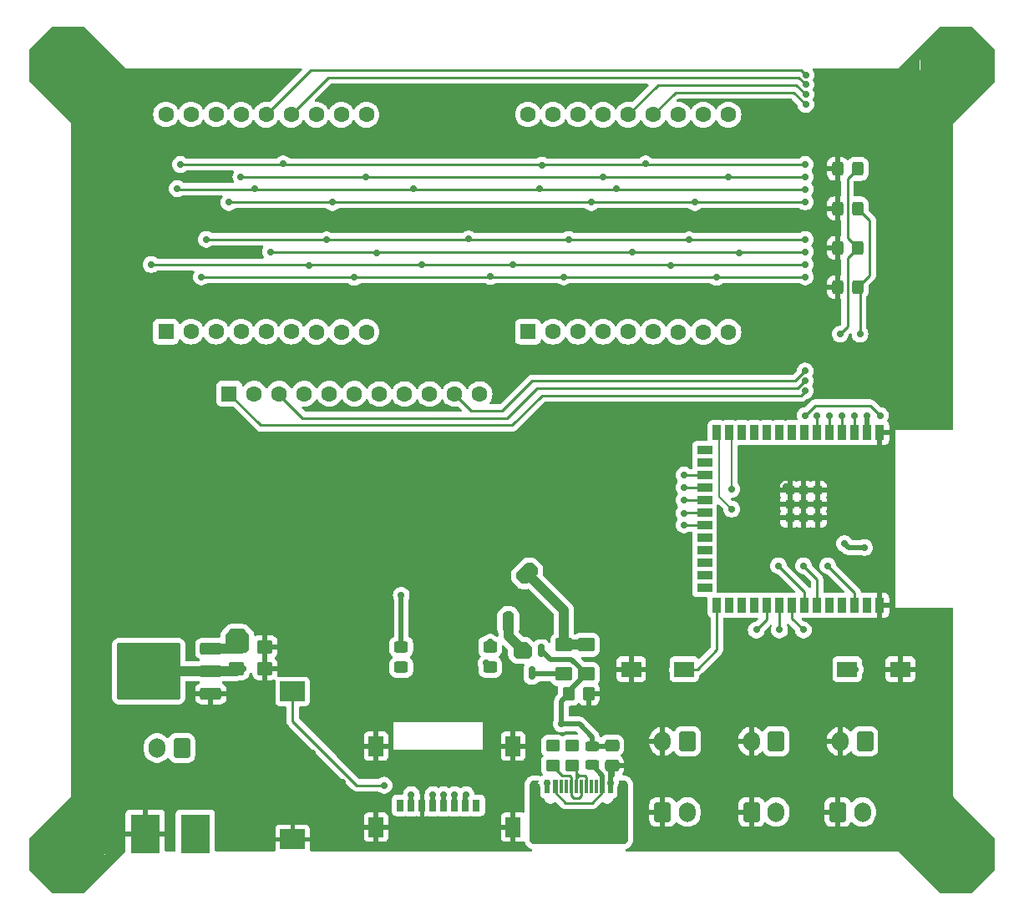
<source format=gtl>
G04 #@! TF.GenerationSoftware,KiCad,Pcbnew,8.0.4*
G04 #@! TF.CreationDate,2024-11-10T19:37:50+01:00*
G04 #@! TF.ProjectId,SchrackCounter,53636872-6163-46b4-936f-756e7465722e,v0.0.4*
G04 #@! TF.SameCoordinates,Original*
G04 #@! TF.FileFunction,Copper,L1,Top*
G04 #@! TF.FilePolarity,Positive*
%FSLAX46Y46*%
G04 Gerber Fmt 4.6, Leading zero omitted, Abs format (unit mm)*
G04 Created by KiCad (PCBNEW 8.0.4) date 2024-11-10 19:37:50*
%MOMM*%
%LPD*%
G01*
G04 APERTURE LIST*
G04 Aperture macros list*
%AMRoundRect*
0 Rectangle with rounded corners*
0 $1 Rounding radius*
0 $2 $3 $4 $5 $6 $7 $8 $9 X,Y pos of 4 corners*
0 Add a 4 corners polygon primitive as box body*
4,1,4,$2,$3,$4,$5,$6,$7,$8,$9,$2,$3,0*
0 Add four circle primitives for the rounded corners*
1,1,$1+$1,$2,$3*
1,1,$1+$1,$4,$5*
1,1,$1+$1,$6,$7*
1,1,$1+$1,$8,$9*
0 Add four rect primitives between the rounded corners*
20,1,$1+$1,$2,$3,$4,$5,0*
20,1,$1+$1,$4,$5,$6,$7,0*
20,1,$1+$1,$6,$7,$8,$9,0*
20,1,$1+$1,$8,$9,$2,$3,0*%
G04 Aperture macros list end*
G04 #@! TA.AperFunction,Conductor*
%ADD10C,0.200000*%
G04 #@! TD*
G04 #@! TA.AperFunction,SMDPad,CuDef*
%ADD11RoundRect,0.250001X-0.624999X0.462499X-0.624999X-0.462499X0.624999X-0.462499X0.624999X0.462499X0*%
G04 #@! TD*
G04 #@! TA.AperFunction,SMDPad,CuDef*
%ADD12R,2.000000X1.600000*%
G04 #@! TD*
G04 #@! TA.AperFunction,SMDPad,CuDef*
%ADD13RoundRect,0.243750X-0.456250X0.243750X-0.456250X-0.243750X0.456250X-0.243750X0.456250X0.243750X0*%
G04 #@! TD*
G04 #@! TA.AperFunction,SMDPad,CuDef*
%ADD14R,2.500000X2.000000*%
G04 #@! TD*
G04 #@! TA.AperFunction,SMDPad,CuDef*
%ADD15RoundRect,0.250000X0.450000X-0.350000X0.450000X0.350000X-0.450000X0.350000X-0.450000X-0.350000X0*%
G04 #@! TD*
G04 #@! TA.AperFunction,SMDPad,CuDef*
%ADD16RoundRect,0.150000X-0.150000X0.512500X-0.150000X-0.512500X0.150000X-0.512500X0.150000X0.512500X0*%
G04 #@! TD*
G04 #@! TA.AperFunction,SMDPad,CuDef*
%ADD17RoundRect,0.250000X0.850000X0.350000X-0.850000X0.350000X-0.850000X-0.350000X0.850000X-0.350000X0*%
G04 #@! TD*
G04 #@! TA.AperFunction,SMDPad,CuDef*
%ADD18RoundRect,0.250000X1.275000X1.125000X-1.275000X1.125000X-1.275000X-1.125000X1.275000X-1.125000X0*%
G04 #@! TD*
G04 #@! TA.AperFunction,SMDPad,CuDef*
%ADD19RoundRect,0.249997X2.950003X2.650003X-2.950003X2.650003X-2.950003X-2.650003X2.950003X-2.650003X0*%
G04 #@! TD*
G04 #@! TA.AperFunction,ComponentPad*
%ADD20R,1.600000X1.600000*%
G04 #@! TD*
G04 #@! TA.AperFunction,ComponentPad*
%ADD21C,1.600000*%
G04 #@! TD*
G04 #@! TA.AperFunction,SMDPad,CuDef*
%ADD22RoundRect,0.250000X-0.325000X-0.450000X0.325000X-0.450000X0.325000X0.450000X-0.325000X0.450000X0*%
G04 #@! TD*
G04 #@! TA.AperFunction,SMDPad,CuDef*
%ADD23RoundRect,0.250000X0.450000X-0.325000X0.450000X0.325000X-0.450000X0.325000X-0.450000X-0.325000X0*%
G04 #@! TD*
G04 #@! TA.AperFunction,ComponentPad*
%ADD24RoundRect,0.250000X0.600000X0.750000X-0.600000X0.750000X-0.600000X-0.750000X0.600000X-0.750000X0*%
G04 #@! TD*
G04 #@! TA.AperFunction,ComponentPad*
%ADD25O,1.700000X2.000000*%
G04 #@! TD*
G04 #@! TA.AperFunction,ComponentPad*
%ADD26C,0.800000*%
G04 #@! TD*
G04 #@! TA.AperFunction,ComponentPad*
%ADD27C,6.400000*%
G04 #@! TD*
G04 #@! TA.AperFunction,SMDPad,CuDef*
%ADD28RoundRect,0.250000X-0.537500X-0.425000X0.537500X-0.425000X0.537500X0.425000X-0.537500X0.425000X0*%
G04 #@! TD*
G04 #@! TA.AperFunction,ComponentPad*
%ADD29RoundRect,0.250000X-0.600000X-0.750000X0.600000X-0.750000X0.600000X0.750000X-0.600000X0.750000X0*%
G04 #@! TD*
G04 #@! TA.AperFunction,SMDPad,CuDef*
%ADD30RoundRect,0.250000X-0.350000X-0.450000X0.350000X-0.450000X0.350000X0.450000X-0.350000X0.450000X0*%
G04 #@! TD*
G04 #@! TA.AperFunction,SMDPad,CuDef*
%ADD31R,0.600000X1.320000*%
G04 #@! TD*
G04 #@! TA.AperFunction,SMDPad,CuDef*
%ADD32R,0.300000X1.320000*%
G04 #@! TD*
G04 #@! TA.AperFunction,ComponentPad*
%ADD33O,0.900000X2.000000*%
G04 #@! TD*
G04 #@! TA.AperFunction,ComponentPad*
%ADD34O,0.900000X1.700000*%
G04 #@! TD*
G04 #@! TA.AperFunction,SMDPad,CuDef*
%ADD35R,0.800000X1.200000*%
G04 #@! TD*
G04 #@! TA.AperFunction,SMDPad,CuDef*
%ADD36R,1.500000X2.000000*%
G04 #@! TD*
G04 #@! TA.AperFunction,SMDPad,CuDef*
%ADD37R,3.000000X4.000000*%
G04 #@! TD*
G04 #@! TA.AperFunction,SMDPad,CuDef*
%ADD38RoundRect,0.250000X-0.475000X0.337500X-0.475000X-0.337500X0.475000X-0.337500X0.475000X0.337500X0*%
G04 #@! TD*
G04 #@! TA.AperFunction,SMDPad,CuDef*
%ADD39R,0.900000X1.500000*%
G04 #@! TD*
G04 #@! TA.AperFunction,SMDPad,CuDef*
%ADD40R,1.500000X0.900000*%
G04 #@! TD*
G04 #@! TA.AperFunction,SMDPad,CuDef*
%ADD41R,0.900000X0.900000*%
G04 #@! TD*
G04 #@! TA.AperFunction,ViaPad*
%ADD42C,0.700000*%
G04 #@! TD*
G04 #@! TA.AperFunction,Conductor*
%ADD43C,0.500000*%
G04 #@! TD*
G04 #@! TA.AperFunction,Conductor*
%ADD44C,1.000000*%
G04 #@! TD*
G04 #@! TA.AperFunction,Conductor*
%ADD45C,0.250000*%
G04 #@! TD*
G04 APERTURE END LIST*
D10*
X172750000Y-115380000D02*
X172750000Y-116830000D01*
X172500000Y-117080000D01*
X170750000Y-117080000D01*
X170500000Y-116830000D01*
X170500000Y-115380000D01*
X171050000Y-114830000D01*
X172200000Y-114830000D01*
X172750000Y-115380000D01*
G04 #@! TA.AperFunction,Conductor*
G36*
X172750000Y-115380000D02*
G01*
X172750000Y-116830000D01*
X172500000Y-117080000D01*
X170750000Y-117080000D01*
X170500000Y-116830000D01*
X170500000Y-115380000D01*
X171050000Y-114830000D01*
X172200000Y-114830000D01*
X172750000Y-115380000D01*
G37*
G04 #@! TD.AperFunction*
X201450000Y-116680000D02*
X201450000Y-117430000D01*
X201200000Y-117680000D01*
X199950000Y-117680000D01*
X199700000Y-117430000D01*
X199700000Y-116680000D01*
X200200000Y-116180000D01*
X200950000Y-116180000D01*
X201450000Y-116680000D01*
G04 #@! TA.AperFunction,Conductor*
G36*
X201450000Y-116680000D02*
G01*
X201450000Y-117430000D01*
X201200000Y-117680000D01*
X199950000Y-117680000D01*
X199700000Y-117430000D01*
X199700000Y-116680000D01*
X200200000Y-116180000D01*
X200950000Y-116180000D01*
X201450000Y-116680000D01*
G37*
G04 #@! TD.AperFunction*
X202000000Y-108580000D02*
X202000000Y-109080000D01*
X201000000Y-110080000D01*
X200500000Y-110080000D01*
X200000000Y-109580000D01*
X200000000Y-109080000D01*
X201000000Y-108080000D01*
X201500000Y-108080000D01*
X202000000Y-108580000D01*
G04 #@! TA.AperFunction,Conductor*
G36*
X202000000Y-108580000D02*
G01*
X202000000Y-109080000D01*
X201000000Y-110080000D01*
X200500000Y-110080000D01*
X200000000Y-109580000D01*
X200000000Y-109080000D01*
X201000000Y-108080000D01*
X201500000Y-108080000D01*
X202000000Y-108580000D01*
G37*
G04 #@! TD.AperFunction*
X199600000Y-113280000D02*
X199600000Y-114780000D01*
X199350000Y-115030000D01*
X198850000Y-115030000D01*
X198600000Y-114780000D01*
X198600000Y-113280000D01*
X198850000Y-113030000D01*
X199350000Y-113030000D01*
X199600000Y-113280000D01*
G04 #@! TA.AperFunction,Conductor*
G36*
X199600000Y-113280000D02*
G01*
X199600000Y-114780000D01*
X199350000Y-115030000D01*
X198850000Y-115030000D01*
X198600000Y-114780000D01*
X198600000Y-113280000D01*
X198850000Y-113030000D01*
X199350000Y-113030000D01*
X199600000Y-113280000D01*
G37*
G04 #@! TD.AperFunction*
D11*
X204750000Y-116342500D03*
X204750000Y-119317500D03*
D12*
X238850000Y-118830000D03*
X233450000Y-118830000D03*
D13*
X207600000Y-126642500D03*
X207600000Y-128517500D03*
D14*
X177250000Y-121080000D03*
X177250000Y-136080000D03*
D15*
X203600000Y-128580000D03*
X203600000Y-126580000D03*
D16*
X202450000Y-116942500D03*
X200550000Y-116942500D03*
X201500000Y-119217500D03*
D17*
X168950000Y-121297500D03*
X168950000Y-119017500D03*
D18*
X164325000Y-120542500D03*
X164325000Y-117492500D03*
D19*
X162650000Y-119017500D03*
D18*
X160975000Y-120542500D03*
X160975000Y-117492500D03*
D17*
X168950000Y-116737500D03*
D20*
X170800000Y-90880000D03*
D21*
X173340000Y-90880000D03*
X175880000Y-90880000D03*
X178420000Y-90880000D03*
X180960000Y-90880000D03*
X183500000Y-90880000D03*
X186040000Y-90910000D03*
X188580000Y-90910000D03*
X191120000Y-90910000D03*
X193660000Y-90910000D03*
X196200000Y-90910000D03*
D22*
X232475000Y-80080000D03*
X234525000Y-80080000D03*
D23*
X188250000Y-118605000D03*
X188250000Y-116555000D03*
D24*
X235250000Y-126130000D03*
D25*
X232750000Y-126130000D03*
D20*
X201100000Y-84580000D03*
D21*
X203640000Y-84580000D03*
X206180000Y-84580000D03*
X208720000Y-84580000D03*
X211260000Y-84580000D03*
X213800000Y-84580000D03*
X216340000Y-84610000D03*
X218880000Y-84610000D03*
X221420000Y-84610000D03*
X221420000Y-62580000D03*
X218880000Y-62580000D03*
X216340000Y-62580000D03*
X213800000Y-62580000D03*
X211260000Y-62580000D03*
X208720000Y-62580000D03*
X206180000Y-62550000D03*
X203640000Y-62550000D03*
X201100000Y-62550000D03*
D26*
X242100000Y-137580000D03*
X242802944Y-135882944D03*
X242802944Y-139277056D03*
X244500000Y-135180000D03*
D27*
X244500000Y-137580000D03*
D26*
X244500000Y-139980000D03*
X246197056Y-135882944D03*
X246197056Y-139277056D03*
X246900000Y-137580000D03*
D28*
X171562500Y-116530000D03*
X174437500Y-116530000D03*
D24*
X226250000Y-126130000D03*
D25*
X223750000Y-126130000D03*
D26*
X242100000Y-57580000D03*
X242802944Y-55882944D03*
X242802944Y-59277056D03*
X244500000Y-55180000D03*
D27*
X244500000Y-57580000D03*
D26*
X244500000Y-59980000D03*
X246197056Y-55882944D03*
X246197056Y-59277056D03*
X246900000Y-57580000D03*
D20*
X164400000Y-84580000D03*
D21*
X166940000Y-84580000D03*
X169480000Y-84580000D03*
X172020000Y-84580000D03*
X174560000Y-84580000D03*
X177100000Y-84580000D03*
X179640000Y-84610000D03*
X182180000Y-84610000D03*
X184720000Y-84610000D03*
X184720000Y-62580000D03*
X182180000Y-62580000D03*
X179640000Y-62580000D03*
X177100000Y-62580000D03*
X174560000Y-62580000D03*
X172020000Y-62580000D03*
X169480000Y-62550000D03*
X166940000Y-62550000D03*
X164400000Y-62550000D03*
D29*
X214750000Y-133305000D03*
D25*
X217250000Y-133305000D03*
D22*
X232475000Y-68080000D03*
X234525000Y-68080000D03*
D15*
X205600000Y-128580000D03*
X205600000Y-126580000D03*
D24*
X217250000Y-126130000D03*
D25*
X214750000Y-126130000D03*
D22*
X232475000Y-72080000D03*
X234525000Y-72080000D03*
D24*
X166000000Y-126805000D03*
D25*
X163500000Y-126805000D03*
D26*
X152100000Y-137580000D03*
X152802944Y-135882944D03*
X152802944Y-139277056D03*
X154500000Y-135180000D03*
D27*
X154500000Y-137580000D03*
D26*
X154500000Y-139980000D03*
X156197056Y-135882944D03*
X156197056Y-139277056D03*
X156900000Y-137580000D03*
D28*
X171562500Y-118780000D03*
X174437500Y-118780000D03*
D29*
X232500000Y-133305000D03*
D25*
X235000000Y-133305000D03*
D23*
X197250000Y-118605000D03*
X197250000Y-116555000D03*
D29*
X223750000Y-133305000D03*
D25*
X226250000Y-133305000D03*
D30*
X205250000Y-121330000D03*
X207250000Y-121330000D03*
D11*
X207000000Y-116342500D03*
X207000000Y-119317500D03*
D31*
X203050000Y-130702500D03*
X203850000Y-130702500D03*
D32*
X205000000Y-130702500D03*
X206000000Y-130702500D03*
X206500000Y-130702500D03*
X207500000Y-130702500D03*
D31*
X209450000Y-130702500D03*
X208650000Y-130702500D03*
D32*
X208000000Y-130702500D03*
X207000000Y-130702500D03*
X205500000Y-130702500D03*
X204500000Y-130702500D03*
D33*
X201925000Y-131372500D03*
X210575000Y-131372500D03*
D34*
X201925000Y-135542500D03*
X210575000Y-135542500D03*
D22*
X232475000Y-76080000D03*
X234525000Y-76080000D03*
D26*
X152100000Y-57580000D03*
X152802944Y-55882944D03*
X152802944Y-59277056D03*
X154500000Y-55180000D03*
D27*
X154500000Y-57580000D03*
D26*
X154500000Y-59980000D03*
X156197056Y-55882944D03*
X156197056Y-59277056D03*
X156900000Y-57580000D03*
D35*
X195875000Y-132617500D03*
X194775000Y-132617500D03*
X193675000Y-132617500D03*
X192575000Y-132617500D03*
X191475000Y-132617500D03*
X190375000Y-132617500D03*
X189275000Y-132617500D03*
X188175000Y-132617500D03*
D36*
X185705000Y-134817500D03*
X185705000Y-126617500D03*
X199595000Y-126617500D03*
X199595000Y-134817500D03*
D12*
X211550000Y-118830000D03*
X216950000Y-118830000D03*
D37*
X167365000Y-135540000D03*
X162285000Y-135540000D03*
D38*
X209600000Y-126542500D03*
X209600000Y-128617500D03*
D39*
X236760000Y-94830000D03*
X235490000Y-94830000D03*
X234220000Y-94830000D03*
X232950000Y-94830000D03*
X231680000Y-94830000D03*
X230410000Y-94830000D03*
X229140000Y-94830000D03*
X227870000Y-94830000D03*
X226600000Y-94830000D03*
X225330000Y-94830000D03*
X224060000Y-94830000D03*
X222790000Y-94830000D03*
X221520000Y-94830000D03*
X220250000Y-94830000D03*
D40*
X219000000Y-96595000D03*
X219000000Y-97865000D03*
X219000000Y-99135000D03*
X219000000Y-100405000D03*
X219000000Y-101675000D03*
X219000000Y-102945000D03*
X219000000Y-104215000D03*
X219000000Y-105485000D03*
X219000000Y-106755000D03*
X219000000Y-108025000D03*
X219000000Y-109295000D03*
X219000000Y-110565000D03*
D39*
X220250000Y-112330000D03*
X221520000Y-112330000D03*
X222790000Y-112330000D03*
X224060000Y-112330000D03*
X225330000Y-112330000D03*
X226600000Y-112330000D03*
X227870000Y-112330000D03*
X229140000Y-112330000D03*
X230410000Y-112330000D03*
X231680000Y-112330000D03*
X232950000Y-112330000D03*
X234220000Y-112330000D03*
X235490000Y-112330000D03*
X236760000Y-112330000D03*
D41*
X230440000Y-100680000D03*
X229040000Y-100680000D03*
X227640000Y-100680000D03*
X227640000Y-100680000D03*
X230440000Y-102080000D03*
X230440000Y-102080000D03*
X229040000Y-102080000D03*
X227640000Y-102080000D03*
X230440000Y-103480000D03*
X229040000Y-103480000D03*
X227640000Y-103480000D03*
D42*
X173255000Y-133283848D03*
X179255000Y-103283848D03*
X170255000Y-136283848D03*
X182250000Y-130280000D03*
X200255000Y-106283848D03*
X215255000Y-112283848D03*
X161255000Y-82283848D03*
X158255000Y-79283848D03*
X209255000Y-88283848D03*
X218255000Y-112283848D03*
X188255000Y-97283848D03*
X161255000Y-76283848D03*
X185255000Y-109283848D03*
X158255000Y-85283848D03*
X215255000Y-121283848D03*
X203255000Y-100283848D03*
X170255000Y-106283848D03*
X188255000Y-61283848D03*
X179255000Y-130283848D03*
X173255000Y-127283848D03*
X158255000Y-100283848D03*
X236255000Y-136283848D03*
X236600000Y-118880000D03*
X203255000Y-97283848D03*
X158255000Y-133283848D03*
X194255000Y-64283848D03*
X161255000Y-100283848D03*
X161255000Y-130283848D03*
X180900000Y-64280000D03*
X224255000Y-100283848D03*
X158255000Y-103283848D03*
X167255000Y-97283848D03*
X201500000Y-112580000D03*
X158255000Y-91283848D03*
X203000000Y-130330000D03*
X158255000Y-67283848D03*
X212255000Y-115283848D03*
X170800000Y-64280000D03*
X197255000Y-73283848D03*
X227255000Y-82283848D03*
X212255000Y-64283848D03*
X194255000Y-88283848D03*
X221255000Y-106283848D03*
X195250000Y-118580000D03*
X221255000Y-115283848D03*
X221255000Y-136283848D03*
X161255000Y-94283848D03*
X215255000Y-82283848D03*
X212255000Y-127283848D03*
X170255000Y-109283848D03*
X227255000Y-88283848D03*
X164255000Y-94283848D03*
X227255000Y-106283848D03*
X167255000Y-100283848D03*
X209255000Y-94283848D03*
X158255000Y-64283848D03*
X164255000Y-97283848D03*
X167255000Y-109283848D03*
X224255000Y-136283848D03*
X209255000Y-118283848D03*
X191255000Y-103283848D03*
X212255000Y-94283848D03*
X176255000Y-109283848D03*
X161255000Y-109283848D03*
X207450000Y-64280000D03*
X170255000Y-133283848D03*
X221255000Y-127283848D03*
X194255000Y-61283848D03*
X167255000Y-88283848D03*
X170255000Y-100283848D03*
X194255000Y-100283848D03*
X167255000Y-91283848D03*
X173300000Y-87280000D03*
X209500002Y-130330000D03*
X236255000Y-64283848D03*
X200255000Y-100283848D03*
X179250000Y-127280000D03*
X182255000Y-106283848D03*
X188255000Y-73283848D03*
X194255000Y-106283848D03*
X227255000Y-100283848D03*
X185255000Y-124283848D03*
X179250000Y-124280000D03*
X173255000Y-64283848D03*
X158255000Y-73283848D03*
X215255000Y-64283848D03*
X158255000Y-82283848D03*
X158255000Y-124283848D03*
X212255000Y-121283848D03*
X173255000Y-82283848D03*
X173255000Y-97283848D03*
X200255000Y-88283848D03*
X161255000Y-112283848D03*
X242255000Y-133283848D03*
X173255000Y-109283848D03*
X203255000Y-94283848D03*
X221255000Y-130283848D03*
X218255000Y-88283848D03*
X194255000Y-103283848D03*
X182255000Y-103283848D03*
X231250000Y-114830000D03*
X158255000Y-97283848D03*
X165700000Y-73280000D03*
X188255000Y-64283848D03*
X194255000Y-97283848D03*
X230255000Y-130283848D03*
X185255000Y-103283848D03*
X197255000Y-82283848D03*
X233255000Y-136283848D03*
X197255000Y-130283848D03*
X158255000Y-109283848D03*
X176255000Y-127283848D03*
X191255000Y-61283848D03*
X215255000Y-136283848D03*
X173255000Y-106283848D03*
X239255000Y-115283848D03*
X182255000Y-109283848D03*
X161255000Y-97283848D03*
X191255000Y-100283848D03*
X179255000Y-106283848D03*
X165700000Y-64280000D03*
X206255000Y-94283848D03*
X173255000Y-130283848D03*
X182250000Y-92330000D03*
X197255000Y-64283848D03*
X206255000Y-100283848D03*
X158255000Y-70283848D03*
X212255000Y-124283848D03*
X161255000Y-70283848D03*
X182255000Y-124283848D03*
X173255000Y-136283848D03*
X158255000Y-118283848D03*
X158255000Y-121283848D03*
X218255000Y-121283848D03*
X212255000Y-136283848D03*
X206255000Y-88283848D03*
X170255000Y-127283848D03*
X215255000Y-124283848D03*
X158255000Y-88283848D03*
X176255000Y-100283848D03*
X230255000Y-106283848D03*
X179255000Y-133283848D03*
X170255000Y-103283848D03*
X197255000Y-127283848D03*
X206255000Y-97283848D03*
X158255000Y-127283848D03*
X179255000Y-109283848D03*
X164255000Y-88283848D03*
X227255000Y-97283848D03*
X164255000Y-100283848D03*
X173255000Y-100283848D03*
X230255000Y-124283848D03*
X242255000Y-118283848D03*
X197255000Y-85283848D03*
X202400000Y-64280000D03*
X202500000Y-82280000D03*
X203255000Y-103283848D03*
X191255000Y-64283848D03*
X215255000Y-115283848D03*
X167255000Y-94283848D03*
X161255000Y-64283848D03*
X237000000Y-131780000D03*
X161255000Y-79283848D03*
X161255000Y-103283848D03*
X176255000Y-124283848D03*
X185255000Y-106283848D03*
X179255000Y-97283848D03*
X230255000Y-127283848D03*
X182255000Y-97283848D03*
X170255000Y-130283848D03*
X161255000Y-91283848D03*
X176255000Y-97283848D03*
X182255000Y-115283848D03*
X200255000Y-124283848D03*
X161255000Y-73283848D03*
X161255000Y-106283848D03*
X164255000Y-109283848D03*
X167255000Y-103283848D03*
X158255000Y-130283848D03*
X221255000Y-109283848D03*
X194255000Y-82283848D03*
X200255000Y-97283848D03*
X224255000Y-106283848D03*
X197255000Y-103283848D03*
X227255000Y-85283848D03*
X230255000Y-97283848D03*
X242255000Y-121283848D03*
X197255000Y-106283848D03*
X197255000Y-100283848D03*
X215255000Y-88283848D03*
X164255000Y-106283848D03*
X158255000Y-61283848D03*
X232500000Y-72080000D03*
X173255000Y-103283848D03*
X158255000Y-115283848D03*
X197255000Y-61283848D03*
X173255000Y-124283848D03*
X164255000Y-91283848D03*
X188255000Y-121283848D03*
X158255000Y-94283848D03*
X224255000Y-64283848D03*
X161255000Y-88283848D03*
X230255000Y-121283848D03*
X176255000Y-103283848D03*
X164255000Y-103283848D03*
X197255000Y-136283848D03*
X242255000Y-115283848D03*
X185255000Y-97283848D03*
X158255000Y-76283848D03*
X203255000Y-88283848D03*
X182250000Y-127280000D03*
X227255000Y-136283848D03*
X189900000Y-88280000D03*
X236255000Y-82283848D03*
X168000000Y-124080000D03*
X217600000Y-64280000D03*
X161255000Y-67283848D03*
X164255000Y-130283848D03*
X192500000Y-136080000D03*
X161255000Y-127283848D03*
X161255000Y-61283848D03*
X197255000Y-88283848D03*
X191255000Y-73283848D03*
X230255000Y-136283848D03*
X239255000Y-136283848D03*
X233255000Y-61283848D03*
X188255000Y-100283848D03*
X209255000Y-97283848D03*
X197255000Y-109283848D03*
X170255000Y-97283848D03*
X182255000Y-133283848D03*
X188255000Y-103283848D03*
X167255000Y-106283848D03*
X209255000Y-121283848D03*
X191255000Y-109283848D03*
X191255000Y-97283848D03*
X176255000Y-133283848D03*
X176255000Y-130283848D03*
X191255000Y-106283848D03*
X194255000Y-109283848D03*
X232250000Y-66080000D03*
X242255000Y-124283848D03*
X197255000Y-97283848D03*
X188255000Y-136283848D03*
X179255000Y-115283848D03*
X200255000Y-103283848D03*
X176255000Y-64283848D03*
X194255000Y-73283848D03*
X227255000Y-64283848D03*
X161255000Y-85283848D03*
X158255000Y-106283848D03*
X236255000Y-61283848D03*
X188255000Y-106283848D03*
X218255000Y-115283848D03*
X188255000Y-109283848D03*
X182255000Y-88283848D03*
X194255000Y-85283848D03*
X158255000Y-112283848D03*
X212255000Y-88283848D03*
X212255000Y-82283848D03*
X170255000Y-94283848D03*
X218255000Y-136283848D03*
X176255000Y-106283848D03*
X167850000Y-136730000D03*
X167350000Y-135980000D03*
X166799997Y-136730000D03*
X201500000Y-108580000D03*
X188250000Y-111330000D03*
X172100000Y-115330000D03*
X200500000Y-109580000D03*
X171100000Y-115330000D03*
X164000000Y-118080000D03*
X197250000Y-116080000D03*
X164000000Y-117080000D03*
X162000000Y-120080000D03*
X161000000Y-118580000D03*
X163000000Y-119580000D03*
X160000000Y-121080000D03*
X161000000Y-117580000D03*
X160000000Y-117080000D03*
X161000000Y-116580000D03*
X164000000Y-119080000D03*
X161000000Y-121580000D03*
X235200000Y-106480000D03*
X161000000Y-120580000D03*
X163000000Y-116580000D03*
X162000000Y-118080000D03*
X162000000Y-119080000D03*
X192550000Y-131542500D03*
X172200000Y-118780000D03*
X163000000Y-120580000D03*
X160000000Y-120080000D03*
X233200000Y-106080000D03*
X163000000Y-117580000D03*
X235490000Y-93080000D03*
X163000000Y-121580000D03*
X164000000Y-120080000D03*
X162000000Y-121080000D03*
X162000000Y-117080000D03*
X160000000Y-118080000D03*
X163000000Y-118580000D03*
X160000000Y-119080000D03*
X161000000Y-119580000D03*
X164000000Y-121080000D03*
X204500000Y-124380000D03*
X234220000Y-93080000D03*
X234250000Y-118830000D03*
X216250000Y-118830000D03*
X168500000Y-75220000D03*
X229200000Y-75230000D03*
X217400000Y-75280000D03*
X180700000Y-75280000D03*
X205200000Y-75220000D03*
X195100000Y-75180000D03*
X168000000Y-79030000D03*
X197300000Y-78980000D03*
X183500000Y-79080000D03*
X220200000Y-79080000D03*
X229200000Y-79030000D03*
X204700000Y-79030000D03*
X165550000Y-70080000D03*
X189500000Y-70080000D03*
X202250000Y-70080000D03*
X229200000Y-70130000D03*
X173400000Y-70080000D03*
X210100000Y-70080000D03*
X176300000Y-67580000D03*
X229200000Y-67630000D03*
X165850000Y-67630000D03*
X202500000Y-67680000D03*
X213000000Y-67580000D03*
X175000000Y-76480000D03*
X185800000Y-76580000D03*
X222500000Y-76580000D03*
X229200000Y-76480000D03*
X211700000Y-76480000D03*
X199600000Y-77780000D03*
X229200000Y-77780000D03*
X162900000Y-77780000D03*
X190300000Y-77780000D03*
X178900000Y-77880000D03*
X215600000Y-77880000D03*
X229200000Y-71430000D03*
X170800000Y-71480000D03*
X218000000Y-71480000D03*
X181300000Y-71480000D03*
X207500000Y-71480000D03*
X229047298Y-108330000D03*
X226500000Y-108330000D03*
X216900000Y-102980000D03*
X236800000Y-93080000D03*
X193650000Y-131542500D03*
X229200000Y-93080000D03*
X216900000Y-101680000D03*
X191475000Y-131542500D03*
X221750000Y-102580000D03*
X221750000Y-100580000D03*
X231500000Y-108330000D03*
X230410000Y-93080000D03*
X231680000Y-93080000D03*
X216900000Y-99130000D03*
X216900000Y-104180000D03*
X194800000Y-131542500D03*
X189275000Y-131542500D03*
X216900000Y-100380000D03*
X229250000Y-58530000D03*
X232950000Y-93080000D03*
X229250000Y-59530000D03*
X186500000Y-130580000D03*
X224250000Y-114830000D03*
X226600000Y-114830000D03*
X229000000Y-114830000D03*
X172000000Y-68880000D03*
X184700000Y-68880000D03*
X221400000Y-68880000D03*
X229200000Y-68880000D03*
X208700000Y-68880000D03*
X229200000Y-90580000D03*
X229200000Y-89580000D03*
X229200000Y-88580000D03*
X229250000Y-61530000D03*
X229250000Y-60530000D03*
X196860202Y-118215202D03*
X188250000Y-118580000D03*
X205550000Y-126742500D03*
X234750000Y-84830000D03*
X232750000Y-84830000D03*
X203550000Y-126742500D03*
X199100000Y-113580000D03*
X199100000Y-114480000D03*
D43*
X209500002Y-130330000D02*
X209500002Y-129129998D01*
X209500002Y-129129998D02*
X209850000Y-128780000D01*
D44*
X168950000Y-116737500D02*
X171355000Y-116737500D01*
X204750000Y-116342500D02*
X204750000Y-112830000D01*
X204750000Y-112830000D02*
X201000000Y-109080000D01*
D43*
X188250000Y-116555000D02*
X188250000Y-111330000D01*
D44*
X171355000Y-116737500D02*
X171562500Y-116530000D01*
X204750000Y-116342500D02*
X207000000Y-116342500D01*
D43*
X192575000Y-131567500D02*
X192550000Y-131592500D01*
X233200000Y-106080000D02*
X233600000Y-106480000D01*
X233600000Y-106480000D02*
X235200000Y-106480000D01*
X197250000Y-116080000D02*
X197250000Y-116555000D01*
X192550000Y-132592500D02*
X192575000Y-132617500D01*
X192550000Y-131592500D02*
X192550000Y-132592500D01*
D44*
X168950000Y-119017500D02*
X162650000Y-119017500D01*
D43*
X235490000Y-94830000D02*
X235490000Y-93080000D01*
D44*
X168950000Y-119017500D02*
X171550000Y-119017500D01*
D43*
X172200000Y-118780000D02*
X171562500Y-118780000D01*
X205250000Y-121330000D02*
X205250000Y-121067500D01*
X204500000Y-124380000D02*
X204500000Y-122080000D01*
X204500000Y-124380000D02*
X206300000Y-124380000D01*
X207600000Y-125680000D02*
X207600000Y-126642500D01*
X206300000Y-124380000D02*
X207600000Y-125680000D01*
X205250000Y-121067500D02*
X207000000Y-119317500D01*
X207600000Y-126642500D02*
X209500000Y-126642500D01*
X203337500Y-117830000D02*
X202450000Y-116942500D01*
X209500000Y-126642500D02*
X209600000Y-126542500D01*
X205512500Y-117830000D02*
X203337500Y-117830000D01*
X204500000Y-122080000D02*
X205250000Y-121330000D01*
X207000000Y-119317500D02*
X205512500Y-117830000D01*
D45*
X234220000Y-94830000D02*
X234220000Y-93080000D01*
X218250000Y-118830000D02*
X216950000Y-118830000D01*
X220250000Y-112330000D02*
X220250000Y-116830000D01*
X220250000Y-116830000D02*
X218250000Y-118830000D01*
D43*
X204750000Y-119317500D02*
X201600000Y-119317500D01*
X201600000Y-119317500D02*
X201500000Y-119217500D01*
D45*
X204550000Y-129580000D02*
X203550000Y-128580000D01*
X206500000Y-130742500D02*
X206500000Y-131662500D01*
X205717500Y-131880000D02*
X205500000Y-131662500D01*
X205500000Y-131662500D02*
X205500000Y-130702500D01*
X206282500Y-131880000D02*
X205717500Y-131880000D01*
X206500000Y-131662500D02*
X206282500Y-131880000D01*
X205337500Y-129580000D02*
X204550000Y-129580000D01*
X205500000Y-130702500D02*
X205500000Y-129742500D01*
X205500000Y-129742500D02*
X205337500Y-129580000D01*
X206000000Y-129030000D02*
X206000000Y-129330000D01*
X206250000Y-129580000D02*
X206000000Y-129580000D01*
X206000000Y-129830000D02*
X206000000Y-130742500D01*
X206837500Y-129580000D02*
X206250000Y-129580000D01*
X205550000Y-128580000D02*
X206000000Y-129030000D01*
X207000000Y-129742500D02*
X206837500Y-129580000D01*
X206000000Y-130292500D02*
X206000000Y-131042500D01*
X206000000Y-129580000D02*
X206000000Y-129830000D01*
X206250000Y-129580000D02*
X206000000Y-129830000D01*
X206000000Y-129330000D02*
X206000000Y-129580000D01*
X206250000Y-129580000D02*
X206000000Y-129330000D01*
X207000000Y-130702500D02*
X207000000Y-129742500D01*
X229200000Y-75230000D02*
X168510000Y-75230000D01*
X168510000Y-75230000D02*
X168460000Y-75180000D01*
X229200000Y-79030000D02*
X168000000Y-79030000D01*
X165600000Y-70130000D02*
X165550000Y-70080000D01*
X229200000Y-70130000D02*
X165600000Y-70130000D01*
X165850000Y-67630000D02*
X229200000Y-67630000D01*
X229200000Y-76480000D02*
X175000000Y-76480000D01*
X229200000Y-77780000D02*
X162900000Y-77780000D01*
X229200000Y-71430000D02*
X170850000Y-71430000D01*
X170850000Y-71430000D02*
X170800000Y-71480000D01*
X229047298Y-108330000D02*
X230410000Y-109692702D01*
X230410000Y-112330000D02*
X230400000Y-112340000D01*
X230410000Y-109692702D02*
X230410000Y-112330000D01*
X229140000Y-112330000D02*
X229100000Y-112370000D01*
X226500000Y-108330000D02*
X229140000Y-110970000D01*
X229140000Y-110970000D02*
X229140000Y-112330000D01*
X229200000Y-93080000D02*
X230200000Y-92080000D01*
D43*
X193650000Y-131542500D02*
X193675000Y-131567500D01*
D45*
X216935000Y-102945000D02*
X216900000Y-102980000D01*
X235800000Y-92080000D02*
X236800000Y-93080000D01*
D43*
X193675000Y-131567500D02*
X193675000Y-132617500D01*
D45*
X219000000Y-102945000D02*
X216935000Y-102945000D01*
X230200000Y-92080000D02*
X235800000Y-92080000D01*
D43*
X191475000Y-132617500D02*
X191475000Y-131542500D01*
D45*
X216905000Y-101675000D02*
X216900000Y-101680000D01*
X219000000Y-101675000D02*
X216905000Y-101675000D01*
D10*
X221750000Y-102580000D02*
X220500000Y-101330000D01*
X220500000Y-95080000D02*
X220250000Y-94830000D01*
X220500000Y-101330000D02*
X220500000Y-95080000D01*
X221750000Y-100580000D02*
X221750000Y-95060000D01*
X221750000Y-95060000D02*
X221520000Y-94830000D01*
D45*
X234220000Y-111050000D02*
X234220000Y-112330000D01*
X231500000Y-108330000D02*
X234220000Y-111050000D01*
X230410000Y-94830000D02*
X230410000Y-93080000D01*
X231680000Y-94830000D02*
X231680000Y-93080000D01*
X216905000Y-99135000D02*
X216900000Y-99130000D01*
X219000000Y-99135000D02*
X216905000Y-99135000D01*
D43*
X194775000Y-131567500D02*
X194775000Y-132617500D01*
D45*
X219000000Y-104215000D02*
X216935000Y-104215000D01*
X216935000Y-104215000D02*
X216900000Y-104180000D01*
X219000000Y-100405000D02*
X216925000Y-100405000D01*
D43*
X189275000Y-131542500D02*
X189275000Y-132617500D01*
D45*
X216925000Y-100405000D02*
X216900000Y-100380000D01*
X179060000Y-58080000D02*
X174560000Y-62580000D01*
X228800000Y-58080000D02*
X179060000Y-58080000D01*
X229250000Y-58530000D02*
X228800000Y-58080000D01*
X232950000Y-93080000D02*
X232950000Y-94830000D01*
X228550000Y-58830000D02*
X180850000Y-58830000D01*
X180850000Y-58830000D02*
X177100000Y-62580000D01*
X229250000Y-59530000D02*
X228550000Y-58830000D01*
X186500000Y-130580000D02*
X183750000Y-130580000D01*
X177250000Y-124080000D02*
X177250000Y-121080000D01*
X183750000Y-130580000D02*
X177250000Y-124080000D01*
X224250000Y-114830000D02*
X225330000Y-113750000D01*
X225330000Y-113750000D02*
X225330000Y-112330000D01*
X226600000Y-112330000D02*
X226600000Y-114830000D01*
X227870000Y-113700000D02*
X227870000Y-112330000D01*
X229000000Y-114830000D02*
X227870000Y-113700000D01*
X229200000Y-68880000D02*
X172000000Y-68880000D01*
X228750000Y-91080000D02*
X202500000Y-91080000D01*
X229200000Y-90630000D02*
X228750000Y-91080000D01*
X199500000Y-94080000D02*
X174000000Y-94080000D01*
X202500000Y-91080000D02*
X199500000Y-94080000D01*
X174000000Y-94080000D02*
X170800000Y-90880000D01*
X175880000Y-90960000D02*
X175880000Y-90880000D01*
X178250000Y-93330000D02*
X175880000Y-90960000D01*
X202000000Y-90330000D02*
X199000000Y-93330000D01*
X229150000Y-89630000D02*
X228450000Y-90330000D01*
X199000000Y-93330000D02*
X178250000Y-93330000D01*
X228450000Y-90330000D02*
X202000000Y-90330000D01*
X195330000Y-92580000D02*
X193660000Y-90910000D01*
X228200000Y-89580000D02*
X201500000Y-89580000D01*
X229200000Y-88580000D02*
X228200000Y-89580000D01*
X198500000Y-92580000D02*
X195330000Y-92580000D01*
X201500000Y-89580000D02*
X198500000Y-92580000D01*
X229250000Y-61530000D02*
X228050000Y-60330000D01*
X228050000Y-60330000D02*
X216050000Y-60330000D01*
X216050000Y-60330000D02*
X213800000Y-62580000D01*
X228300000Y-59580000D02*
X214260000Y-59580000D01*
X229250000Y-60430000D02*
X229250000Y-60530000D01*
X214260000Y-59580000D02*
X211260000Y-62580000D01*
X229250000Y-60530000D02*
X228300000Y-59580000D01*
X208650000Y-130702500D02*
X208650000Y-131327195D01*
X203850000Y-131327195D02*
X203850000Y-130702500D01*
D43*
X208650000Y-129617500D02*
X208650000Y-131042500D01*
D45*
X207597195Y-132380000D02*
X204902805Y-132380000D01*
D43*
X207650000Y-128617500D02*
X208650000Y-129617500D01*
D45*
X208650000Y-131327195D02*
X207597195Y-132380000D01*
X204902805Y-132380000D02*
X203850000Y-131327195D01*
X196860202Y-118215202D02*
X197250000Y-118605000D01*
X235750000Y-73305000D02*
X234525000Y-72080000D01*
X234525000Y-80080000D02*
X235750000Y-78855000D01*
X235750000Y-78855000D02*
X235750000Y-73305000D01*
X234750000Y-80305000D02*
X234525000Y-80080000D01*
X234750000Y-84830000D02*
X234750000Y-80305000D01*
X233500000Y-77105000D02*
X233500000Y-84080000D01*
X234525000Y-76080000D02*
X233500000Y-77105000D01*
X233500000Y-84080000D02*
X232750000Y-84830000D01*
X234525000Y-76080000D02*
X233500000Y-75055000D01*
X233500000Y-75055000D02*
X233500000Y-69105000D01*
X233500000Y-69105000D02*
X234525000Y-68080000D01*
D44*
X200550000Y-116880000D02*
X200550000Y-116942500D01*
X199100000Y-114030000D02*
X199100000Y-115430000D01*
X199100000Y-115430000D02*
X200550000Y-116880000D01*
G04 #@! TA.AperFunction,Conductor*
G36*
X246141206Y-53650185D02*
G01*
X246161848Y-53666819D01*
X248413181Y-55918152D01*
X248446666Y-55979475D01*
X248449500Y-56005833D01*
X248449500Y-59154167D01*
X248429815Y-59221206D01*
X248413181Y-59241848D01*
X245625029Y-62030000D01*
X240850000Y-62030000D01*
X240850000Y-55654971D01*
X242838152Y-53666819D01*
X242899475Y-53633334D01*
X242925833Y-53630500D01*
X244460438Y-53630500D01*
X246074167Y-53630500D01*
X246141206Y-53650185D01*
G37*
G04 #@! TD.AperFunction*
G04 #@! TA.AperFunction,Conductor*
G36*
X248413181Y-135918152D02*
G01*
X248446666Y-135979475D01*
X248449500Y-136005833D01*
X248449500Y-139154167D01*
X248429815Y-139221206D01*
X248413181Y-139241848D01*
X246161848Y-141493181D01*
X246100525Y-141526666D01*
X246074167Y-141529500D01*
X242925833Y-141529500D01*
X242858794Y-141509815D01*
X242838152Y-141493181D01*
X240750000Y-139405029D01*
X240750000Y-133130000D01*
X245625029Y-133130000D01*
X248413181Y-135918152D01*
G37*
G04 #@! TD.AperFunction*
G04 #@! TA.AperFunction,Conductor*
G36*
X158200000Y-139455029D02*
G01*
X156161848Y-141493181D01*
X156100525Y-141526666D01*
X156074167Y-141529500D01*
X152925833Y-141529500D01*
X152858794Y-141509815D01*
X152838152Y-141493181D01*
X150586819Y-139241848D01*
X150553334Y-139180525D01*
X150550500Y-139154167D01*
X150550500Y-136005833D01*
X150570185Y-135938794D01*
X150586819Y-135918152D01*
X153274971Y-133230000D01*
X158200000Y-133230000D01*
X158200000Y-139455029D01*
G37*
G04 #@! TD.AperFunction*
G04 #@! TA.AperFunction,Conductor*
G36*
X182297865Y-91423348D02*
G01*
X182342381Y-91474724D01*
X182356371Y-91504725D01*
X182369429Y-91532728D01*
X182369432Y-91532734D01*
X182499954Y-91719141D01*
X182660858Y-91880045D01*
X182660861Y-91880047D01*
X182847266Y-92010568D01*
X183053504Y-92106739D01*
X183273308Y-92165635D01*
X183406857Y-92177319D01*
X183499998Y-92185468D01*
X183500000Y-92185468D01*
X183500002Y-92185468D01*
X183574135Y-92178982D01*
X183726692Y-92165635D01*
X183946496Y-92106739D01*
X184152734Y-92010568D01*
X184339139Y-91880047D01*
X184500047Y-91719139D01*
X184630568Y-91532734D01*
X184650625Y-91489721D01*
X184696794Y-91437286D01*
X184763987Y-91418133D01*
X184830869Y-91438348D01*
X184875386Y-91489723D01*
X184895440Y-91532728D01*
X184909431Y-91562732D01*
X184909432Y-91562734D01*
X185039954Y-91749141D01*
X185200858Y-91910045D01*
X185218410Y-91922335D01*
X185387266Y-92040568D01*
X185593504Y-92136739D01*
X185813308Y-92195635D01*
X185970791Y-92209413D01*
X186039998Y-92215468D01*
X186040000Y-92215468D01*
X186040002Y-92215468D01*
X186104614Y-92209815D01*
X186266692Y-92195635D01*
X186486496Y-92136739D01*
X186692734Y-92040568D01*
X186879139Y-91910047D01*
X187040047Y-91749139D01*
X187170568Y-91562734D01*
X187197618Y-91504724D01*
X187243790Y-91452285D01*
X187310983Y-91433133D01*
X187377865Y-91453348D01*
X187422381Y-91504724D01*
X187435440Y-91532728D01*
X187449429Y-91562728D01*
X187449432Y-91562734D01*
X187579954Y-91749141D01*
X187740858Y-91910045D01*
X187758410Y-91922335D01*
X187927266Y-92040568D01*
X188133504Y-92136739D01*
X188353308Y-92195635D01*
X188510791Y-92209413D01*
X188579998Y-92215468D01*
X188580000Y-92215468D01*
X188580002Y-92215468D01*
X188644614Y-92209815D01*
X188806692Y-92195635D01*
X189026496Y-92136739D01*
X189232734Y-92040568D01*
X189419139Y-91910047D01*
X189580047Y-91749139D01*
X189710568Y-91562734D01*
X189737618Y-91504724D01*
X189783790Y-91452285D01*
X189850983Y-91433133D01*
X189917865Y-91453348D01*
X189962381Y-91504724D01*
X189975440Y-91532728D01*
X189989429Y-91562728D01*
X189989432Y-91562734D01*
X190119954Y-91749141D01*
X190280858Y-91910045D01*
X190298410Y-91922335D01*
X190467266Y-92040568D01*
X190673504Y-92136739D01*
X190893308Y-92195635D01*
X191050791Y-92209413D01*
X191119998Y-92215468D01*
X191120000Y-92215468D01*
X191120002Y-92215468D01*
X191184614Y-92209815D01*
X191346692Y-92195635D01*
X191566496Y-92136739D01*
X191772734Y-92040568D01*
X191959139Y-91910047D01*
X192120047Y-91749139D01*
X192250568Y-91562734D01*
X192277618Y-91504724D01*
X192323790Y-91452285D01*
X192390983Y-91433133D01*
X192457865Y-91453348D01*
X192502381Y-91504724D01*
X192515440Y-91532728D01*
X192529429Y-91562728D01*
X192529432Y-91562734D01*
X192659954Y-91749141D01*
X192820858Y-91910045D01*
X192838410Y-91922335D01*
X193007266Y-92040568D01*
X193213504Y-92136739D01*
X193433308Y-92195635D01*
X193590791Y-92209413D01*
X193659998Y-92215468D01*
X193660000Y-92215468D01*
X193660002Y-92215468D01*
X193724614Y-92209815D01*
X193886692Y-92195635D01*
X193955048Y-92177319D01*
X194024897Y-92178982D01*
X194074822Y-92209413D01*
X194358228Y-92492819D01*
X194391713Y-92554142D01*
X194386729Y-92623834D01*
X194344857Y-92679767D01*
X194279393Y-92704184D01*
X194270547Y-92704500D01*
X178560452Y-92704500D01*
X178493413Y-92684815D01*
X178472771Y-92668181D01*
X178189738Y-92385148D01*
X178156253Y-92323825D01*
X178161237Y-92254133D01*
X178203109Y-92198200D01*
X178268573Y-92173783D01*
X178288222Y-92173938D01*
X178393329Y-92183134D01*
X178419999Y-92185468D01*
X178420000Y-92185468D01*
X178420002Y-92185468D01*
X178494135Y-92178982D01*
X178646692Y-92165635D01*
X178866496Y-92106739D01*
X179072734Y-92010568D01*
X179259139Y-91880047D01*
X179420047Y-91719139D01*
X179550568Y-91532734D01*
X179577618Y-91474724D01*
X179623790Y-91422285D01*
X179690983Y-91403133D01*
X179757865Y-91423348D01*
X179802381Y-91474724D01*
X179816371Y-91504725D01*
X179829429Y-91532728D01*
X179829432Y-91532734D01*
X179959954Y-91719141D01*
X180120858Y-91880045D01*
X180120861Y-91880047D01*
X180307266Y-92010568D01*
X180513504Y-92106739D01*
X180733308Y-92165635D01*
X180866857Y-92177319D01*
X180959998Y-92185468D01*
X180960000Y-92185468D01*
X180960002Y-92185468D01*
X181034135Y-92178982D01*
X181186692Y-92165635D01*
X181406496Y-92106739D01*
X181612734Y-92010568D01*
X181799139Y-91880047D01*
X181960047Y-91719139D01*
X182090568Y-91532734D01*
X182117618Y-91474724D01*
X182163790Y-91422285D01*
X182230983Y-91403133D01*
X182297865Y-91423348D01*
G37*
G04 #@! TD.AperFunction*
G04 #@! TA.AperFunction,Conductor*
G36*
X240850000Y-56973113D02*
G01*
X240815219Y-57192712D01*
X240794922Y-57579999D01*
X240794922Y-57580000D01*
X240815219Y-57967287D01*
X240850000Y-58186885D01*
X240850000Y-62030000D01*
X245625029Y-62030000D01*
X244259541Y-63395487D01*
X244259535Y-63395495D01*
X244219982Y-63464004D01*
X244219979Y-63464009D01*
X244199500Y-63540439D01*
X244199500Y-94456000D01*
X244179815Y-94523039D01*
X244127011Y-94568794D01*
X244075500Y-94580000D01*
X238300000Y-94580000D01*
X238300000Y-112580000D01*
X244075500Y-112580000D01*
X244142539Y-112599685D01*
X244188294Y-112652489D01*
X244199500Y-112704000D01*
X244199500Y-131619562D01*
X244210323Y-131659952D01*
X244219979Y-131695990D01*
X244219980Y-131695991D01*
X244252179Y-131751763D01*
X244253760Y-131754500D01*
X244259540Y-131764511D01*
X244259542Y-131764514D01*
X245625028Y-133130000D01*
X240750000Y-133130000D01*
X240750000Y-139405029D01*
X238684512Y-137339541D01*
X238684504Y-137339535D01*
X238615995Y-137299982D01*
X238615990Y-137299979D01*
X238590513Y-137293152D01*
X238539562Y-137279500D01*
X238539560Y-137279500D01*
X211085538Y-137279500D01*
X211018499Y-137259815D01*
X210972744Y-137207011D01*
X210962800Y-137137853D01*
X210991825Y-137074297D01*
X211045679Y-137038081D01*
X211054822Y-137034976D01*
X211087937Y-137023736D01*
X211178364Y-136986280D01*
X211237670Y-136957034D01*
X211265703Y-136940849D01*
X211320680Y-136904114D01*
X211398330Y-136844531D01*
X211448043Y-136800933D01*
X211470933Y-136778043D01*
X211514531Y-136728330D01*
X211574114Y-136650680D01*
X211610849Y-136595703D01*
X211627034Y-136567670D01*
X211656280Y-136508364D01*
X211693736Y-136417937D01*
X211714990Y-136355325D01*
X211723368Y-136324058D01*
X211736268Y-136259209D01*
X211750114Y-136154045D01*
X211753356Y-136121125D01*
X211754417Y-136104939D01*
X211755500Y-136071874D01*
X211755500Y-132505013D01*
X213400000Y-132505013D01*
X213400000Y-133055000D01*
X214316988Y-133055000D01*
X214284075Y-133112007D01*
X214250000Y-133239174D01*
X214250000Y-133370826D01*
X214284075Y-133497993D01*
X214316988Y-133555000D01*
X213400001Y-133555000D01*
X213400001Y-134104986D01*
X213410494Y-134207697D01*
X213465641Y-134374119D01*
X213465643Y-134374124D01*
X213557684Y-134523345D01*
X213681654Y-134647315D01*
X213830875Y-134739356D01*
X213830880Y-134739358D01*
X213997302Y-134794505D01*
X213997309Y-134794506D01*
X214100019Y-134804999D01*
X214499999Y-134804999D01*
X214500000Y-134804998D01*
X214500000Y-133738012D01*
X214557007Y-133770925D01*
X214684174Y-133805000D01*
X214815826Y-133805000D01*
X214942993Y-133770925D01*
X215000000Y-133738012D01*
X215000000Y-134804999D01*
X215399972Y-134804999D01*
X215399986Y-134804998D01*
X215502697Y-134794505D01*
X215669119Y-134739358D01*
X215669124Y-134739356D01*
X215818345Y-134647315D01*
X215942317Y-134523343D01*
X216037815Y-134368516D01*
X216089763Y-134321791D01*
X216158725Y-134310568D01*
X216222808Y-134338412D01*
X216231035Y-134345931D01*
X216370213Y-134485109D01*
X216542179Y-134610048D01*
X216542181Y-134610049D01*
X216542184Y-134610051D01*
X216731588Y-134706557D01*
X216933757Y-134772246D01*
X217143713Y-134805500D01*
X217143714Y-134805500D01*
X217356286Y-134805500D01*
X217356287Y-134805500D01*
X217566243Y-134772246D01*
X217768412Y-134706557D01*
X217957816Y-134610051D01*
X218016383Y-134567500D01*
X218129786Y-134485109D01*
X218129788Y-134485106D01*
X218129792Y-134485104D01*
X218280104Y-134334792D01*
X218280106Y-134334788D01*
X218280109Y-134334786D01*
X218405048Y-134162820D01*
X218405047Y-134162820D01*
X218405051Y-134162816D01*
X218501557Y-133973412D01*
X218567246Y-133771243D01*
X218600500Y-133561287D01*
X218600500Y-133048713D01*
X218567246Y-132838757D01*
X218501557Y-132636588D01*
X218434516Y-132505013D01*
X222400000Y-132505013D01*
X222400000Y-133055000D01*
X223316988Y-133055000D01*
X223284075Y-133112007D01*
X223250000Y-133239174D01*
X223250000Y-133370826D01*
X223284075Y-133497993D01*
X223316988Y-133555000D01*
X222400001Y-133555000D01*
X222400001Y-134104986D01*
X222410494Y-134207697D01*
X222465641Y-134374119D01*
X222465643Y-134374124D01*
X222557684Y-134523345D01*
X222681654Y-134647315D01*
X222830875Y-134739356D01*
X222830880Y-134739358D01*
X222997302Y-134794505D01*
X222997309Y-134794506D01*
X223100019Y-134804999D01*
X223499999Y-134804999D01*
X223500000Y-134804998D01*
X223500000Y-133738012D01*
X223557007Y-133770925D01*
X223684174Y-133805000D01*
X223815826Y-133805000D01*
X223942993Y-133770925D01*
X224000000Y-133738012D01*
X224000000Y-134804999D01*
X224399972Y-134804999D01*
X224399986Y-134804998D01*
X224502697Y-134794505D01*
X224669119Y-134739358D01*
X224669124Y-134739356D01*
X224818345Y-134647315D01*
X224942317Y-134523343D01*
X225037815Y-134368516D01*
X225089763Y-134321791D01*
X225158725Y-134310568D01*
X225222808Y-134338412D01*
X225231035Y-134345931D01*
X225370213Y-134485109D01*
X225542179Y-134610048D01*
X225542181Y-134610049D01*
X225542184Y-134610051D01*
X225731588Y-134706557D01*
X225933757Y-134772246D01*
X226143713Y-134805500D01*
X226143714Y-134805500D01*
X226356286Y-134805500D01*
X226356287Y-134805500D01*
X226566243Y-134772246D01*
X226768412Y-134706557D01*
X226957816Y-134610051D01*
X227016383Y-134567500D01*
X227129786Y-134485109D01*
X227129788Y-134485106D01*
X227129792Y-134485104D01*
X227280104Y-134334792D01*
X227280106Y-134334788D01*
X227280109Y-134334786D01*
X227405048Y-134162820D01*
X227405047Y-134162820D01*
X227405051Y-134162816D01*
X227501557Y-133973412D01*
X227567246Y-133771243D01*
X227600500Y-133561287D01*
X227600500Y-133048713D01*
X227567246Y-132838757D01*
X227501557Y-132636588D01*
X227434516Y-132505013D01*
X231150000Y-132505013D01*
X231150000Y-133055000D01*
X232066988Y-133055000D01*
X232034075Y-133112007D01*
X232000000Y-133239174D01*
X232000000Y-133370826D01*
X232034075Y-133497993D01*
X232066988Y-133555000D01*
X231150001Y-133555000D01*
X231150001Y-134104986D01*
X231160494Y-134207697D01*
X231215641Y-134374119D01*
X231215643Y-134374124D01*
X231307684Y-134523345D01*
X231431654Y-134647315D01*
X231580875Y-134739356D01*
X231580880Y-134739358D01*
X231747302Y-134794505D01*
X231747309Y-134794506D01*
X231850019Y-134804999D01*
X232249999Y-134804999D01*
X232250000Y-134804998D01*
X232250000Y-133738012D01*
X232307007Y-133770925D01*
X232434174Y-133805000D01*
X232565826Y-133805000D01*
X232692993Y-133770925D01*
X232750000Y-133738012D01*
X232750000Y-134804999D01*
X233149972Y-134804999D01*
X233149986Y-134804998D01*
X233252697Y-134794505D01*
X233419119Y-134739358D01*
X233419124Y-134739356D01*
X233568345Y-134647315D01*
X233692317Y-134523343D01*
X233787815Y-134368516D01*
X233839763Y-134321791D01*
X233908725Y-134310568D01*
X233972808Y-134338412D01*
X233981035Y-134345931D01*
X234120213Y-134485109D01*
X234292179Y-134610048D01*
X234292181Y-134610049D01*
X234292184Y-134610051D01*
X234481588Y-134706557D01*
X234683757Y-134772246D01*
X234893713Y-134805500D01*
X234893714Y-134805500D01*
X235106286Y-134805500D01*
X235106287Y-134805500D01*
X235316243Y-134772246D01*
X235518412Y-134706557D01*
X235707816Y-134610051D01*
X235766383Y-134567500D01*
X235879786Y-134485109D01*
X235879788Y-134485106D01*
X235879792Y-134485104D01*
X236030104Y-134334792D01*
X236030106Y-134334788D01*
X236030109Y-134334786D01*
X236155048Y-134162820D01*
X236155047Y-134162820D01*
X236155051Y-134162816D01*
X236251557Y-133973412D01*
X236317246Y-133771243D01*
X236350500Y-133561287D01*
X236350500Y-133048713D01*
X236317246Y-132838757D01*
X236251557Y-132636588D01*
X236155051Y-132447184D01*
X236155049Y-132447181D01*
X236155048Y-132447179D01*
X236030109Y-132275213D01*
X235879786Y-132124890D01*
X235707820Y-131999951D01*
X235518414Y-131903444D01*
X235518413Y-131903443D01*
X235518412Y-131903443D01*
X235316243Y-131837754D01*
X235316241Y-131837753D01*
X235316240Y-131837753D01*
X235154957Y-131812208D01*
X235106287Y-131804500D01*
X234893713Y-131804500D01*
X234845042Y-131812208D01*
X234683760Y-131837753D01*
X234481585Y-131903444D01*
X234292179Y-131999951D01*
X234120215Y-132124889D01*
X233981035Y-132264069D01*
X233919712Y-132297553D01*
X233850020Y-132292569D01*
X233794087Y-132250697D01*
X233787815Y-132241484D01*
X233692315Y-132086654D01*
X233568345Y-131962684D01*
X233419124Y-131870643D01*
X233419119Y-131870641D01*
X233252697Y-131815494D01*
X233252690Y-131815493D01*
X233149986Y-131805000D01*
X232750000Y-131805000D01*
X232750000Y-132871988D01*
X232692993Y-132839075D01*
X232565826Y-132805000D01*
X232434174Y-132805000D01*
X232307007Y-132839075D01*
X232250000Y-132871988D01*
X232250000Y-131805000D01*
X231850028Y-131805000D01*
X231850012Y-131805001D01*
X231747302Y-131815494D01*
X231580880Y-131870641D01*
X231580875Y-131870643D01*
X231431654Y-131962684D01*
X231307684Y-132086654D01*
X231215643Y-132235875D01*
X231215641Y-132235880D01*
X231160494Y-132402302D01*
X231160493Y-132402309D01*
X231150000Y-132505013D01*
X227434516Y-132505013D01*
X227405051Y-132447184D01*
X227405049Y-132447181D01*
X227405048Y-132447179D01*
X227280109Y-132275213D01*
X227129786Y-132124890D01*
X226957820Y-131999951D01*
X226768414Y-131903444D01*
X226768413Y-131903443D01*
X226768412Y-131903443D01*
X226566243Y-131837754D01*
X226566241Y-131837753D01*
X226566240Y-131837753D01*
X226404957Y-131812208D01*
X226356287Y-131804500D01*
X226143713Y-131804500D01*
X226095042Y-131812208D01*
X225933760Y-131837753D01*
X225731585Y-131903444D01*
X225542179Y-131999951D01*
X225370215Y-132124889D01*
X225231035Y-132264069D01*
X225169712Y-132297553D01*
X225100020Y-132292569D01*
X225044087Y-132250697D01*
X225037815Y-132241484D01*
X224942315Y-132086654D01*
X224818345Y-131962684D01*
X224669124Y-131870643D01*
X224669119Y-131870641D01*
X224502697Y-131815494D01*
X224502690Y-131815493D01*
X224399986Y-131805000D01*
X224000000Y-131805000D01*
X224000000Y-132871988D01*
X223942993Y-132839075D01*
X223815826Y-132805000D01*
X223684174Y-132805000D01*
X223557007Y-132839075D01*
X223500000Y-132871988D01*
X223500000Y-131805000D01*
X223100028Y-131805000D01*
X223100012Y-131805001D01*
X222997302Y-131815494D01*
X222830880Y-131870641D01*
X222830875Y-131870643D01*
X222681654Y-131962684D01*
X222557684Y-132086654D01*
X222465643Y-132235875D01*
X222465641Y-132235880D01*
X222410494Y-132402302D01*
X222410493Y-132402309D01*
X222400000Y-132505013D01*
X218434516Y-132505013D01*
X218405051Y-132447184D01*
X218405049Y-132447181D01*
X218405048Y-132447179D01*
X218280109Y-132275213D01*
X218129786Y-132124890D01*
X217957820Y-131999951D01*
X217768414Y-131903444D01*
X217768413Y-131903443D01*
X217768412Y-131903443D01*
X217566243Y-131837754D01*
X217566241Y-131837753D01*
X217566240Y-131837753D01*
X217404957Y-131812208D01*
X217356287Y-131804500D01*
X217143713Y-131804500D01*
X217095042Y-131812208D01*
X216933760Y-131837753D01*
X216731585Y-131903444D01*
X216542179Y-131999951D01*
X216370215Y-132124889D01*
X216231035Y-132264069D01*
X216169712Y-132297553D01*
X216100020Y-132292569D01*
X216044087Y-132250697D01*
X216037815Y-132241484D01*
X215942315Y-132086654D01*
X215818345Y-131962684D01*
X215669124Y-131870643D01*
X215669119Y-131870641D01*
X215502697Y-131815494D01*
X215502690Y-131815493D01*
X215399986Y-131805000D01*
X215000000Y-131805000D01*
X215000000Y-132871988D01*
X214942993Y-132839075D01*
X214815826Y-132805000D01*
X214684174Y-132805000D01*
X214557007Y-132839075D01*
X214500000Y-132871988D01*
X214500000Y-131805000D01*
X214100028Y-131805000D01*
X214100012Y-131805001D01*
X213997302Y-131815494D01*
X213830880Y-131870641D01*
X213830875Y-131870643D01*
X213681654Y-131962684D01*
X213557684Y-132086654D01*
X213465643Y-132235875D01*
X213465641Y-132235880D01*
X213410494Y-132402302D01*
X213410493Y-132402309D01*
X213400000Y-132505013D01*
X211755500Y-132505013D01*
X211755500Y-130588125D01*
X211754417Y-130555060D01*
X211753356Y-130538874D01*
X211750114Y-130505954D01*
X211736268Y-130400790D01*
X211723368Y-130335941D01*
X211714990Y-130304674D01*
X211693736Y-130242062D01*
X211656280Y-130151635D01*
X211627034Y-130092329D01*
X211610849Y-130064296D01*
X211574114Y-130009319D01*
X211514531Y-129931669D01*
X211470933Y-129881956D01*
X211470928Y-129881950D01*
X211448048Y-129859070D01*
X211398336Y-129815473D01*
X211320695Y-129755896D01*
X211320690Y-129755893D01*
X211320684Y-129755888D01*
X211265697Y-129719146D01*
X211265693Y-129719143D01*
X211265680Y-129719135D01*
X211237673Y-129702967D01*
X211237663Y-129702961D01*
X211237650Y-129702954D01*
X211237636Y-129702947D01*
X211178365Y-129673719D01*
X211178357Y-129673715D01*
X211087945Y-129636266D01*
X211087934Y-129636262D01*
X211025323Y-129615008D01*
X210994054Y-129606630D01*
X210961174Y-129600090D01*
X210929204Y-129593731D01*
X210929201Y-129593730D01*
X210929198Y-129593730D01*
X210824049Y-129579887D01*
X210824043Y-129579886D01*
X210824040Y-129579886D01*
X210817883Y-129579279D01*
X210791131Y-129576644D01*
X210788602Y-129576478D01*
X210786835Y-129576362D01*
X210721227Y-129552336D01*
X210679023Y-129496653D01*
X210673624Y-129426992D01*
X210689406Y-129387531D01*
X210759356Y-129274124D01*
X210759358Y-129274119D01*
X210814505Y-129107697D01*
X210814506Y-129107690D01*
X210824999Y-129004986D01*
X210825000Y-129004973D01*
X210825000Y-128867500D01*
X209850000Y-128867500D01*
X209850000Y-129624000D01*
X209830315Y-129691039D01*
X209777511Y-129736794D01*
X209726000Y-129748000D01*
X209700000Y-129748000D01*
X209700000Y-130426494D01*
X209690562Y-130473944D01*
X209689061Y-130477568D01*
X209645222Y-130531972D01*
X209578928Y-130554039D01*
X209511228Y-130536761D01*
X209463617Y-130485625D01*
X209450499Y-130430118D01*
X209450499Y-129994629D01*
X209450498Y-129994623D01*
X209444091Y-129935016D01*
X209408318Y-129839104D01*
X209400500Y-129795771D01*
X209400500Y-129543581D01*
X209400499Y-129543580D01*
X209390854Y-129495087D01*
X209371659Y-129398588D01*
X209367079Y-129387531D01*
X209359439Y-129369085D01*
X209350000Y-129321633D01*
X209350000Y-128491500D01*
X209369685Y-128424461D01*
X209422489Y-128378706D01*
X209474000Y-128367500D01*
X210824999Y-128367500D01*
X210824999Y-128230028D01*
X210824998Y-128230013D01*
X210814505Y-128127302D01*
X210759358Y-127960880D01*
X210759356Y-127960875D01*
X210667315Y-127811654D01*
X210543344Y-127687683D01*
X210543341Y-127687681D01*
X210540339Y-127685829D01*
X210538713Y-127684021D01*
X210537677Y-127683202D01*
X210537817Y-127683024D01*
X210493617Y-127633880D01*
X210482397Y-127564917D01*
X210510243Y-127500836D01*
X210540344Y-127474754D01*
X210543656Y-127472712D01*
X210667712Y-127348656D01*
X210759814Y-127199334D01*
X210814999Y-127032797D01*
X210825500Y-126930009D01*
X210825499Y-126154992D01*
X210814999Y-126052203D01*
X210759814Y-125885666D01*
X210752466Y-125873753D01*
X213400000Y-125873753D01*
X213400000Y-125880000D01*
X214316988Y-125880000D01*
X214284075Y-125937007D01*
X214250000Y-126064174D01*
X214250000Y-126195826D01*
X214284075Y-126322993D01*
X214316988Y-126380000D01*
X213400000Y-126380000D01*
X213400000Y-126386246D01*
X213433242Y-126596127D01*
X213433242Y-126596130D01*
X213498904Y-126798217D01*
X213595379Y-126987557D01*
X213720272Y-127159459D01*
X213720276Y-127159464D01*
X213870535Y-127309723D01*
X213870540Y-127309727D01*
X214042442Y-127434620D01*
X214231782Y-127531095D01*
X214433871Y-127596757D01*
X214500000Y-127607231D01*
X214500000Y-126563012D01*
X214557007Y-126595925D01*
X214684174Y-126630000D01*
X214815826Y-126630000D01*
X214942993Y-126595925D01*
X215000000Y-126563012D01*
X215000000Y-127607230D01*
X215066126Y-127596757D01*
X215066129Y-127596757D01*
X215268217Y-127531095D01*
X215457557Y-127434620D01*
X215629458Y-127309728D01*
X215768330Y-127170856D01*
X215829653Y-127137371D01*
X215899345Y-127142355D01*
X215955279Y-127184226D01*
X215961551Y-127193440D01*
X215965185Y-127199331D01*
X215965186Y-127199334D01*
X216057288Y-127348656D01*
X216181344Y-127472712D01*
X216330666Y-127564814D01*
X216497203Y-127619999D01*
X216599991Y-127630500D01*
X217900008Y-127630499D01*
X218002797Y-127619999D01*
X218169334Y-127564814D01*
X218318656Y-127472712D01*
X218442712Y-127348656D01*
X218534814Y-127199334D01*
X218589999Y-127032797D01*
X218600500Y-126930009D01*
X218600499Y-125873753D01*
X222400000Y-125873753D01*
X222400000Y-125880000D01*
X223316988Y-125880000D01*
X223284075Y-125937007D01*
X223250000Y-126064174D01*
X223250000Y-126195826D01*
X223284075Y-126322993D01*
X223316988Y-126380000D01*
X222400000Y-126380000D01*
X222400000Y-126386246D01*
X222433242Y-126596127D01*
X222433242Y-126596130D01*
X222498904Y-126798217D01*
X222595379Y-126987557D01*
X222720272Y-127159459D01*
X222720276Y-127159464D01*
X222870535Y-127309723D01*
X222870540Y-127309727D01*
X223042442Y-127434620D01*
X223231782Y-127531095D01*
X223433871Y-127596757D01*
X223500000Y-127607231D01*
X223500000Y-126563012D01*
X223557007Y-126595925D01*
X223684174Y-126630000D01*
X223815826Y-126630000D01*
X223942993Y-126595925D01*
X224000000Y-126563012D01*
X224000000Y-127607230D01*
X224066126Y-127596757D01*
X224066129Y-127596757D01*
X224268217Y-127531095D01*
X224457557Y-127434620D01*
X224629458Y-127309728D01*
X224768330Y-127170856D01*
X224829653Y-127137371D01*
X224899345Y-127142355D01*
X224955279Y-127184226D01*
X224961551Y-127193440D01*
X224965185Y-127199331D01*
X224965186Y-127199334D01*
X225057288Y-127348656D01*
X225181344Y-127472712D01*
X225330666Y-127564814D01*
X225497203Y-127619999D01*
X225599991Y-127630500D01*
X226900008Y-127630499D01*
X227002797Y-127619999D01*
X227169334Y-127564814D01*
X227318656Y-127472712D01*
X227442712Y-127348656D01*
X227534814Y-127199334D01*
X227589999Y-127032797D01*
X227600500Y-126930009D01*
X227600499Y-125873753D01*
X231400000Y-125873753D01*
X231400000Y-125880000D01*
X232316988Y-125880000D01*
X232284075Y-125937007D01*
X232250000Y-126064174D01*
X232250000Y-126195826D01*
X232284075Y-126322993D01*
X232316988Y-126380000D01*
X231400000Y-126380000D01*
X231400000Y-126386246D01*
X231433242Y-126596127D01*
X231433242Y-126596130D01*
X231498904Y-126798217D01*
X231595379Y-126987557D01*
X231720272Y-127159459D01*
X231720276Y-127159464D01*
X231870535Y-127309723D01*
X231870540Y-127309727D01*
X232042442Y-127434620D01*
X232231782Y-127531095D01*
X232433871Y-127596757D01*
X232500000Y-127607231D01*
X232500000Y-126563012D01*
X232557007Y-126595925D01*
X232684174Y-126630000D01*
X232815826Y-126630000D01*
X232942993Y-126595925D01*
X233000000Y-126563012D01*
X233000000Y-127607230D01*
X233066126Y-127596757D01*
X233066129Y-127596757D01*
X233268217Y-127531095D01*
X233457557Y-127434620D01*
X233629458Y-127309728D01*
X233768330Y-127170856D01*
X233829653Y-127137371D01*
X233899345Y-127142355D01*
X233955279Y-127184226D01*
X233961551Y-127193440D01*
X233965185Y-127199331D01*
X233965186Y-127199334D01*
X234057288Y-127348656D01*
X234181344Y-127472712D01*
X234330666Y-127564814D01*
X234497203Y-127619999D01*
X234599991Y-127630500D01*
X235900008Y-127630499D01*
X236002797Y-127619999D01*
X236169334Y-127564814D01*
X236318656Y-127472712D01*
X236442712Y-127348656D01*
X236534814Y-127199334D01*
X236589999Y-127032797D01*
X236600500Y-126930009D01*
X236600499Y-125329992D01*
X236599938Y-125324505D01*
X236589999Y-125227203D01*
X236589998Y-125227200D01*
X236578774Y-125193329D01*
X236534814Y-125060666D01*
X236442712Y-124911344D01*
X236318656Y-124787288D01*
X236169334Y-124695186D01*
X236002797Y-124640001D01*
X236002795Y-124640000D01*
X235900010Y-124629500D01*
X234599998Y-124629500D01*
X234599981Y-124629501D01*
X234497203Y-124640000D01*
X234497200Y-124640001D01*
X234330668Y-124695185D01*
X234330663Y-124695187D01*
X234181342Y-124787289D01*
X234057289Y-124911342D01*
X233961551Y-125066559D01*
X233909603Y-125113283D01*
X233840640Y-125124506D01*
X233776558Y-125096662D01*
X233768331Y-125089143D01*
X233629464Y-124950276D01*
X233629459Y-124950272D01*
X233457557Y-124825379D01*
X233268215Y-124728903D01*
X233066124Y-124663241D01*
X233000000Y-124652768D01*
X233000000Y-125696988D01*
X232942993Y-125664075D01*
X232815826Y-125630000D01*
X232684174Y-125630000D01*
X232557007Y-125664075D01*
X232500000Y-125696988D01*
X232500000Y-124652768D01*
X232499999Y-124652768D01*
X232433875Y-124663241D01*
X232231784Y-124728903D01*
X232042442Y-124825379D01*
X231870540Y-124950272D01*
X231870535Y-124950276D01*
X231720276Y-125100535D01*
X231720272Y-125100540D01*
X231595379Y-125272442D01*
X231498904Y-125461782D01*
X231433242Y-125663869D01*
X231433242Y-125663872D01*
X231400000Y-125873753D01*
X227600499Y-125873753D01*
X227600499Y-125329992D01*
X227599938Y-125324505D01*
X227589999Y-125227203D01*
X227589998Y-125227200D01*
X227578774Y-125193329D01*
X227534814Y-125060666D01*
X227442712Y-124911344D01*
X227318656Y-124787288D01*
X227169334Y-124695186D01*
X227002797Y-124640001D01*
X227002795Y-124640000D01*
X226900010Y-124629500D01*
X225599998Y-124629500D01*
X225599981Y-124629501D01*
X225497203Y-124640000D01*
X225497200Y-124640001D01*
X225330668Y-124695185D01*
X225330663Y-124695187D01*
X225181342Y-124787289D01*
X225057289Y-124911342D01*
X224961551Y-125066559D01*
X224909603Y-125113283D01*
X224840640Y-125124506D01*
X224776558Y-125096662D01*
X224768331Y-125089143D01*
X224629464Y-124950276D01*
X224629459Y-124950272D01*
X224457557Y-124825379D01*
X224268215Y-124728903D01*
X224066124Y-124663241D01*
X224000000Y-124652768D01*
X224000000Y-125696988D01*
X223942993Y-125664075D01*
X223815826Y-125630000D01*
X223684174Y-125630000D01*
X223557007Y-125664075D01*
X223500000Y-125696988D01*
X223500000Y-124652768D01*
X223499999Y-124652768D01*
X223433875Y-124663241D01*
X223231784Y-124728903D01*
X223042442Y-124825379D01*
X222870540Y-124950272D01*
X222870535Y-124950276D01*
X222720276Y-125100535D01*
X222720272Y-125100540D01*
X222595379Y-125272442D01*
X222498904Y-125461782D01*
X222433242Y-125663869D01*
X222433242Y-125663872D01*
X222400000Y-125873753D01*
X218600499Y-125873753D01*
X218600499Y-125329992D01*
X218599938Y-125324505D01*
X218589999Y-125227203D01*
X218589998Y-125227200D01*
X218578774Y-125193329D01*
X218534814Y-125060666D01*
X218442712Y-124911344D01*
X218318656Y-124787288D01*
X218169334Y-124695186D01*
X218002797Y-124640001D01*
X218002795Y-124640000D01*
X217900010Y-124629500D01*
X216599998Y-124629500D01*
X216599981Y-124629501D01*
X216497203Y-124640000D01*
X216497200Y-124640001D01*
X216330668Y-124695185D01*
X216330663Y-124695187D01*
X216181342Y-124787289D01*
X216057289Y-124911342D01*
X215961551Y-125066559D01*
X215909603Y-125113283D01*
X215840640Y-125124506D01*
X215776558Y-125096662D01*
X215768331Y-125089143D01*
X215629464Y-124950276D01*
X215629459Y-124950272D01*
X215457557Y-124825379D01*
X215268215Y-124728903D01*
X215066124Y-124663241D01*
X215000000Y-124652768D01*
X215000000Y-125696988D01*
X214942993Y-125664075D01*
X214815826Y-125630000D01*
X214684174Y-125630000D01*
X214557007Y-125664075D01*
X214500000Y-125696988D01*
X214500000Y-124652768D01*
X214499999Y-124652768D01*
X214433875Y-124663241D01*
X214231784Y-124728903D01*
X214042442Y-124825379D01*
X213870540Y-124950272D01*
X213870535Y-124950276D01*
X213720276Y-125100535D01*
X213720272Y-125100540D01*
X213595379Y-125272442D01*
X213498904Y-125461782D01*
X213433242Y-125663869D01*
X213433242Y-125663872D01*
X213400000Y-125873753D01*
X210752466Y-125873753D01*
X210667712Y-125736344D01*
X210543656Y-125612288D01*
X210394334Y-125520186D01*
X210227797Y-125465001D01*
X210227795Y-125465000D01*
X210125010Y-125454500D01*
X209074998Y-125454500D01*
X209074980Y-125454501D01*
X208972203Y-125465000D01*
X208972200Y-125465001D01*
X208805668Y-125520185D01*
X208805663Y-125520187D01*
X208656342Y-125612289D01*
X208562181Y-125706451D01*
X208500858Y-125739936D01*
X208431166Y-125734952D01*
X208375233Y-125693080D01*
X208350816Y-125627616D01*
X208350500Y-125618770D01*
X208350500Y-125606079D01*
X208333414Y-125520187D01*
X208333414Y-125520183D01*
X208321660Y-125461094D01*
X208321659Y-125461088D01*
X208270572Y-125337754D01*
X208270572Y-125337753D01*
X208265087Y-125324511D01*
X208265080Y-125324498D01*
X208182952Y-125201585D01*
X208131552Y-125150185D01*
X208078416Y-125097049D01*
X207768655Y-124787288D01*
X206778421Y-123797052D01*
X206778414Y-123797046D01*
X206699831Y-123744539D01*
X206699732Y-123744474D01*
X206655495Y-123714916D01*
X206655494Y-123714915D01*
X206655492Y-123714914D01*
X206518917Y-123658343D01*
X206518907Y-123658340D01*
X206373920Y-123629500D01*
X206373918Y-123629500D01*
X205374500Y-123629500D01*
X205307461Y-123609815D01*
X205261706Y-123557011D01*
X205250500Y-123505500D01*
X205250500Y-122654499D01*
X205270185Y-122587460D01*
X205322989Y-122541705D01*
X205374500Y-122530499D01*
X205650002Y-122530499D01*
X205650008Y-122530499D01*
X205752797Y-122519999D01*
X205919334Y-122464814D01*
X206068656Y-122372712D01*
X206162675Y-122278692D01*
X206223994Y-122245210D01*
X206293686Y-122250194D01*
X206338034Y-122278695D01*
X206431654Y-122372315D01*
X206580875Y-122464356D01*
X206580880Y-122464358D01*
X206747302Y-122519505D01*
X206747309Y-122519506D01*
X206850019Y-122529999D01*
X206999999Y-122529999D01*
X207500000Y-122529999D01*
X207649972Y-122529999D01*
X207649986Y-122529998D01*
X207752697Y-122519505D01*
X207919119Y-122464358D01*
X207919124Y-122464356D01*
X208068345Y-122372315D01*
X208192315Y-122248345D01*
X208284356Y-122099124D01*
X208284358Y-122099119D01*
X208339505Y-121932697D01*
X208339506Y-121932690D01*
X208349999Y-121829986D01*
X208350000Y-121829973D01*
X208350000Y-121580000D01*
X207500000Y-121580000D01*
X207500000Y-122529999D01*
X206999999Y-122529999D01*
X207000000Y-122529998D01*
X207000000Y-121204000D01*
X207019685Y-121136961D01*
X207072489Y-121091206D01*
X207124000Y-121080000D01*
X208349999Y-121080000D01*
X208349999Y-120830028D01*
X208349998Y-120830013D01*
X208339505Y-120727302D01*
X208284358Y-120560880D01*
X208284356Y-120560875D01*
X208191291Y-120409994D01*
X208172851Y-120342602D01*
X208193773Y-120275938D01*
X208209145Y-120257220D01*
X208217711Y-120248655D01*
X208309814Y-120099334D01*
X208364999Y-119932797D01*
X208375500Y-119830008D01*
X208375500Y-119677844D01*
X210050000Y-119677844D01*
X210056401Y-119737372D01*
X210056403Y-119737379D01*
X210106645Y-119872086D01*
X210106649Y-119872093D01*
X210192809Y-119987187D01*
X210192812Y-119987190D01*
X210307906Y-120073350D01*
X210307913Y-120073354D01*
X210442620Y-120123596D01*
X210442627Y-120123598D01*
X210502155Y-120129999D01*
X210502172Y-120130000D01*
X211300000Y-120130000D01*
X211800000Y-120130000D01*
X212597828Y-120130000D01*
X212597844Y-120129999D01*
X212657372Y-120123598D01*
X212657379Y-120123596D01*
X212792086Y-120073354D01*
X212792093Y-120073350D01*
X212907187Y-119987190D01*
X212907190Y-119987187D01*
X212993350Y-119872093D01*
X212993354Y-119872086D01*
X213043596Y-119737379D01*
X213043598Y-119737372D01*
X213049999Y-119677844D01*
X213050000Y-119677827D01*
X213050000Y-119080000D01*
X211800000Y-119080000D01*
X211800000Y-120130000D01*
X211300000Y-120130000D01*
X211300000Y-119080000D01*
X210050000Y-119080000D01*
X210050000Y-119677844D01*
X208375500Y-119677844D01*
X208375500Y-118830000D01*
X215394815Y-118830000D01*
X215413503Y-119007804D01*
X215443431Y-119099912D01*
X215449500Y-119138230D01*
X215449500Y-119677870D01*
X215449501Y-119677876D01*
X215455908Y-119737483D01*
X215506202Y-119872328D01*
X215506206Y-119872335D01*
X215592452Y-119987544D01*
X215592455Y-119987547D01*
X215707664Y-120073793D01*
X215707671Y-120073797D01*
X215842517Y-120124091D01*
X215842516Y-120124091D01*
X215849444Y-120124835D01*
X215902127Y-120130500D01*
X217997872Y-120130499D01*
X218057483Y-120124091D01*
X218192331Y-120073796D01*
X218307546Y-119987546D01*
X218393796Y-119872331D01*
X218444091Y-119737483D01*
X218450500Y-119677873D01*
X218450499Y-119506841D01*
X218470183Y-119439803D01*
X218522987Y-119394048D01*
X218527049Y-119392280D01*
X218546286Y-119384312D01*
X218597509Y-119350084D01*
X218648733Y-119315858D01*
X218735858Y-119228733D01*
X218735859Y-119228731D01*
X218742925Y-119221665D01*
X218742928Y-119221661D01*
X219982454Y-117982135D01*
X231949500Y-117982135D01*
X231949500Y-119677870D01*
X231949501Y-119677876D01*
X231955908Y-119737483D01*
X232006202Y-119872328D01*
X232006206Y-119872335D01*
X232092452Y-119987544D01*
X232092455Y-119987547D01*
X232207664Y-120073793D01*
X232207671Y-120073797D01*
X232342517Y-120124091D01*
X232342516Y-120124091D01*
X232349444Y-120124835D01*
X232402127Y-120130500D01*
X234497872Y-120130499D01*
X234557483Y-120124091D01*
X234692331Y-120073796D01*
X234807546Y-119987546D01*
X234893796Y-119872331D01*
X234944091Y-119737483D01*
X234950500Y-119677873D01*
X234950500Y-119677844D01*
X237350000Y-119677844D01*
X237356401Y-119737372D01*
X237356403Y-119737379D01*
X237406645Y-119872086D01*
X237406649Y-119872093D01*
X237492809Y-119987187D01*
X237492812Y-119987190D01*
X237607906Y-120073350D01*
X237607913Y-120073354D01*
X237742620Y-120123596D01*
X237742627Y-120123598D01*
X237802155Y-120129999D01*
X237802172Y-120130000D01*
X238600000Y-120130000D01*
X239100000Y-120130000D01*
X239897828Y-120130000D01*
X239897844Y-120129999D01*
X239957372Y-120123598D01*
X239957379Y-120123596D01*
X240092086Y-120073354D01*
X240092093Y-120073350D01*
X240207187Y-119987190D01*
X240207190Y-119987187D01*
X240293350Y-119872093D01*
X240293354Y-119872086D01*
X240343596Y-119737379D01*
X240343598Y-119737372D01*
X240349999Y-119677844D01*
X240350000Y-119677827D01*
X240350000Y-119080000D01*
X239100000Y-119080000D01*
X239100000Y-120130000D01*
X238600000Y-120130000D01*
X238600000Y-119080000D01*
X237350000Y-119080000D01*
X237350000Y-119677844D01*
X234950500Y-119677844D01*
X234950499Y-119350923D01*
X234967112Y-119288923D01*
X234970725Y-119282666D01*
X235031250Y-119177835D01*
X235086497Y-119007803D01*
X235105185Y-118830000D01*
X235086497Y-118652197D01*
X235052419Y-118547315D01*
X235031252Y-118482170D01*
X235031247Y-118482159D01*
X234967112Y-118371073D01*
X234950499Y-118309074D01*
X234950499Y-117982155D01*
X237350000Y-117982155D01*
X237350000Y-118580000D01*
X238600000Y-118580000D01*
X239100000Y-118580000D01*
X240350000Y-118580000D01*
X240350000Y-117982172D01*
X240349999Y-117982155D01*
X240343598Y-117922627D01*
X240343596Y-117922620D01*
X240293354Y-117787913D01*
X240293350Y-117787906D01*
X240207190Y-117672812D01*
X240207187Y-117672809D01*
X240092093Y-117586649D01*
X240092086Y-117586645D01*
X239957379Y-117536403D01*
X239957372Y-117536401D01*
X239897844Y-117530000D01*
X239100000Y-117530000D01*
X239100000Y-118580000D01*
X238600000Y-118580000D01*
X238600000Y-117530000D01*
X237802155Y-117530000D01*
X237742627Y-117536401D01*
X237742620Y-117536403D01*
X237607913Y-117586645D01*
X237607906Y-117586649D01*
X237492812Y-117672809D01*
X237492809Y-117672812D01*
X237406649Y-117787906D01*
X237406645Y-117787913D01*
X237356403Y-117922620D01*
X237356401Y-117922627D01*
X237350000Y-117982155D01*
X234950499Y-117982155D01*
X234950499Y-117982129D01*
X234950498Y-117982123D01*
X234950497Y-117982116D01*
X234944091Y-117922517D01*
X234942033Y-117917000D01*
X234893797Y-117787671D01*
X234893793Y-117787664D01*
X234807547Y-117672455D01*
X234807544Y-117672452D01*
X234692335Y-117586206D01*
X234692328Y-117586202D01*
X234557482Y-117535908D01*
X234557483Y-117535908D01*
X234497883Y-117529501D01*
X234497881Y-117529500D01*
X234497873Y-117529500D01*
X234497864Y-117529500D01*
X232402129Y-117529500D01*
X232402123Y-117529501D01*
X232342516Y-117535908D01*
X232207671Y-117586202D01*
X232207664Y-117586206D01*
X232092455Y-117672452D01*
X232092452Y-117672455D01*
X232006206Y-117787664D01*
X232006202Y-117787671D01*
X231955908Y-117922517D01*
X231949501Y-117982116D01*
X231949501Y-117982123D01*
X231949500Y-117982135D01*
X219982454Y-117982135D01*
X220648729Y-117315860D01*
X220648733Y-117315858D01*
X220735858Y-117228733D01*
X220770084Y-117177509D01*
X220804312Y-117126286D01*
X220844470Y-117029335D01*
X220851463Y-117012452D01*
X220871743Y-116910495D01*
X220875500Y-116891607D01*
X220875500Y-116768393D01*
X220875500Y-113702781D01*
X220895185Y-113635742D01*
X220947989Y-113589987D01*
X221012756Y-113579492D01*
X221022127Y-113580500D01*
X222017872Y-113580499D01*
X222077483Y-113574091D01*
X222111667Y-113561340D01*
X222181358Y-113556357D01*
X222198327Y-113561338D01*
X222232517Y-113574091D01*
X222292127Y-113580500D01*
X223287872Y-113580499D01*
X223347483Y-113574091D01*
X223381667Y-113561340D01*
X223451358Y-113556357D01*
X223468327Y-113561338D01*
X223502517Y-113574091D01*
X223562127Y-113580500D01*
X224315547Y-113580499D01*
X224382586Y-113600183D01*
X224428341Y-113652987D01*
X224438285Y-113722146D01*
X224409260Y-113785702D01*
X224403229Y-113792180D01*
X224252227Y-113943182D01*
X224190907Y-113976666D01*
X224164548Y-113979500D01*
X224160609Y-113979500D01*
X224129954Y-113986015D01*
X223985733Y-114016670D01*
X223985728Y-114016672D01*
X223822408Y-114089387D01*
X223677768Y-114194475D01*
X223558140Y-114327336D01*
X223468750Y-114482164D01*
X223468747Y-114482170D01*
X223413504Y-114652192D01*
X223413503Y-114652194D01*
X223394815Y-114830000D01*
X223413503Y-115007805D01*
X223413504Y-115007807D01*
X223468747Y-115177829D01*
X223468750Y-115177835D01*
X223558141Y-115332665D01*
X223599812Y-115378946D01*
X223677764Y-115465521D01*
X223677767Y-115465523D01*
X223677770Y-115465526D01*
X223822407Y-115570612D01*
X223985733Y-115643329D01*
X224160609Y-115680500D01*
X224160610Y-115680500D01*
X224339389Y-115680500D01*
X224339391Y-115680500D01*
X224514267Y-115643329D01*
X224677593Y-115570612D01*
X224822230Y-115465526D01*
X224823279Y-115464362D01*
X224862643Y-115420643D01*
X224941859Y-115332665D01*
X225031250Y-115177835D01*
X225086497Y-115007803D01*
X225097141Y-114906525D01*
X225123724Y-114841914D01*
X225132770Y-114831819D01*
X225615579Y-114349012D01*
X225676902Y-114315527D01*
X225746594Y-114320511D01*
X225802527Y-114362383D01*
X225826944Y-114427847D01*
X225818622Y-114475289D01*
X225820758Y-114475984D01*
X225763504Y-114652192D01*
X225763503Y-114652194D01*
X225744815Y-114830000D01*
X225763503Y-115007805D01*
X225763504Y-115007807D01*
X225818747Y-115177829D01*
X225818750Y-115177835D01*
X225908141Y-115332665D01*
X225949812Y-115378946D01*
X226027764Y-115465521D01*
X226027767Y-115465523D01*
X226027770Y-115465526D01*
X226172407Y-115570612D01*
X226335733Y-115643329D01*
X226510609Y-115680500D01*
X226510610Y-115680500D01*
X226689389Y-115680500D01*
X226689391Y-115680500D01*
X226864267Y-115643329D01*
X227027593Y-115570612D01*
X227172230Y-115465526D01*
X227173279Y-115464362D01*
X227212643Y-115420643D01*
X227291859Y-115332665D01*
X227381250Y-115177835D01*
X227436497Y-115007803D01*
X227455185Y-114830000D01*
X227436497Y-114652197D01*
X227381250Y-114482165D01*
X227324455Y-114383794D01*
X227307983Y-114315895D01*
X227330836Y-114249868D01*
X227385757Y-114206677D01*
X227455310Y-114200036D01*
X227517413Y-114232052D01*
X227519524Y-114234114D01*
X228117218Y-114831809D01*
X228150703Y-114893132D01*
X228152857Y-114906525D01*
X228163503Y-115007803D01*
X228163504Y-115007805D01*
X228163504Y-115007807D01*
X228218747Y-115177829D01*
X228218750Y-115177835D01*
X228308141Y-115332665D01*
X228349812Y-115378946D01*
X228427764Y-115465521D01*
X228427767Y-115465523D01*
X228427770Y-115465526D01*
X228572407Y-115570612D01*
X228735733Y-115643329D01*
X228910609Y-115680500D01*
X228910610Y-115680500D01*
X229089389Y-115680500D01*
X229089391Y-115680500D01*
X229264267Y-115643329D01*
X229427593Y-115570612D01*
X229572230Y-115465526D01*
X229573279Y-115464362D01*
X229612643Y-115420643D01*
X229691859Y-115332665D01*
X229781250Y-115177835D01*
X229836497Y-115007803D01*
X229855185Y-114830000D01*
X229836497Y-114652197D01*
X229781250Y-114482165D01*
X229691859Y-114327335D01*
X229625500Y-114253636D01*
X229572235Y-114194478D01*
X229572232Y-114194476D01*
X229572231Y-114194475D01*
X229572230Y-114194474D01*
X229427593Y-114089388D01*
X229264267Y-114016671D01*
X229264265Y-114016670D01*
X229136594Y-113989533D01*
X229089391Y-113979500D01*
X229089390Y-113979500D01*
X229085453Y-113979500D01*
X229083256Y-113978855D01*
X229082923Y-113978820D01*
X229082929Y-113978758D01*
X229018414Y-113959815D01*
X228997772Y-113943181D01*
X228846771Y-113792180D01*
X228813286Y-113730857D01*
X228818270Y-113661165D01*
X228860142Y-113605232D01*
X228925606Y-113580815D01*
X228934432Y-113580499D01*
X229637872Y-113580499D01*
X229697483Y-113574091D01*
X229731667Y-113561340D01*
X229801358Y-113556357D01*
X229818327Y-113561338D01*
X229852517Y-113574091D01*
X229912127Y-113580500D01*
X230907872Y-113580499D01*
X230967483Y-113574091D01*
X231001667Y-113561340D01*
X231071358Y-113556357D01*
X231088327Y-113561338D01*
X231122517Y-113574091D01*
X231182127Y-113580500D01*
X232177872Y-113580499D01*
X232237483Y-113574091D01*
X232271667Y-113561340D01*
X232341358Y-113556357D01*
X232358327Y-113561338D01*
X232392517Y-113574091D01*
X232452127Y-113580500D01*
X233447872Y-113580499D01*
X233507483Y-113574091D01*
X233541667Y-113561340D01*
X233611358Y-113556357D01*
X233628327Y-113561338D01*
X233662517Y-113574091D01*
X233722127Y-113580500D01*
X234717872Y-113580499D01*
X234777483Y-113574091D01*
X234811667Y-113561340D01*
X234881358Y-113556357D01*
X234898327Y-113561338D01*
X234932517Y-113574091D01*
X234992127Y-113580500D01*
X235987872Y-113580499D01*
X236047483Y-113574091D01*
X236082381Y-113561074D01*
X236152069Y-113556089D01*
X236169050Y-113561075D01*
X236202623Y-113573598D01*
X236262155Y-113579999D01*
X236262172Y-113580000D01*
X236510000Y-113580000D01*
X237010000Y-113580000D01*
X237257828Y-113580000D01*
X237257844Y-113579999D01*
X237317372Y-113573598D01*
X237317379Y-113573596D01*
X237452086Y-113523354D01*
X237452093Y-113523350D01*
X237567187Y-113437190D01*
X237567190Y-113437187D01*
X237653350Y-113322093D01*
X237653354Y-113322086D01*
X237703596Y-113187379D01*
X237703598Y-113187372D01*
X237709999Y-113127844D01*
X237710000Y-113127827D01*
X237710000Y-112580000D01*
X237010000Y-112580000D01*
X237010000Y-113580000D01*
X236510000Y-113580000D01*
X236510000Y-112080000D01*
X237010000Y-112080000D01*
X237710000Y-112080000D01*
X237710000Y-111532172D01*
X237709999Y-111532155D01*
X237703598Y-111472627D01*
X237703596Y-111472620D01*
X237653354Y-111337913D01*
X237653350Y-111337906D01*
X237567190Y-111222812D01*
X237567187Y-111222809D01*
X237452093Y-111136649D01*
X237452086Y-111136645D01*
X237317379Y-111086403D01*
X237317372Y-111086401D01*
X237257844Y-111080000D01*
X237010000Y-111080000D01*
X237010000Y-112080000D01*
X236510000Y-112080000D01*
X236510000Y-111080000D01*
X236262155Y-111080000D01*
X236202627Y-111086401D01*
X236202619Y-111086403D01*
X236169047Y-111098925D01*
X236099355Y-111103909D01*
X236082381Y-111098925D01*
X236047482Y-111085908D01*
X236047483Y-111085908D01*
X235987883Y-111079501D01*
X235987881Y-111079500D01*
X235987873Y-111079500D01*
X235987864Y-111079500D01*
X234992129Y-111079500D01*
X234992113Y-111079501D01*
X234979056Y-111080905D01*
X234910297Y-111068496D01*
X234859162Y-111020883D01*
X234852095Y-111002441D01*
X234851559Y-111001822D01*
X234849953Y-110996850D01*
X234844190Y-110981809D01*
X234842737Y-110974505D01*
X234842736Y-110974502D01*
X234838956Y-110955500D01*
X234833481Y-110927971D01*
X234821463Y-110867548D01*
X234818624Y-110860695D01*
X234801962Y-110820468D01*
X234801947Y-110820435D01*
X234801932Y-110820397D01*
X234774312Y-110753715D01*
X234757256Y-110728190D01*
X234705858Y-110651267D01*
X234705856Y-110651264D01*
X234615637Y-110561045D01*
X234615606Y-110561016D01*
X232382780Y-108328190D01*
X232349295Y-108266867D01*
X232347143Y-108253489D01*
X232336497Y-108152197D01*
X232281250Y-107982165D01*
X232191859Y-107827335D01*
X232145003Y-107775296D01*
X232072235Y-107694478D01*
X232072232Y-107694476D01*
X232072231Y-107694475D01*
X232072230Y-107694474D01*
X231927593Y-107589388D01*
X231764267Y-107516671D01*
X231764265Y-107516670D01*
X231636594Y-107489533D01*
X231589391Y-107479500D01*
X231410609Y-107479500D01*
X231379954Y-107486015D01*
X231235733Y-107516670D01*
X231235728Y-107516672D01*
X231072408Y-107589387D01*
X230927768Y-107694475D01*
X230808140Y-107827336D01*
X230718750Y-107982164D01*
X230718747Y-107982170D01*
X230663504Y-108152192D01*
X230663503Y-108152194D01*
X230644815Y-108330000D01*
X230663503Y-108507805D01*
X230663504Y-108507807D01*
X230718747Y-108677829D01*
X230718750Y-108677835D01*
X230808141Y-108832665D01*
X230849812Y-108878946D01*
X230927764Y-108965521D01*
X230927767Y-108965523D01*
X230927770Y-108965526D01*
X231072407Y-109070612D01*
X231235733Y-109143329D01*
X231410609Y-109180500D01*
X231414548Y-109180500D01*
X231416744Y-109181145D01*
X231417077Y-109181180D01*
X231417070Y-109181240D01*
X231481587Y-109200185D01*
X231502229Y-109216819D01*
X233153229Y-110867819D01*
X233186714Y-110929142D01*
X233181730Y-110998834D01*
X233139858Y-111054767D01*
X233074394Y-111079184D01*
X233065548Y-111079500D01*
X232452129Y-111079500D01*
X232452123Y-111079501D01*
X232392518Y-111085908D01*
X232358331Y-111098659D01*
X232288639Y-111103642D01*
X232271669Y-111098659D01*
X232254140Y-111092121D01*
X232237483Y-111085909D01*
X232237482Y-111085908D01*
X232177883Y-111079501D01*
X232177881Y-111079500D01*
X232177873Y-111079500D01*
X232177864Y-111079500D01*
X231182129Y-111079500D01*
X231182108Y-111079502D01*
X231172747Y-111080508D01*
X231103988Y-111068098D01*
X231052854Y-111020485D01*
X231035500Y-110957218D01*
X231035500Y-109760443D01*
X231035501Y-109760422D01*
X231035501Y-109631093D01*
X231011464Y-109510257D01*
X231011463Y-109510251D01*
X230964312Y-109396417D01*
X230895858Y-109293969D01*
X230895855Y-109293965D01*
X229930078Y-108328190D01*
X229896593Y-108266867D01*
X229894441Y-108253489D01*
X229883795Y-108152197D01*
X229828548Y-107982165D01*
X229739157Y-107827335D01*
X229692301Y-107775296D01*
X229619533Y-107694478D01*
X229619530Y-107694476D01*
X229619529Y-107694475D01*
X229619528Y-107694474D01*
X229474891Y-107589388D01*
X229311565Y-107516671D01*
X229311563Y-107516670D01*
X229183892Y-107489533D01*
X229136689Y-107479500D01*
X228957907Y-107479500D01*
X228927252Y-107486015D01*
X228783031Y-107516670D01*
X228783026Y-107516672D01*
X228619706Y-107589387D01*
X228475066Y-107694475D01*
X228355438Y-107827336D01*
X228266048Y-107982164D01*
X228266045Y-107982170D01*
X228210802Y-108152192D01*
X228210801Y-108152194D01*
X228192113Y-108330000D01*
X228210801Y-108507805D01*
X228210802Y-108507807D01*
X228266045Y-108677829D01*
X228266048Y-108677835D01*
X228355439Y-108832665D01*
X228397110Y-108878946D01*
X228475062Y-108965521D01*
X228475065Y-108965523D01*
X228475068Y-108965526D01*
X228619705Y-109070612D01*
X228783031Y-109143329D01*
X228957907Y-109180500D01*
X228961846Y-109180500D01*
X228964042Y-109181145D01*
X228964375Y-109181180D01*
X228964368Y-109181240D01*
X229028885Y-109200185D01*
X229049527Y-109216819D01*
X229748181Y-109915473D01*
X229781666Y-109976796D01*
X229784500Y-110003154D01*
X229784500Y-110430546D01*
X229764815Y-110497585D01*
X229712011Y-110543340D01*
X229642853Y-110553284D01*
X229579297Y-110524259D01*
X229572819Y-110518227D01*
X229535637Y-110481045D01*
X229535606Y-110481016D01*
X227382780Y-108328190D01*
X227349295Y-108266867D01*
X227347143Y-108253489D01*
X227336497Y-108152197D01*
X227281250Y-107982165D01*
X227191859Y-107827335D01*
X227145003Y-107775296D01*
X227072235Y-107694478D01*
X227072232Y-107694476D01*
X227072231Y-107694475D01*
X227072230Y-107694474D01*
X226927593Y-107589388D01*
X226764267Y-107516671D01*
X226764265Y-107516670D01*
X226636594Y-107489533D01*
X226589391Y-107479500D01*
X226410609Y-107479500D01*
X226379954Y-107486015D01*
X226235733Y-107516670D01*
X226235728Y-107516672D01*
X226072408Y-107589387D01*
X225927768Y-107694475D01*
X225808140Y-107827336D01*
X225718750Y-107982164D01*
X225718747Y-107982170D01*
X225663504Y-108152192D01*
X225663503Y-108152194D01*
X225644815Y-108330000D01*
X225663503Y-108507805D01*
X225663504Y-108507807D01*
X225718747Y-108677829D01*
X225718750Y-108677835D01*
X225808141Y-108832665D01*
X225849812Y-108878946D01*
X225927764Y-108965521D01*
X225927767Y-108965523D01*
X225927770Y-108965526D01*
X226072407Y-109070612D01*
X226235733Y-109143329D01*
X226410609Y-109180500D01*
X226414548Y-109180500D01*
X226416744Y-109181145D01*
X226417077Y-109181180D01*
X226417070Y-109181240D01*
X226481587Y-109200185D01*
X226502229Y-109216819D01*
X228153229Y-110867819D01*
X228186714Y-110929142D01*
X228181730Y-110998834D01*
X228139858Y-111054767D01*
X228074394Y-111079184D01*
X228065548Y-111079500D01*
X227372129Y-111079500D01*
X227372123Y-111079501D01*
X227312518Y-111085908D01*
X227278331Y-111098659D01*
X227208639Y-111103642D01*
X227191669Y-111098659D01*
X227174140Y-111092121D01*
X227157483Y-111085909D01*
X227157482Y-111085908D01*
X227097883Y-111079501D01*
X227097881Y-111079500D01*
X227097873Y-111079500D01*
X227097864Y-111079500D01*
X226102129Y-111079500D01*
X226102123Y-111079501D01*
X226042518Y-111085908D01*
X226008331Y-111098659D01*
X225938639Y-111103642D01*
X225921669Y-111098659D01*
X225904140Y-111092121D01*
X225887483Y-111085909D01*
X225887482Y-111085908D01*
X225827883Y-111079501D01*
X225827881Y-111079500D01*
X225827873Y-111079500D01*
X225827864Y-111079500D01*
X224832129Y-111079500D01*
X224832123Y-111079501D01*
X224772518Y-111085908D01*
X224738331Y-111098659D01*
X224668639Y-111103642D01*
X224651669Y-111098659D01*
X224634140Y-111092121D01*
X224617483Y-111085909D01*
X224617482Y-111085908D01*
X224557883Y-111079501D01*
X224557881Y-111079500D01*
X224557873Y-111079500D01*
X224557864Y-111079500D01*
X223562129Y-111079500D01*
X223562123Y-111079501D01*
X223502518Y-111085908D01*
X223468331Y-111098659D01*
X223398639Y-111103642D01*
X223381669Y-111098659D01*
X223364140Y-111092121D01*
X223347483Y-111085909D01*
X223347482Y-111085908D01*
X223287883Y-111079501D01*
X223287881Y-111079500D01*
X223287873Y-111079500D01*
X223287864Y-111079500D01*
X222292129Y-111079500D01*
X222292123Y-111079501D01*
X222232518Y-111085908D01*
X222198331Y-111098659D01*
X222128639Y-111103642D01*
X222111669Y-111098659D01*
X222094140Y-111092121D01*
X222077483Y-111085909D01*
X222077482Y-111085908D01*
X222017883Y-111079501D01*
X222017881Y-111079500D01*
X222017873Y-111079500D01*
X222017864Y-111079500D01*
X221022129Y-111079500D01*
X221022123Y-111079501D01*
X220962518Y-111085908D01*
X220928331Y-111098659D01*
X220858639Y-111103642D01*
X220841669Y-111098659D01*
X220824140Y-111092121D01*
X220807483Y-111085909D01*
X220807482Y-111085908D01*
X220747883Y-111079501D01*
X220747881Y-111079500D01*
X220747873Y-111079500D01*
X220747865Y-111079500D01*
X220374500Y-111079500D01*
X220307461Y-111059815D01*
X220261706Y-111007011D01*
X220250500Y-110955500D01*
X220250499Y-110067129D01*
X220250498Y-110067123D01*
X220250497Y-110067116D01*
X220244091Y-110007517D01*
X220231340Y-109973332D01*
X220226357Y-109903642D01*
X220231340Y-109886669D01*
X220244091Y-109852483D01*
X220250500Y-109792873D01*
X220250499Y-108797128D01*
X220244091Y-108737517D01*
X220231340Y-108703332D01*
X220226357Y-108633642D01*
X220231340Y-108616669D01*
X220244091Y-108582483D01*
X220250500Y-108522873D01*
X220250499Y-107527128D01*
X220244091Y-107467517D01*
X220231340Y-107433332D01*
X220226357Y-107363642D01*
X220231340Y-107346669D01*
X220244091Y-107312483D01*
X220250500Y-107252873D01*
X220250499Y-106257128D01*
X220244091Y-106197517D01*
X220231340Y-106163332D01*
X220226357Y-106093642D01*
X220230362Y-106080000D01*
X232344815Y-106080000D01*
X232363503Y-106257805D01*
X232363504Y-106257807D01*
X232418747Y-106427829D01*
X232418750Y-106427835D01*
X232508141Y-106582665D01*
X232549812Y-106628946D01*
X232627764Y-106715521D01*
X232627767Y-106715523D01*
X232627770Y-106715526D01*
X232772407Y-106820612D01*
X232935733Y-106893329D01*
X232935734Y-106893329D01*
X232941670Y-106895972D01*
X232940888Y-106897726D01*
X232980823Y-106922190D01*
X233017048Y-106958415D01*
X233017049Y-106958416D01*
X233121584Y-107062951D01*
X233121585Y-107062952D01*
X233244498Y-107145080D01*
X233244511Y-107145087D01*
X233381082Y-107201656D01*
X233381087Y-107201658D01*
X233381091Y-107201658D01*
X233381092Y-107201659D01*
X233526079Y-107230500D01*
X233526082Y-107230500D01*
X234768259Y-107230500D01*
X234818693Y-107241219D01*
X234935733Y-107293329D01*
X235110609Y-107330500D01*
X235110610Y-107330500D01*
X235289389Y-107330500D01*
X235289391Y-107330500D01*
X235464267Y-107293329D01*
X235627593Y-107220612D01*
X235772230Y-107115526D01*
X235891859Y-106982665D01*
X235981250Y-106827835D01*
X236036497Y-106657803D01*
X236055185Y-106480000D01*
X236036497Y-106302197D01*
X236002484Y-106197517D01*
X235981252Y-106132170D01*
X235981249Y-106132164D01*
X235891859Y-105977335D01*
X235845003Y-105925296D01*
X235772235Y-105844478D01*
X235772232Y-105844476D01*
X235772231Y-105844475D01*
X235772230Y-105844474D01*
X235627593Y-105739388D01*
X235464267Y-105666671D01*
X235464265Y-105666670D01*
X235336594Y-105639533D01*
X235289391Y-105629500D01*
X235110609Y-105629500D01*
X235079954Y-105636015D01*
X234935733Y-105666670D01*
X234818694Y-105718780D01*
X234768259Y-105729500D01*
X234051303Y-105729500D01*
X233984264Y-105709815D01*
X233943916Y-105667500D01*
X233919462Y-105625146D01*
X233891859Y-105577335D01*
X233845003Y-105525296D01*
X233772235Y-105444478D01*
X233772232Y-105444476D01*
X233772231Y-105444475D01*
X233772230Y-105444474D01*
X233627593Y-105339388D01*
X233464267Y-105266671D01*
X233464265Y-105266670D01*
X233336594Y-105239533D01*
X233289391Y-105229500D01*
X233110609Y-105229500D01*
X233079954Y-105236015D01*
X232935733Y-105266670D01*
X232935728Y-105266672D01*
X232772408Y-105339387D01*
X232627768Y-105444475D01*
X232508140Y-105577336D01*
X232418750Y-105732164D01*
X232418747Y-105732170D01*
X232363504Y-105902192D01*
X232363503Y-105902194D01*
X232344815Y-106080000D01*
X220230362Y-106080000D01*
X220231340Y-106076669D01*
X220244091Y-106042483D01*
X220250500Y-105982873D01*
X220250499Y-104987128D01*
X220244091Y-104927517D01*
X220231340Y-104893332D01*
X220226357Y-104823642D01*
X220231338Y-104806672D01*
X220244091Y-104772483D01*
X220250500Y-104712873D01*
X220250499Y-103977844D01*
X226690000Y-103977844D01*
X226696401Y-104037372D01*
X226696403Y-104037379D01*
X226746645Y-104172086D01*
X226746649Y-104172093D01*
X226832809Y-104287187D01*
X226832812Y-104287190D01*
X226947906Y-104373350D01*
X226947913Y-104373354D01*
X227082620Y-104423596D01*
X227082627Y-104423598D01*
X227142155Y-104429999D01*
X227142172Y-104430000D01*
X227390000Y-104430000D01*
X227890000Y-104430000D01*
X228137828Y-104430000D01*
X228137844Y-104429999D01*
X228197372Y-104423598D01*
X228197376Y-104423597D01*
X228296666Y-104386564D01*
X228366358Y-104381580D01*
X228383334Y-104386564D01*
X228482623Y-104423597D01*
X228482627Y-104423598D01*
X228542155Y-104429999D01*
X228542172Y-104430000D01*
X228790000Y-104430000D01*
X229290000Y-104430000D01*
X229537828Y-104430000D01*
X229537844Y-104429999D01*
X229597372Y-104423598D01*
X229597376Y-104423597D01*
X229696666Y-104386564D01*
X229766358Y-104381580D01*
X229783334Y-104386564D01*
X229882623Y-104423597D01*
X229882627Y-104423598D01*
X229942155Y-104429999D01*
X229942172Y-104430000D01*
X230190000Y-104430000D01*
X230690000Y-104430000D01*
X230937828Y-104430000D01*
X230937844Y-104429999D01*
X230997372Y-104423598D01*
X230997379Y-104423596D01*
X231132086Y-104373354D01*
X231132093Y-104373350D01*
X231247187Y-104287190D01*
X231247190Y-104287187D01*
X231333350Y-104172093D01*
X231333354Y-104172086D01*
X231383596Y-104037379D01*
X231383598Y-104037372D01*
X231389999Y-103977844D01*
X231390000Y-103977827D01*
X231390000Y-103730000D01*
X230690000Y-103730000D01*
X230690000Y-104430000D01*
X230190000Y-104430000D01*
X230190000Y-103730000D01*
X229290000Y-103730000D01*
X229290000Y-104430000D01*
X228790000Y-104430000D01*
X228790000Y-103730000D01*
X227890000Y-103730000D01*
X227890000Y-104430000D01*
X227390000Y-104430000D01*
X227390000Y-103730000D01*
X226690000Y-103730000D01*
X226690000Y-103977844D01*
X220250499Y-103977844D01*
X220250499Y-103717128D01*
X220244091Y-103657517D01*
X220231340Y-103623332D01*
X220226357Y-103553642D01*
X220231338Y-103536672D01*
X220244091Y-103502483D01*
X220250500Y-103442873D01*
X220250499Y-102447128D01*
X220244091Y-102387517D01*
X220231340Y-102353332D01*
X220226357Y-102283642D01*
X220231338Y-102266672D01*
X220244091Y-102232483D01*
X220246397Y-102211027D01*
X220273132Y-102146480D01*
X220330523Y-102106630D01*
X220400348Y-102104134D01*
X220457367Y-102136602D01*
X220863066Y-102542301D01*
X220896551Y-102603624D01*
X220898706Y-102617020D01*
X220913503Y-102757804D01*
X220913504Y-102757807D01*
X220968747Y-102927829D01*
X220968750Y-102927835D01*
X221058141Y-103082665D01*
X221099812Y-103128946D01*
X221177764Y-103215521D01*
X221177767Y-103215523D01*
X221177770Y-103215526D01*
X221322407Y-103320612D01*
X221485733Y-103393329D01*
X221660609Y-103430500D01*
X221660610Y-103430500D01*
X221839389Y-103430500D01*
X221839391Y-103430500D01*
X222014267Y-103393329D01*
X222177593Y-103320612D01*
X222322230Y-103215526D01*
X222441859Y-103082665D01*
X222531250Y-102927835D01*
X222532944Y-102922623D01*
X222534965Y-102916399D01*
X222586497Y-102757803D01*
X222605185Y-102580000D01*
X222604958Y-102577844D01*
X226690000Y-102577844D01*
X226696401Y-102637372D01*
X226696403Y-102637383D01*
X226733434Y-102736668D01*
X226738418Y-102806360D01*
X226733434Y-102823332D01*
X226696403Y-102922616D01*
X226696401Y-102922627D01*
X226690000Y-102982155D01*
X226690000Y-103230000D01*
X227390000Y-103230000D01*
X227890000Y-103230000D01*
X228790000Y-103230000D01*
X229290000Y-103230000D01*
X230190000Y-103230000D01*
X230690000Y-103230000D01*
X231390000Y-103230000D01*
X231390000Y-102982172D01*
X231389999Y-102982155D01*
X231383598Y-102922627D01*
X231383597Y-102922623D01*
X231346564Y-102823334D01*
X231341580Y-102753642D01*
X231346564Y-102736666D01*
X231383597Y-102637376D01*
X231383598Y-102637372D01*
X231389999Y-102577844D01*
X231390000Y-102577827D01*
X231390000Y-102330000D01*
X230690000Y-102330000D01*
X230690000Y-103230000D01*
X230190000Y-103230000D01*
X230190000Y-102330000D01*
X229290000Y-102330000D01*
X229290000Y-103230000D01*
X228790000Y-103230000D01*
X228790000Y-102330000D01*
X227890000Y-102330000D01*
X227890000Y-103230000D01*
X227390000Y-103230000D01*
X227390000Y-102330000D01*
X226690000Y-102330000D01*
X226690000Y-102577844D01*
X222604958Y-102577844D01*
X222586497Y-102402197D01*
X222556540Y-102310000D01*
X222531252Y-102232170D01*
X222531249Y-102232164D01*
X222441859Y-102077335D01*
X222395003Y-102025296D01*
X222322235Y-101944478D01*
X222322232Y-101944476D01*
X222322231Y-101944475D01*
X222322230Y-101944474D01*
X222177593Y-101839388D01*
X222014267Y-101766671D01*
X222014265Y-101766670D01*
X221886594Y-101739533D01*
X221839391Y-101729500D01*
X221839390Y-101729500D01*
X221800097Y-101729500D01*
X221733058Y-101709815D01*
X221712416Y-101693181D01*
X221661416Y-101642181D01*
X221627931Y-101580858D01*
X221632915Y-101511166D01*
X221674787Y-101455233D01*
X221740251Y-101430816D01*
X221749097Y-101430500D01*
X221839389Y-101430500D01*
X221839391Y-101430500D01*
X222014267Y-101393329D01*
X222177593Y-101320612D01*
X222322230Y-101215526D01*
X222356159Y-101177844D01*
X226690000Y-101177844D01*
X226696401Y-101237372D01*
X226696403Y-101237383D01*
X226733434Y-101336668D01*
X226738418Y-101406360D01*
X226733434Y-101423332D01*
X226696403Y-101522616D01*
X226696401Y-101522627D01*
X226690000Y-101582155D01*
X226690000Y-101830000D01*
X227390000Y-101830000D01*
X227890000Y-101830000D01*
X228790000Y-101830000D01*
X229290000Y-101830000D01*
X230190000Y-101830000D01*
X230690000Y-101830000D01*
X231390000Y-101830000D01*
X231390000Y-101582172D01*
X231389999Y-101582155D01*
X231383598Y-101522627D01*
X231383597Y-101522623D01*
X231346564Y-101423334D01*
X231341580Y-101353642D01*
X231346564Y-101336666D01*
X231383597Y-101237376D01*
X231383598Y-101237372D01*
X231389999Y-101177844D01*
X231390000Y-101177827D01*
X231390000Y-100930000D01*
X230690000Y-100930000D01*
X230690000Y-101830000D01*
X230190000Y-101830000D01*
X230190000Y-100930000D01*
X229290000Y-100930000D01*
X229290000Y-101830000D01*
X228790000Y-101830000D01*
X228790000Y-100930000D01*
X227890000Y-100930000D01*
X227890000Y-101830000D01*
X227390000Y-101830000D01*
X227390000Y-100930000D01*
X226690000Y-100930000D01*
X226690000Y-101177844D01*
X222356159Y-101177844D01*
X222441859Y-101082665D01*
X222531250Y-100927835D01*
X222586497Y-100757803D01*
X222605185Y-100580000D01*
X222586497Y-100402197D01*
X222531250Y-100232165D01*
X222502377Y-100182155D01*
X226690000Y-100182155D01*
X226690000Y-100430000D01*
X227390000Y-100430000D01*
X227890000Y-100430000D01*
X228790000Y-100430000D01*
X229290000Y-100430000D01*
X230190000Y-100430000D01*
X230690000Y-100430000D01*
X231390000Y-100430000D01*
X231390000Y-100182172D01*
X231389999Y-100182155D01*
X231383598Y-100122627D01*
X231383596Y-100122620D01*
X231333354Y-99987913D01*
X231333350Y-99987906D01*
X231247190Y-99872812D01*
X231247187Y-99872809D01*
X231132093Y-99786649D01*
X231132086Y-99786645D01*
X230997379Y-99736403D01*
X230997372Y-99736401D01*
X230937844Y-99730000D01*
X230690000Y-99730000D01*
X230690000Y-100430000D01*
X230190000Y-100430000D01*
X230190000Y-99730000D01*
X229942155Y-99730000D01*
X229882627Y-99736401D01*
X229882616Y-99736403D01*
X229783332Y-99773434D01*
X229713640Y-99778418D01*
X229696668Y-99773434D01*
X229597383Y-99736403D01*
X229597372Y-99736401D01*
X229537844Y-99730000D01*
X229290000Y-99730000D01*
X229290000Y-100430000D01*
X228790000Y-100430000D01*
X228790000Y-99730000D01*
X228542155Y-99730000D01*
X228482627Y-99736401D01*
X228482616Y-99736403D01*
X228383332Y-99773434D01*
X228313640Y-99778418D01*
X228296668Y-99773434D01*
X228197383Y-99736403D01*
X228197372Y-99736401D01*
X228137844Y-99730000D01*
X227890000Y-99730000D01*
X227890000Y-100430000D01*
X227390000Y-100430000D01*
X227390000Y-99730000D01*
X227142155Y-99730000D01*
X227082627Y-99736401D01*
X227082620Y-99736403D01*
X226947913Y-99786645D01*
X226947906Y-99786649D01*
X226832812Y-99872809D01*
X226832809Y-99872812D01*
X226746649Y-99987906D01*
X226746645Y-99987913D01*
X226696403Y-100122620D01*
X226696401Y-100122627D01*
X226690000Y-100182155D01*
X222502377Y-100182155D01*
X222441859Y-100077335D01*
X222441855Y-100077329D01*
X222382350Y-100011242D01*
X222352120Y-99948250D01*
X222350500Y-99928270D01*
X222350500Y-96204499D01*
X222370185Y-96137460D01*
X222422989Y-96091705D01*
X222474500Y-96080499D01*
X223287871Y-96080499D01*
X223287872Y-96080499D01*
X223347483Y-96074091D01*
X223381667Y-96061340D01*
X223451358Y-96056357D01*
X223468327Y-96061338D01*
X223502517Y-96074091D01*
X223562127Y-96080500D01*
X224557872Y-96080499D01*
X224617483Y-96074091D01*
X224651667Y-96061340D01*
X224721358Y-96056357D01*
X224738327Y-96061338D01*
X224772517Y-96074091D01*
X224832127Y-96080500D01*
X225827872Y-96080499D01*
X225887483Y-96074091D01*
X225921667Y-96061340D01*
X225991358Y-96056357D01*
X226008327Y-96061338D01*
X226042517Y-96074091D01*
X226102127Y-96080500D01*
X227097872Y-96080499D01*
X227157483Y-96074091D01*
X227191667Y-96061340D01*
X227261358Y-96056357D01*
X227278327Y-96061338D01*
X227312517Y-96074091D01*
X227372127Y-96080500D01*
X228367872Y-96080499D01*
X228427483Y-96074091D01*
X228461667Y-96061340D01*
X228531358Y-96056357D01*
X228548327Y-96061338D01*
X228582517Y-96074091D01*
X228642127Y-96080500D01*
X229637872Y-96080499D01*
X229697483Y-96074091D01*
X229731667Y-96061340D01*
X229801358Y-96056357D01*
X229818327Y-96061338D01*
X229852517Y-96074091D01*
X229912127Y-96080500D01*
X230907872Y-96080499D01*
X230967483Y-96074091D01*
X231001667Y-96061340D01*
X231071358Y-96056357D01*
X231088327Y-96061338D01*
X231122517Y-96074091D01*
X231182127Y-96080500D01*
X232177872Y-96080499D01*
X232237483Y-96074091D01*
X232271667Y-96061340D01*
X232341358Y-96056357D01*
X232358327Y-96061338D01*
X232392517Y-96074091D01*
X232452127Y-96080500D01*
X233447872Y-96080499D01*
X233507483Y-96074091D01*
X233541667Y-96061340D01*
X233611358Y-96056357D01*
X233628327Y-96061338D01*
X233662517Y-96074091D01*
X233722127Y-96080500D01*
X234717872Y-96080499D01*
X234777483Y-96074091D01*
X234811667Y-96061340D01*
X234881358Y-96056357D01*
X234898327Y-96061338D01*
X234932517Y-96074091D01*
X234992127Y-96080500D01*
X235987872Y-96080499D01*
X236047483Y-96074091D01*
X236082381Y-96061074D01*
X236152069Y-96056089D01*
X236169050Y-96061075D01*
X236202623Y-96073598D01*
X236262155Y-96079999D01*
X236262172Y-96080000D01*
X236510000Y-96080000D01*
X237010000Y-96080000D01*
X237257828Y-96080000D01*
X237257844Y-96079999D01*
X237317372Y-96073598D01*
X237317379Y-96073596D01*
X237452086Y-96023354D01*
X237452093Y-96023350D01*
X237567187Y-95937190D01*
X237567190Y-95937187D01*
X237653350Y-95822093D01*
X237653354Y-95822086D01*
X237703596Y-95687379D01*
X237703598Y-95687372D01*
X237709999Y-95627844D01*
X237710000Y-95627827D01*
X237710000Y-95080000D01*
X237010000Y-95080000D01*
X237010000Y-96080000D01*
X236510000Y-96080000D01*
X236510000Y-94704000D01*
X236529685Y-94636961D01*
X236582489Y-94591206D01*
X236634000Y-94580000D01*
X237710000Y-94580000D01*
X237710000Y-94032172D01*
X237709999Y-94032155D01*
X237703598Y-93972627D01*
X237703596Y-93972620D01*
X237653354Y-93837913D01*
X237653350Y-93837906D01*
X237567190Y-93722812D01*
X237546199Y-93707098D01*
X237504329Y-93651164D01*
X237499345Y-93581472D01*
X237513122Y-93545834D01*
X237581250Y-93427835D01*
X237636497Y-93257803D01*
X237655185Y-93080000D01*
X237636497Y-92902197D01*
X237581250Y-92732165D01*
X237491859Y-92577335D01*
X237445003Y-92525296D01*
X237372235Y-92444478D01*
X237372232Y-92444476D01*
X237372231Y-92444475D01*
X237372230Y-92444474D01*
X237227593Y-92339388D01*
X237064267Y-92266671D01*
X237064265Y-92266670D01*
X236936594Y-92239533D01*
X236889391Y-92229500D01*
X236889390Y-92229500D01*
X236885453Y-92229500D01*
X236883256Y-92228855D01*
X236882923Y-92228820D01*
X236882929Y-92228758D01*
X236818414Y-92209815D01*
X236797772Y-92193181D01*
X236292928Y-91688338D01*
X236292925Y-91688334D01*
X236292925Y-91688335D01*
X236285858Y-91681268D01*
X236285858Y-91681267D01*
X236198733Y-91594142D01*
X236198732Y-91594141D01*
X236198731Y-91594140D01*
X236147509Y-91559915D01*
X236096286Y-91525688D01*
X236096283Y-91525686D01*
X236096282Y-91525686D01*
X236096281Y-91525685D01*
X235995726Y-91484035D01*
X235995724Y-91484034D01*
X235982459Y-91478539D01*
X235982455Y-91478538D01*
X235982453Y-91478537D01*
X235982452Y-91478537D01*
X235922029Y-91466518D01*
X235861610Y-91454500D01*
X235861607Y-91454500D01*
X235861606Y-91454500D01*
X230267741Y-91454500D01*
X230267721Y-91454499D01*
X230261607Y-91454499D01*
X230138394Y-91454499D01*
X230037597Y-91474548D01*
X230037592Y-91474548D01*
X230017551Y-91478535D01*
X230017547Y-91478536D01*
X230004273Y-91484034D01*
X230004274Y-91484035D01*
X229903717Y-91525686D01*
X229903708Y-91525691D01*
X229801267Y-91594141D01*
X229801263Y-91594144D01*
X229202229Y-92193181D01*
X229140906Y-92226666D01*
X229114548Y-92229500D01*
X229110609Y-92229500D01*
X229079954Y-92236015D01*
X228935733Y-92266670D01*
X228935728Y-92266672D01*
X228772408Y-92339387D01*
X228627768Y-92444475D01*
X228508140Y-92577336D01*
X228418750Y-92732164D01*
X228418747Y-92732170D01*
X228363504Y-92902192D01*
X228363503Y-92902194D01*
X228344815Y-93080000D01*
X228363503Y-93257805D01*
X228363504Y-93257807D01*
X228415288Y-93417182D01*
X228417283Y-93487023D01*
X228381202Y-93546856D01*
X228318501Y-93577684D01*
X228297357Y-93579500D01*
X227372129Y-93579500D01*
X227372123Y-93579501D01*
X227312518Y-93585908D01*
X227278331Y-93598659D01*
X227208639Y-93603642D01*
X227191669Y-93598659D01*
X227157480Y-93585908D01*
X227157482Y-93585908D01*
X227097883Y-93579501D01*
X227097881Y-93579500D01*
X227097873Y-93579500D01*
X227097864Y-93579500D01*
X226102129Y-93579500D01*
X226102123Y-93579501D01*
X226042518Y-93585908D01*
X226008331Y-93598659D01*
X225938639Y-93603642D01*
X225921669Y-93598659D01*
X225887480Y-93585908D01*
X225887482Y-93585908D01*
X225827883Y-93579501D01*
X225827881Y-93579500D01*
X225827873Y-93579500D01*
X225827864Y-93579500D01*
X224832129Y-93579500D01*
X224832123Y-93579501D01*
X224772518Y-93585908D01*
X224738331Y-93598659D01*
X224668639Y-93603642D01*
X224651669Y-93598659D01*
X224617480Y-93585908D01*
X224617482Y-93585908D01*
X224557883Y-93579501D01*
X224557881Y-93579500D01*
X224557873Y-93579500D01*
X224557864Y-93579500D01*
X223562129Y-93579500D01*
X223562123Y-93579501D01*
X223502518Y-93585908D01*
X223468331Y-93598659D01*
X223398639Y-93603642D01*
X223381669Y-93598659D01*
X223347480Y-93585908D01*
X223347482Y-93585908D01*
X223287883Y-93579501D01*
X223287881Y-93579500D01*
X223287873Y-93579500D01*
X223287864Y-93579500D01*
X222292129Y-93579500D01*
X222292123Y-93579501D01*
X222232518Y-93585908D01*
X222198331Y-93598659D01*
X222128639Y-93603642D01*
X222111669Y-93598659D01*
X222077480Y-93585908D01*
X222077482Y-93585908D01*
X222017883Y-93579501D01*
X222017881Y-93579500D01*
X222017873Y-93579500D01*
X222017864Y-93579500D01*
X221022129Y-93579500D01*
X221022123Y-93579501D01*
X220962518Y-93585908D01*
X220928331Y-93598659D01*
X220858639Y-93603642D01*
X220841669Y-93598659D01*
X220807480Y-93585908D01*
X220807482Y-93585908D01*
X220747883Y-93579501D01*
X220747881Y-93579500D01*
X220747873Y-93579500D01*
X220747864Y-93579500D01*
X219752129Y-93579500D01*
X219752123Y-93579501D01*
X219692516Y-93585908D01*
X219557671Y-93636202D01*
X219557664Y-93636206D01*
X219442455Y-93722452D01*
X219442452Y-93722455D01*
X219356206Y-93837664D01*
X219356202Y-93837671D01*
X219305908Y-93972517D01*
X219299501Y-94032116D01*
X219299500Y-94032135D01*
X219299500Y-95520500D01*
X219279815Y-95587539D01*
X219227011Y-95633294D01*
X219175500Y-95644500D01*
X218202129Y-95644500D01*
X218202123Y-95644501D01*
X218142516Y-95650908D01*
X218007671Y-95701202D01*
X218007664Y-95701206D01*
X217892455Y-95787452D01*
X217892452Y-95787455D01*
X217806206Y-95902664D01*
X217806202Y-95902671D01*
X217755908Y-96037517D01*
X217749501Y-96097116D01*
X217749500Y-96097135D01*
X217749500Y-97092870D01*
X217749501Y-97092876D01*
X217755908Y-97152481D01*
X217768659Y-97186669D01*
X217773642Y-97256361D01*
X217768659Y-97273331D01*
X217755908Y-97307518D01*
X217749501Y-97367116D01*
X217749500Y-97367135D01*
X217749500Y-98362870D01*
X217749501Y-98362885D01*
X217750508Y-98372243D01*
X217738104Y-98441003D01*
X217690494Y-98492141D01*
X217627219Y-98509500D01*
X217533201Y-98509500D01*
X217466162Y-98489815D01*
X217460334Y-98485831D01*
X217327593Y-98389388D01*
X217164267Y-98316671D01*
X217164265Y-98316670D01*
X217036594Y-98289533D01*
X216989391Y-98279500D01*
X216810609Y-98279500D01*
X216779954Y-98286015D01*
X216635733Y-98316670D01*
X216635728Y-98316672D01*
X216472408Y-98389387D01*
X216327768Y-98494475D01*
X216208140Y-98627336D01*
X216118750Y-98782164D01*
X216118747Y-98782170D01*
X216063504Y-98952192D01*
X216063503Y-98952194D01*
X216044815Y-99130000D01*
X216063503Y-99307805D01*
X216063504Y-99307807D01*
X216118747Y-99477829D01*
X216118750Y-99477835D01*
X216208141Y-99632665D01*
X216229504Y-99656391D01*
X216243584Y-99672029D01*
X216273813Y-99735020D01*
X216265187Y-99804356D01*
X216243584Y-99837971D01*
X216208140Y-99877336D01*
X216118750Y-100032164D01*
X216118747Y-100032170D01*
X216063504Y-100202192D01*
X216063503Y-100202194D01*
X216044815Y-100380000D01*
X216063503Y-100557805D01*
X216063504Y-100557807D01*
X216118747Y-100727829D01*
X216118750Y-100727835D01*
X216208140Y-100882664D01*
X216266093Y-100947028D01*
X216296323Y-101010020D01*
X216287697Y-101079355D01*
X216266093Y-101112972D01*
X216208140Y-101177335D01*
X216118750Y-101332164D01*
X216118747Y-101332170D01*
X216063504Y-101502192D01*
X216063503Y-101502194D01*
X216044815Y-101680000D01*
X216063503Y-101857805D01*
X216063504Y-101857807D01*
X216118747Y-102027829D01*
X216118750Y-102027835D01*
X216208140Y-102182664D01*
X216266093Y-102247028D01*
X216296323Y-102310020D01*
X216287697Y-102379355D01*
X216266093Y-102412972D01*
X216208140Y-102477335D01*
X216118750Y-102632164D01*
X216118747Y-102632170D01*
X216063504Y-102802192D01*
X216063503Y-102802194D01*
X216044815Y-102980000D01*
X216063503Y-103157805D01*
X216063504Y-103157807D01*
X216118747Y-103327829D01*
X216118750Y-103327835D01*
X216208140Y-103482664D01*
X216221074Y-103497029D01*
X216251303Y-103560021D01*
X216242677Y-103629356D01*
X216221074Y-103662971D01*
X216208140Y-103677335D01*
X216118750Y-103832164D01*
X216118747Y-103832170D01*
X216063504Y-104002192D01*
X216063503Y-104002194D01*
X216044815Y-104180000D01*
X216063503Y-104357805D01*
X216063504Y-104357807D01*
X216118747Y-104527829D01*
X216118750Y-104527835D01*
X216208141Y-104682665D01*
X216235341Y-104712873D01*
X216327764Y-104815521D01*
X216327767Y-104815523D01*
X216327770Y-104815526D01*
X216472407Y-104920612D01*
X216635733Y-104993329D01*
X216810609Y-105030500D01*
X216810610Y-105030500D01*
X216989389Y-105030500D01*
X216989391Y-105030500D01*
X217164267Y-104993329D01*
X217327593Y-104920612D01*
X217365138Y-104893334D01*
X217405263Y-104864182D01*
X217471069Y-104840702D01*
X217478148Y-104840500D01*
X217627219Y-104840500D01*
X217694258Y-104860185D01*
X217740013Y-104912989D01*
X217750507Y-104977756D01*
X217749500Y-104987127D01*
X217749500Y-104987129D01*
X217749500Y-105982870D01*
X217749501Y-105982876D01*
X217755908Y-106042481D01*
X217768659Y-106076669D01*
X217773642Y-106146361D01*
X217768659Y-106163331D01*
X217755908Y-106197518D01*
X217749501Y-106257116D01*
X217749501Y-106257123D01*
X217749500Y-106257135D01*
X217749500Y-107252870D01*
X217749501Y-107252876D01*
X217755908Y-107312481D01*
X217768659Y-107346669D01*
X217773642Y-107416361D01*
X217768659Y-107433331D01*
X217755908Y-107467518D01*
X217750624Y-107516670D01*
X217749501Y-107527123D01*
X217749500Y-107527135D01*
X217749500Y-108522870D01*
X217749501Y-108522876D01*
X217755908Y-108582481D01*
X217768659Y-108616669D01*
X217773642Y-108686361D01*
X217768659Y-108703331D01*
X217755908Y-108737518D01*
X217749501Y-108797116D01*
X217749501Y-108797123D01*
X217749500Y-108797135D01*
X217749500Y-109792870D01*
X217749501Y-109792876D01*
X217755908Y-109852481D01*
X217768659Y-109886669D01*
X217773642Y-109956361D01*
X217768659Y-109973331D01*
X217755908Y-110007518D01*
X217749501Y-110067116D01*
X217749501Y-110067123D01*
X217749500Y-110067135D01*
X217749500Y-111062870D01*
X217749501Y-111062876D01*
X217755908Y-111122483D01*
X217806202Y-111257328D01*
X217806206Y-111257335D01*
X217892452Y-111372544D01*
X217892455Y-111372547D01*
X218007664Y-111458793D01*
X218007671Y-111458797D01*
X218142517Y-111509091D01*
X218142516Y-111509091D01*
X218149444Y-111509835D01*
X218202127Y-111515500D01*
X219175500Y-111515499D01*
X219242539Y-111535183D01*
X219288294Y-111587987D01*
X219299500Y-111639499D01*
X219299500Y-113127870D01*
X219299501Y-113127876D01*
X219305908Y-113187483D01*
X219356202Y-113322328D01*
X219356206Y-113322335D01*
X219442452Y-113437544D01*
X219442455Y-113437547D01*
X219557663Y-113523792D01*
X219557665Y-113523793D01*
X219557669Y-113523796D01*
X219557673Y-113523797D01*
X219559924Y-113525027D01*
X219561746Y-113526849D01*
X219564769Y-113529112D01*
X219564443Y-113529546D01*
X219609331Y-113574431D01*
X219624500Y-113633861D01*
X219624500Y-116519547D01*
X219604815Y-116586586D01*
X219588181Y-116607228D01*
X218500954Y-117694454D01*
X218439631Y-117727939D01*
X218369939Y-117722955D01*
X218314007Y-117681085D01*
X218307546Y-117672454D01*
X218307544Y-117672453D01*
X218307544Y-117672452D01*
X218192335Y-117586206D01*
X218192328Y-117586202D01*
X218057482Y-117535908D01*
X218057483Y-117535908D01*
X217997883Y-117529501D01*
X217997881Y-117529500D01*
X217997873Y-117529500D01*
X217997864Y-117529500D01*
X215902129Y-117529500D01*
X215902123Y-117529501D01*
X215842516Y-117535908D01*
X215707671Y-117586202D01*
X215707664Y-117586206D01*
X215592455Y-117672452D01*
X215592452Y-117672455D01*
X215506206Y-117787664D01*
X215506202Y-117787671D01*
X215455908Y-117922517D01*
X215449501Y-117982116D01*
X215449501Y-117982123D01*
X215449500Y-117982135D01*
X215449500Y-118521769D01*
X215443431Y-118560086D01*
X215413504Y-118652193D01*
X215413503Y-118652197D01*
X215397443Y-118804997D01*
X215394815Y-118830000D01*
X208375500Y-118830000D01*
X208375500Y-118804992D01*
X208364999Y-118702203D01*
X208309814Y-118535666D01*
X208306319Y-118530000D01*
X208217713Y-118386348D01*
X208217710Y-118386344D01*
X208093655Y-118262289D01*
X208093651Y-118262286D01*
X207944337Y-118170187D01*
X207944335Y-118170186D01*
X207798025Y-118121704D01*
X207777797Y-118115001D01*
X207777795Y-118115000D01*
X207675015Y-118104500D01*
X207675008Y-118104500D01*
X206899729Y-118104500D01*
X206832690Y-118084815D01*
X206812048Y-118068181D01*
X206726022Y-117982155D01*
X210050000Y-117982155D01*
X210050000Y-118580000D01*
X211300000Y-118580000D01*
X211800000Y-118580000D01*
X213050000Y-118580000D01*
X213050000Y-117982172D01*
X213049999Y-117982155D01*
X213043598Y-117922627D01*
X213043596Y-117922620D01*
X212993354Y-117787913D01*
X212993350Y-117787906D01*
X212907190Y-117672812D01*
X212907187Y-117672809D01*
X212792093Y-117586649D01*
X212792086Y-117586645D01*
X212657379Y-117536403D01*
X212657372Y-117536401D01*
X212597844Y-117530000D01*
X211800000Y-117530000D01*
X211800000Y-118580000D01*
X211300000Y-118580000D01*
X211300000Y-117530000D01*
X210502155Y-117530000D01*
X210442627Y-117536401D01*
X210442620Y-117536403D01*
X210307913Y-117586645D01*
X210307906Y-117586649D01*
X210192812Y-117672809D01*
X210192809Y-117672812D01*
X210106649Y-117787906D01*
X210106645Y-117787913D01*
X210056403Y-117922620D01*
X210056401Y-117922627D01*
X210050000Y-117982155D01*
X206726022Y-117982155D01*
X206511049Y-117767181D01*
X206477564Y-117705858D01*
X206482548Y-117636166D01*
X206524420Y-117580233D01*
X206589884Y-117555816D01*
X206598730Y-117555500D01*
X207675003Y-117555500D01*
X207675008Y-117555500D01*
X207777797Y-117544999D01*
X207944334Y-117489814D01*
X208093655Y-117397711D01*
X208217711Y-117273655D01*
X208309814Y-117124334D01*
X208364999Y-116957797D01*
X208375500Y-116855008D01*
X208375500Y-115829992D01*
X208364999Y-115727203D01*
X208309814Y-115560666D01*
X208296416Y-115538945D01*
X208217713Y-115411348D01*
X208217710Y-115411344D01*
X208093655Y-115287289D01*
X208093651Y-115287286D01*
X207944337Y-115195187D01*
X207944335Y-115195186D01*
X207825958Y-115155960D01*
X207777797Y-115140001D01*
X207777795Y-115140000D01*
X207675015Y-115129500D01*
X207675008Y-115129500D01*
X206324992Y-115129500D01*
X206324984Y-115129500D01*
X206222204Y-115140000D01*
X206222203Y-115140001D01*
X206055667Y-115195185D01*
X205940097Y-115266470D01*
X205872704Y-115284910D01*
X205809812Y-115266413D01*
X205809312Y-115266104D01*
X205762632Y-115214116D01*
X205750500Y-115160622D01*
X205750500Y-112731456D01*
X205712052Y-112538169D01*
X205712051Y-112538167D01*
X205712051Y-112538165D01*
X205701400Y-112512452D01*
X205689961Y-112484834D01*
X205636632Y-112356086D01*
X205636631Y-112356085D01*
X205636628Y-112356079D01*
X205527139Y-112192218D01*
X205527136Y-112192214D01*
X205384686Y-112049764D01*
X205384655Y-112049735D01*
X202626568Y-109291648D01*
X202593083Y-109230325D01*
X202591310Y-109187781D01*
X202597163Y-109143329D01*
X202605500Y-109080000D01*
X202605500Y-108580000D01*
X202584868Y-108423285D01*
X202524378Y-108277250D01*
X202428419Y-108152194D01*
X202428154Y-108151848D01*
X202428148Y-108151841D01*
X201928158Y-107651851D01*
X201928151Y-107651845D01*
X201802750Y-107555622D01*
X201802747Y-107555620D01*
X201708344Y-107516517D01*
X201656715Y-107495132D01*
X201637125Y-107492553D01*
X201500007Y-107474500D01*
X201500000Y-107474500D01*
X201000000Y-107474500D01*
X200999992Y-107474500D01*
X200843285Y-107495132D01*
X200843284Y-107495132D01*
X200697252Y-107555620D01*
X200697249Y-107555622D01*
X200571848Y-107651845D01*
X200571841Y-107651851D01*
X199571851Y-108651841D01*
X199571845Y-108651848D01*
X199475622Y-108777249D01*
X199475620Y-108777252D01*
X199415132Y-108923284D01*
X199415132Y-108923285D01*
X199394500Y-109079992D01*
X199394500Y-109580007D01*
X199415132Y-109736714D01*
X199415132Y-109736715D01*
X199475620Y-109882747D01*
X199475622Y-109882750D01*
X199571845Y-110008151D01*
X199571851Y-110008158D01*
X200071841Y-110508148D01*
X200071848Y-110508154D01*
X200092837Y-110524259D01*
X200197250Y-110604378D01*
X200343285Y-110664868D01*
X200500000Y-110685500D01*
X200500007Y-110685500D01*
X200999993Y-110685500D01*
X201000000Y-110685500D01*
X201107782Y-110671310D01*
X201176817Y-110682075D01*
X201211648Y-110706568D01*
X203713181Y-113208101D01*
X203746666Y-113269424D01*
X203749500Y-113295782D01*
X203749500Y-115160622D01*
X203729815Y-115227661D01*
X203690599Y-115266159D01*
X203656347Y-115287286D01*
X203532286Y-115411348D01*
X203440187Y-115560662D01*
X203440186Y-115560664D01*
X203385001Y-115727203D01*
X203385000Y-115727204D01*
X203374500Y-115829984D01*
X203374500Y-116008448D01*
X203354815Y-116075487D01*
X203302011Y-116121242D01*
X203232853Y-116131186D01*
X203169297Y-116102161D01*
X203143768Y-116071569D01*
X203118083Y-116028138D01*
X203118076Y-116028129D01*
X203001870Y-115911923D01*
X203001862Y-115911917D01*
X202860396Y-115828255D01*
X202860393Y-115828254D01*
X202702573Y-115782402D01*
X202702567Y-115782401D01*
X202665701Y-115779500D01*
X202665694Y-115779500D01*
X202234306Y-115779500D01*
X202234298Y-115779500D01*
X202197432Y-115782401D01*
X202197426Y-115782402D01*
X202039606Y-115828254D01*
X202039603Y-115828255D01*
X201898137Y-115911917D01*
X201898133Y-115911920D01*
X201805860Y-116004193D01*
X201744536Y-116037677D01*
X201674845Y-116032693D01*
X201630498Y-116004192D01*
X201378157Y-115751850D01*
X201378151Y-115751845D01*
X201252750Y-115655622D01*
X201252747Y-115655620D01*
X201127822Y-115603875D01*
X201106715Y-115595132D01*
X201087125Y-115592553D01*
X200950007Y-115574500D01*
X200950000Y-115574500D01*
X200710783Y-115574500D01*
X200643744Y-115554815D01*
X200623102Y-115538181D01*
X200195645Y-115110724D01*
X200162160Y-115049401D01*
X200167144Y-114979709D01*
X200168765Y-114975590D01*
X200184868Y-114936715D01*
X200205500Y-114780000D01*
X200205500Y-113280000D01*
X200184868Y-113123285D01*
X200124378Y-112977250D01*
X200028153Y-112851847D01*
X200028148Y-112851841D01*
X199778158Y-112601851D01*
X199778151Y-112601845D01*
X199652750Y-112505622D01*
X199652747Y-112505620D01*
X199558344Y-112466517D01*
X199506715Y-112445132D01*
X199487125Y-112442553D01*
X199350007Y-112424500D01*
X199350000Y-112424500D01*
X198850000Y-112424500D01*
X198849992Y-112424500D01*
X198693285Y-112445132D01*
X198693284Y-112445132D01*
X198547252Y-112505620D01*
X198547249Y-112505622D01*
X198421848Y-112601845D01*
X198421841Y-112601851D01*
X198171851Y-112851841D01*
X198171845Y-112851848D01*
X198075622Y-112977249D01*
X198075620Y-112977252D01*
X198015132Y-113123284D01*
X198015132Y-113123285D01*
X197994500Y-113279992D01*
X197994500Y-114780007D01*
X198015132Y-114936714D01*
X198015132Y-114936715D01*
X198075620Y-115082747D01*
X198079684Y-115089785D01*
X198077876Y-115090828D01*
X198099069Y-115145634D01*
X198099500Y-115155960D01*
X198099500Y-115400029D01*
X198079815Y-115467068D01*
X198027011Y-115512823D01*
X197957853Y-115522767D01*
X197936497Y-115517735D01*
X197898828Y-115505253D01*
X197845681Y-115470519D01*
X197841185Y-115465526D01*
X197827527Y-115450357D01*
X197822231Y-115444475D01*
X197822229Y-115444473D01*
X197677593Y-115339388D01*
X197514267Y-115266671D01*
X197514265Y-115266670D01*
X197386594Y-115239533D01*
X197339391Y-115229500D01*
X197160609Y-115229500D01*
X197129954Y-115236015D01*
X196985733Y-115266670D01*
X196985728Y-115266672D01*
X196822408Y-115339387D01*
X196677770Y-115444473D01*
X196654315Y-115470522D01*
X196601174Y-115505251D01*
X196480668Y-115545184D01*
X196331342Y-115637289D01*
X196207289Y-115761342D01*
X196115187Y-115910663D01*
X196115185Y-115910668D01*
X196112476Y-115918844D01*
X196060001Y-116077203D01*
X196060001Y-116077204D01*
X196060000Y-116077204D01*
X196049500Y-116179983D01*
X196049500Y-116930001D01*
X196049501Y-116930019D01*
X196060000Y-117032796D01*
X196060001Y-117032799D01*
X196115185Y-117199331D01*
X196115186Y-117199334D01*
X196187059Y-117315860D01*
X196207289Y-117348657D01*
X196275993Y-117417361D01*
X196309478Y-117478684D01*
X196304494Y-117548376D01*
X196280463Y-117588013D01*
X196168342Y-117712538D01*
X196078952Y-117867366D01*
X196078949Y-117867372D01*
X196023706Y-118037394D01*
X196023705Y-118037396D01*
X196005017Y-118215202D01*
X196023705Y-118393007D01*
X196023706Y-118393009D01*
X196043431Y-118453715D01*
X196049500Y-118492033D01*
X196049500Y-118980001D01*
X196049501Y-118980019D01*
X196060000Y-119082796D01*
X196060001Y-119082799D01*
X196115185Y-119249331D01*
X196115187Y-119249336D01*
X196150069Y-119305888D01*
X196207288Y-119398656D01*
X196331344Y-119522712D01*
X196480666Y-119614814D01*
X196647203Y-119669999D01*
X196749991Y-119680500D01*
X197750008Y-119680499D01*
X197750016Y-119680498D01*
X197750019Y-119680498D01*
X197816997Y-119673656D01*
X197852797Y-119669999D01*
X198019334Y-119614814D01*
X198168656Y-119522712D01*
X198292712Y-119398656D01*
X198384814Y-119249334D01*
X198439999Y-119082797D01*
X198450500Y-118980009D01*
X198450499Y-118229992D01*
X198447882Y-118204377D01*
X198439999Y-118127203D01*
X198439998Y-118127200D01*
X198416651Y-118056744D01*
X198384814Y-117960666D01*
X198292712Y-117811344D01*
X198168656Y-117687288D01*
X198165819Y-117685538D01*
X198164283Y-117683830D01*
X198162989Y-117682807D01*
X198163163Y-117682585D01*
X198119096Y-117633594D01*
X198107872Y-117564632D01*
X198135713Y-117500549D01*
X198165817Y-117474462D01*
X198168656Y-117472712D01*
X198292712Y-117348656D01*
X198384814Y-117199334D01*
X198439999Y-117032797D01*
X198450500Y-116930009D01*
X198450499Y-116494779D01*
X198470183Y-116427742D01*
X198522987Y-116381987D01*
X198592146Y-116372043D01*
X198655702Y-116401068D01*
X198662180Y-116407100D01*
X199058181Y-116803101D01*
X199091666Y-116864424D01*
X199094500Y-116890782D01*
X199094500Y-117430007D01*
X199111022Y-117555499D01*
X199115064Y-117586202D01*
X199115132Y-117586714D01*
X199115132Y-117586715D01*
X199175620Y-117732747D01*
X199175622Y-117732750D01*
X199271845Y-117858151D01*
X199271851Y-117858158D01*
X199521841Y-118108148D01*
X199521848Y-118108154D01*
X199546673Y-118127203D01*
X199647250Y-118204378D01*
X199793285Y-118264868D01*
X199950000Y-118285500D01*
X200629327Y-118285500D01*
X200696366Y-118305185D01*
X200742121Y-118357989D01*
X200752065Y-118427147D01*
X200748403Y-118444095D01*
X200702402Y-118602426D01*
X200702401Y-118602432D01*
X200699500Y-118639298D01*
X200699500Y-119795701D01*
X200702401Y-119832567D01*
X200702402Y-119832573D01*
X200748254Y-119990393D01*
X200748255Y-119990396D01*
X200748256Y-119990398D01*
X200784837Y-120052253D01*
X200831110Y-120130498D01*
X200831918Y-120131864D01*
X200831923Y-120131870D01*
X200948129Y-120248076D01*
X200948133Y-120248079D01*
X200948135Y-120248081D01*
X201089602Y-120331744D01*
X201126975Y-120342602D01*
X201247426Y-120377597D01*
X201247429Y-120377597D01*
X201247431Y-120377598D01*
X201284306Y-120380500D01*
X201284314Y-120380500D01*
X201715686Y-120380500D01*
X201715694Y-120380500D01*
X201752569Y-120377598D01*
X201752571Y-120377597D01*
X201752573Y-120377597D01*
X201794191Y-120365505D01*
X201910398Y-120331744D01*
X202051865Y-120248081D01*
X202168081Y-120131865D01*
X202169846Y-120128879D01*
X202171840Y-120127017D01*
X202172861Y-120125702D01*
X202173073Y-120125866D01*
X202220915Y-120081196D01*
X202276579Y-120068000D01*
X203351652Y-120068000D01*
X203418691Y-120087685D01*
X203457190Y-120126902D01*
X203532288Y-120248654D01*
X203656344Y-120372710D01*
X203656348Y-120372713D01*
X203805662Y-120464812D01*
X203805664Y-120464813D01*
X203805666Y-120464814D01*
X203972203Y-120519999D01*
X204017037Y-120524579D01*
X204066563Y-120529639D01*
X204131254Y-120556035D01*
X204171406Y-120613216D01*
X204174269Y-120683027D01*
X204171666Y-120692001D01*
X204160001Y-120727203D01*
X204160000Y-120727204D01*
X204149500Y-120829983D01*
X204149500Y-121317769D01*
X204129815Y-121384808D01*
X204113181Y-121405450D01*
X203917052Y-121601578D01*
X203917049Y-121601581D01*
X203867812Y-121675271D01*
X203834921Y-121724496D01*
X203834914Y-121724508D01*
X203778342Y-121861086D01*
X203778340Y-121861092D01*
X203749500Y-122006079D01*
X203749500Y-123945678D01*
X203732887Y-124007678D01*
X203718750Y-124032163D01*
X203663504Y-124202192D01*
X203663503Y-124202194D01*
X203644815Y-124380000D01*
X203663503Y-124557805D01*
X203663504Y-124557807D01*
X203718747Y-124727829D01*
X203718750Y-124727835D01*
X203808141Y-124882665D01*
X203833962Y-124911342D01*
X203927764Y-125015521D01*
X203927767Y-125015523D01*
X203927770Y-125015526D01*
X204072407Y-125120612D01*
X204235733Y-125193329D01*
X204410609Y-125230500D01*
X204410610Y-125230500D01*
X204589389Y-125230500D01*
X204589391Y-125230500D01*
X204764267Y-125193329D01*
X204881306Y-125141219D01*
X204931741Y-125130500D01*
X205937770Y-125130500D01*
X206004809Y-125150185D01*
X206025451Y-125166819D01*
X206126451Y-125267819D01*
X206159936Y-125329142D01*
X206154952Y-125398834D01*
X206113080Y-125454767D01*
X206047616Y-125479184D01*
X206038770Y-125479500D01*
X205099998Y-125479500D01*
X205099980Y-125479501D01*
X204997203Y-125490000D01*
X204997200Y-125490001D01*
X204830668Y-125545185D01*
X204830663Y-125545187D01*
X204681342Y-125637289D01*
X204676909Y-125640795D01*
X204612113Y-125666934D01*
X204543471Y-125653892D01*
X204523091Y-125640795D01*
X204518657Y-125637289D01*
X204518656Y-125637288D01*
X204369334Y-125545186D01*
X204202797Y-125490001D01*
X204202795Y-125490000D01*
X204100010Y-125479500D01*
X203099998Y-125479500D01*
X203099980Y-125479501D01*
X202997203Y-125490000D01*
X202997200Y-125490001D01*
X202830668Y-125545185D01*
X202830663Y-125545187D01*
X202681342Y-125637289D01*
X202557289Y-125761342D01*
X202465187Y-125910663D01*
X202465186Y-125910666D01*
X202410001Y-126077203D01*
X202410001Y-126077204D01*
X202410000Y-126077204D01*
X202399500Y-126179983D01*
X202399500Y-126980001D01*
X202399501Y-126980019D01*
X202410000Y-127082796D01*
X202410001Y-127082799D01*
X202465185Y-127249331D01*
X202465187Y-127249336D01*
X202557289Y-127398657D01*
X202650951Y-127492319D01*
X202684436Y-127553642D01*
X202679452Y-127623334D01*
X202650951Y-127667681D01*
X202557289Y-127761342D01*
X202465187Y-127910663D01*
X202465185Y-127910668D01*
X202440520Y-127985104D01*
X202410001Y-128077203D01*
X202410001Y-128077204D01*
X202410000Y-128077204D01*
X202399500Y-128179983D01*
X202399500Y-128980001D01*
X202399501Y-128980019D01*
X202410000Y-129082796D01*
X202410001Y-129082799D01*
X202465185Y-129249331D01*
X202465187Y-129249336D01*
X202486702Y-129284218D01*
X202557288Y-129398656D01*
X202557290Y-129398658D01*
X202561766Y-129404319D01*
X202559586Y-129406042D01*
X202586950Y-129456156D01*
X202581966Y-129525848D01*
X202540094Y-129581781D01*
X202509125Y-129598693D01*
X202507917Y-129599143D01*
X202507910Y-129599147D01*
X202453497Y-129639881D01*
X202388032Y-129664298D01*
X202327674Y-129653408D01*
X202243592Y-129615008D01*
X202242837Y-129614663D01*
X202215473Y-129606628D01*
X202209314Y-129604819D01*
X202175792Y-129594976D01*
X202128319Y-129588150D01*
X202033375Y-129574500D01*
X201758126Y-129574500D01*
X201725059Y-129575583D01*
X201708858Y-129576645D01*
X201675957Y-129579885D01*
X201570803Y-129593729D01*
X201570801Y-129593729D01*
X201570796Y-129593730D01*
X201505952Y-129606628D01*
X201505947Y-129606629D01*
X201474692Y-129615003D01*
X201474684Y-129615005D01*
X201412076Y-129636256D01*
X201412052Y-129636265D01*
X201321666Y-129673703D01*
X201321630Y-129673720D01*
X201262324Y-129702966D01*
X201234296Y-129719149D01*
X201179325Y-129755879D01*
X201179297Y-129755900D01*
X201101666Y-129815469D01*
X201051937Y-129859082D01*
X201029082Y-129881937D01*
X200985469Y-129931666D01*
X200925887Y-130009313D01*
X200925876Y-130009328D01*
X200889149Y-130064295D01*
X200889137Y-130064314D01*
X200872960Y-130092336D01*
X200843720Y-130151631D01*
X200806266Y-130242053D01*
X200806262Y-130242064D01*
X200785011Y-130304665D01*
X200785004Y-130304686D01*
X200776633Y-130335931D01*
X200776629Y-130335947D01*
X200763729Y-130400805D01*
X200758330Y-130441820D01*
X200749886Y-130505950D01*
X200746644Y-130538861D01*
X200745583Y-130555056D01*
X200744500Y-130588139D01*
X200744500Y-133254263D01*
X200724815Y-133321302D01*
X200672011Y-133367057D01*
X200602853Y-133377001D01*
X200577168Y-133370445D01*
X200452382Y-133323903D01*
X200452372Y-133323901D01*
X200392844Y-133317500D01*
X199845000Y-133317500D01*
X199845000Y-136317500D01*
X200392828Y-136317500D01*
X200392844Y-136317499D01*
X200452372Y-136311098D01*
X200452379Y-136311096D01*
X200587086Y-136260854D01*
X200594872Y-136256603D01*
X200595978Y-136258629D01*
X200649633Y-136238607D01*
X200717908Y-136253446D01*
X200767323Y-136302843D01*
X200778276Y-136330197D01*
X200785008Y-136355323D01*
X200806262Y-136417934D01*
X200806266Y-136417945D01*
X200843714Y-136508354D01*
X200872970Y-136567680D01*
X200889149Y-136595702D01*
X200889150Y-136595703D01*
X200925885Y-136650680D01*
X200985468Y-136728330D01*
X201017939Y-136765355D01*
X201029070Y-136778048D01*
X201051950Y-136800928D01*
X201051956Y-136800933D01*
X201101669Y-136844531D01*
X201179319Y-136904114D01*
X201179325Y-136904118D01*
X201234296Y-136940849D01*
X201262318Y-136957028D01*
X201262322Y-136957030D01*
X201262329Y-136957034D01*
X201321635Y-136986280D01*
X201321640Y-136986282D01*
X201321644Y-136986284D01*
X201366848Y-137005008D01*
X201412062Y-137023736D01*
X201441943Y-137033879D01*
X201454320Y-137038081D01*
X201511474Y-137078270D01*
X201537827Y-137142979D01*
X201525012Y-137211664D01*
X201477098Y-137262517D01*
X201414461Y-137279500D01*
X179121740Y-137279500D01*
X179054701Y-137259815D01*
X179008946Y-137207011D01*
X178998450Y-137142245D01*
X178999999Y-137127828D01*
X179000000Y-137127827D01*
X179000000Y-136330000D01*
X175500000Y-136330000D01*
X175500000Y-137127828D01*
X175501550Y-137142245D01*
X175489144Y-137211004D01*
X175441534Y-137262142D01*
X175378260Y-137279500D01*
X169489500Y-137279500D01*
X169422461Y-137259815D01*
X169376706Y-137207011D01*
X169365500Y-137155500D01*
X169365499Y-135865344D01*
X184455000Y-135865344D01*
X184461401Y-135924872D01*
X184461403Y-135924879D01*
X184511645Y-136059586D01*
X184511649Y-136059593D01*
X184597809Y-136174687D01*
X184597812Y-136174690D01*
X184712906Y-136260850D01*
X184712913Y-136260854D01*
X184847620Y-136311096D01*
X184847627Y-136311098D01*
X184907155Y-136317499D01*
X184907172Y-136317500D01*
X185455000Y-136317500D01*
X185955000Y-136317500D01*
X186502828Y-136317500D01*
X186502844Y-136317499D01*
X186562372Y-136311098D01*
X186562379Y-136311096D01*
X186697086Y-136260854D01*
X186697093Y-136260850D01*
X186812187Y-136174690D01*
X186812190Y-136174687D01*
X186898350Y-136059593D01*
X186898354Y-136059586D01*
X186948596Y-135924879D01*
X186948598Y-135924872D01*
X186954999Y-135865344D01*
X198345000Y-135865344D01*
X198351401Y-135924872D01*
X198351403Y-135924879D01*
X198401645Y-136059586D01*
X198401649Y-136059593D01*
X198487809Y-136174687D01*
X198487812Y-136174690D01*
X198602906Y-136260850D01*
X198602913Y-136260854D01*
X198737620Y-136311096D01*
X198737627Y-136311098D01*
X198797155Y-136317499D01*
X198797172Y-136317500D01*
X199345000Y-136317500D01*
X199345000Y-135067500D01*
X198345000Y-135067500D01*
X198345000Y-135865344D01*
X186954999Y-135865344D01*
X186955000Y-135865327D01*
X186955000Y-135067500D01*
X185955000Y-135067500D01*
X185955000Y-136317500D01*
X185455000Y-136317500D01*
X185455000Y-135067500D01*
X184455000Y-135067500D01*
X184455000Y-135865344D01*
X169365499Y-135865344D01*
X169365499Y-135032155D01*
X175500000Y-135032155D01*
X175500000Y-135830000D01*
X177000000Y-135830000D01*
X177500000Y-135830000D01*
X179000000Y-135830000D01*
X179000000Y-135032172D01*
X178999999Y-135032155D01*
X178993598Y-134972627D01*
X178993596Y-134972620D01*
X178943354Y-134837913D01*
X178943350Y-134837906D01*
X178857190Y-134722812D01*
X178857187Y-134722809D01*
X178742093Y-134636649D01*
X178742086Y-134636645D01*
X178607379Y-134586403D01*
X178607372Y-134586401D01*
X178547844Y-134580000D01*
X177500000Y-134580000D01*
X177500000Y-135830000D01*
X177000000Y-135830000D01*
X177000000Y-134580000D01*
X175952155Y-134580000D01*
X175892627Y-134586401D01*
X175892620Y-134586403D01*
X175757913Y-134636645D01*
X175757906Y-134636649D01*
X175642812Y-134722809D01*
X175642809Y-134722812D01*
X175556649Y-134837906D01*
X175556645Y-134837913D01*
X175506403Y-134972620D01*
X175506401Y-134972627D01*
X175500000Y-135032155D01*
X169365499Y-135032155D01*
X169365499Y-133769655D01*
X184455000Y-133769655D01*
X184455000Y-134567500D01*
X185455000Y-134567500D01*
X185955000Y-134567500D01*
X186955000Y-134567500D01*
X186955000Y-133769672D01*
X186954999Y-133769655D01*
X198345000Y-133769655D01*
X198345000Y-134567500D01*
X199345000Y-134567500D01*
X199345000Y-133317500D01*
X198797155Y-133317500D01*
X198737627Y-133323901D01*
X198737620Y-133323903D01*
X198602913Y-133374145D01*
X198602906Y-133374149D01*
X198487812Y-133460309D01*
X198487809Y-133460312D01*
X198401649Y-133575406D01*
X198401645Y-133575413D01*
X198351403Y-133710120D01*
X198351401Y-133710127D01*
X198345000Y-133769655D01*
X186954999Y-133769655D01*
X186948598Y-133710127D01*
X186948596Y-133710120D01*
X186898354Y-133575413D01*
X186898350Y-133575406D01*
X186812190Y-133460312D01*
X186812187Y-133460309D01*
X186697093Y-133374149D01*
X186697086Y-133374145D01*
X186562379Y-133323903D01*
X186562372Y-133323901D01*
X186502844Y-133317500D01*
X185955000Y-133317500D01*
X185955000Y-134567500D01*
X185455000Y-134567500D01*
X185455000Y-133317500D01*
X184907155Y-133317500D01*
X184847627Y-133323901D01*
X184847620Y-133323903D01*
X184712913Y-133374145D01*
X184712906Y-133374149D01*
X184597812Y-133460309D01*
X184597809Y-133460312D01*
X184511649Y-133575406D01*
X184511645Y-133575413D01*
X184461403Y-133710120D01*
X184461401Y-133710127D01*
X184455000Y-133769655D01*
X169365499Y-133769655D01*
X169365499Y-133492129D01*
X169365498Y-133492123D01*
X169365497Y-133492116D01*
X169359091Y-133432517D01*
X169318983Y-133324983D01*
X169308797Y-133297671D01*
X169308793Y-133297664D01*
X169222547Y-133182455D01*
X169222544Y-133182452D01*
X169107335Y-133096206D01*
X169107328Y-133096202D01*
X168972482Y-133045908D01*
X168972483Y-133045908D01*
X168912883Y-133039501D01*
X168912881Y-133039500D01*
X168912873Y-133039500D01*
X168912864Y-133039500D01*
X165817129Y-133039500D01*
X165817123Y-133039501D01*
X165757516Y-133045908D01*
X165622671Y-133096202D01*
X165622664Y-133096206D01*
X165507455Y-133182452D01*
X165507452Y-133182455D01*
X165421206Y-133297664D01*
X165421202Y-133297671D01*
X165370908Y-133432517D01*
X165364501Y-133492116D01*
X165364501Y-133492123D01*
X165364500Y-133492135D01*
X165364501Y-137155500D01*
X165344816Y-137222539D01*
X165292012Y-137268294D01*
X165240501Y-137279500D01*
X164409000Y-137279500D01*
X164341961Y-137259815D01*
X164296206Y-137207011D01*
X164285000Y-137155500D01*
X164285000Y-135790000D01*
X160285000Y-135790000D01*
X160285000Y-137318667D01*
X160265315Y-137385706D01*
X160248681Y-137406348D01*
X158200000Y-139455028D01*
X158200000Y-137676888D01*
X158205078Y-137580000D01*
X158205078Y-137579999D01*
X158200000Y-137483110D01*
X158200000Y-133492155D01*
X160285000Y-133492155D01*
X160285000Y-135290000D01*
X162035000Y-135290000D01*
X162535000Y-135290000D01*
X164285000Y-135290000D01*
X164285000Y-133492172D01*
X164284999Y-133492155D01*
X164278598Y-133432627D01*
X164278596Y-133432620D01*
X164228354Y-133297913D01*
X164228350Y-133297906D01*
X164142190Y-133182812D01*
X164142187Y-133182809D01*
X164027093Y-133096649D01*
X164027086Y-133096645D01*
X163892379Y-133046403D01*
X163892372Y-133046401D01*
X163832844Y-133040000D01*
X162535000Y-133040000D01*
X162535000Y-135290000D01*
X162035000Y-135290000D01*
X162035000Y-133040000D01*
X160737155Y-133040000D01*
X160677627Y-133046401D01*
X160677620Y-133046403D01*
X160542913Y-133096645D01*
X160542906Y-133096649D01*
X160427812Y-133182809D01*
X160427809Y-133182812D01*
X160341649Y-133297906D01*
X160341645Y-133297913D01*
X160291403Y-133432620D01*
X160291401Y-133432627D01*
X160285000Y-133492155D01*
X158200000Y-133492155D01*
X158200000Y-133230000D01*
X153274970Y-133230000D01*
X154535336Y-131969635D01*
X187274500Y-131969635D01*
X187274500Y-133265370D01*
X187274501Y-133265376D01*
X187280908Y-133324983D01*
X187331202Y-133459828D01*
X187331206Y-133459835D01*
X187417452Y-133575044D01*
X187417455Y-133575047D01*
X187532664Y-133661293D01*
X187532671Y-133661297D01*
X187667517Y-133711591D01*
X187667516Y-133711591D01*
X187674444Y-133712335D01*
X187727127Y-133718000D01*
X188622872Y-133717999D01*
X188682483Y-133711591D01*
X188682485Y-133711590D01*
X188682487Y-133711590D01*
X188690031Y-133709808D01*
X188690377Y-133711275D01*
X188751342Y-133706908D01*
X188766378Y-133711322D01*
X188767513Y-133711589D01*
X188767517Y-133711591D01*
X188827127Y-133718000D01*
X189722872Y-133717999D01*
X189782483Y-133711591D01*
X189782489Y-133711588D01*
X189790025Y-133709808D01*
X189790321Y-133711061D01*
X189852063Y-133706642D01*
X189865655Y-133710632D01*
X189867627Y-133711098D01*
X189927155Y-133717499D01*
X189927172Y-133717500D01*
X190125000Y-133717500D01*
X190125000Y-133465568D01*
X190132817Y-133422237D01*
X190169091Y-133324983D01*
X190175500Y-133265373D01*
X190175499Y-131969635D01*
X190574500Y-131969635D01*
X190574500Y-133265370D01*
X190574501Y-133265376D01*
X190580908Y-133324981D01*
X190580909Y-133324983D01*
X190617182Y-133422237D01*
X190625000Y-133465568D01*
X190625000Y-133717500D01*
X190822828Y-133717500D01*
X190822844Y-133717499D01*
X190882375Y-133711098D01*
X190889926Y-133709314D01*
X190890315Y-133710962D01*
X190950624Y-133706640D01*
X190967387Y-133711560D01*
X190967512Y-133711589D01*
X190967517Y-133711591D01*
X191027127Y-133718000D01*
X191922872Y-133717999D01*
X191982483Y-133711591D01*
X191982485Y-133711590D01*
X191982487Y-133711590D01*
X191990031Y-133709808D01*
X191990377Y-133711275D01*
X192051342Y-133706908D01*
X192066378Y-133711322D01*
X192067513Y-133711589D01*
X192067517Y-133711591D01*
X192127127Y-133718000D01*
X193022872Y-133717999D01*
X193082483Y-133711591D01*
X193082485Y-133711590D01*
X193082487Y-133711590D01*
X193090031Y-133709808D01*
X193090377Y-133711275D01*
X193151342Y-133706908D01*
X193166378Y-133711322D01*
X193167513Y-133711589D01*
X193167517Y-133711591D01*
X193227127Y-133718000D01*
X194122872Y-133717999D01*
X194182483Y-133711591D01*
X194182485Y-133711590D01*
X194182487Y-133711590D01*
X194190031Y-133709808D01*
X194190377Y-133711275D01*
X194251342Y-133706908D01*
X194266378Y-133711322D01*
X194267513Y-133711589D01*
X194267517Y-133711591D01*
X194327127Y-133718000D01*
X195222872Y-133717999D01*
X195282483Y-133711591D01*
X195282485Y-133711590D01*
X195282487Y-133711590D01*
X195290031Y-133709808D01*
X195290377Y-133711275D01*
X195351342Y-133706908D01*
X195366378Y-133711322D01*
X195367513Y-133711589D01*
X195367517Y-133711591D01*
X195427127Y-133718000D01*
X196322872Y-133717999D01*
X196382483Y-133711591D01*
X196517331Y-133661296D01*
X196632546Y-133575046D01*
X196718796Y-133459831D01*
X196769091Y-133324983D01*
X196775500Y-133265373D01*
X196775499Y-131969628D01*
X196769091Y-131910017D01*
X196766639Y-131903444D01*
X196718797Y-131775171D01*
X196718793Y-131775164D01*
X196632547Y-131659955D01*
X196632544Y-131659952D01*
X196517335Y-131573706D01*
X196517328Y-131573702D01*
X196382482Y-131523408D01*
X196382483Y-131523408D01*
X196322883Y-131517001D01*
X196322881Y-131517000D01*
X196322873Y-131517000D01*
X196322865Y-131517000D01*
X195764154Y-131517000D01*
X195697115Y-131497315D01*
X195651360Y-131444511D01*
X195640834Y-131405963D01*
X195636497Y-131364697D01*
X195584771Y-131205500D01*
X195581252Y-131194670D01*
X195581249Y-131194664D01*
X195491859Y-131039835D01*
X195434027Y-130975606D01*
X195372235Y-130906978D01*
X195372232Y-130906976D01*
X195372231Y-130906975D01*
X195372230Y-130906974D01*
X195227593Y-130801888D01*
X195064267Y-130729171D01*
X195064265Y-130729170D01*
X194936594Y-130702033D01*
X194889391Y-130692000D01*
X194710609Y-130692000D01*
X194679954Y-130698515D01*
X194535733Y-130729170D01*
X194535728Y-130729172D01*
X194372408Y-130801888D01*
X194372403Y-130801890D01*
X194297885Y-130856031D01*
X194232078Y-130879511D01*
X194164025Y-130863685D01*
X194152114Y-130856031D01*
X194114615Y-130828786D01*
X194077593Y-130801888D01*
X193914267Y-130729171D01*
X193914265Y-130729170D01*
X193786594Y-130702033D01*
X193739391Y-130692000D01*
X193560609Y-130692000D01*
X193529954Y-130698515D01*
X193385733Y-130729170D01*
X193385728Y-130729172D01*
X193222408Y-130801888D01*
X193222404Y-130801890D01*
X193172884Y-130837868D01*
X193107078Y-130861347D01*
X193039024Y-130845521D01*
X193027115Y-130837867D01*
X192977594Y-130801888D01*
X192977593Y-130801887D01*
X192855311Y-130747445D01*
X192814267Y-130729171D01*
X192814265Y-130729170D01*
X192686594Y-130702033D01*
X192639391Y-130692000D01*
X192460609Y-130692000D01*
X192429954Y-130698515D01*
X192285733Y-130729170D01*
X192285728Y-130729172D01*
X192122408Y-130801888D01*
X192122403Y-130801890D01*
X192085385Y-130828786D01*
X192019579Y-130852266D01*
X191951525Y-130836440D01*
X191939618Y-130828788D01*
X191902593Y-130801888D01*
X191739267Y-130729171D01*
X191739265Y-130729170D01*
X191611594Y-130702033D01*
X191564391Y-130692000D01*
X191385609Y-130692000D01*
X191354954Y-130698515D01*
X191210733Y-130729170D01*
X191210728Y-130729172D01*
X191047408Y-130801887D01*
X190902768Y-130906975D01*
X190783140Y-131039836D01*
X190693750Y-131194664D01*
X190693747Y-131194670D01*
X190638504Y-131364692D01*
X190638503Y-131364694D01*
X190632938Y-131417645D01*
X190619815Y-131542500D01*
X190623094Y-131573702D01*
X190624321Y-131585371D01*
X190625000Y-131598332D01*
X190625000Y-131769430D01*
X190617182Y-131812763D01*
X190580908Y-131910017D01*
X190575246Y-131962684D01*
X190574501Y-131969623D01*
X190574500Y-131969635D01*
X190175499Y-131969635D01*
X190175499Y-131969628D01*
X190169091Y-131910017D01*
X190166639Y-131903444D01*
X190132818Y-131812763D01*
X190125000Y-131769430D01*
X190125000Y-131598332D01*
X190125679Y-131585371D01*
X190126905Y-131573704D01*
X190130185Y-131542500D01*
X190111497Y-131364697D01*
X190083873Y-131279681D01*
X190056252Y-131194670D01*
X190056249Y-131194664D01*
X189966859Y-131039835D01*
X189909027Y-130975606D01*
X189847235Y-130906978D01*
X189847232Y-130906976D01*
X189847231Y-130906975D01*
X189847230Y-130906974D01*
X189702593Y-130801888D01*
X189539267Y-130729171D01*
X189539265Y-130729170D01*
X189411594Y-130702033D01*
X189364391Y-130692000D01*
X189185609Y-130692000D01*
X189154954Y-130698515D01*
X189010733Y-130729170D01*
X189010728Y-130729172D01*
X188847408Y-130801887D01*
X188702768Y-130906975D01*
X188583140Y-131039836D01*
X188493750Y-131194664D01*
X188493747Y-131194670D01*
X188438504Y-131364692D01*
X188438504Y-131364693D01*
X188438503Y-131364697D01*
X188434346Y-131404248D01*
X188434166Y-131405963D01*
X188407581Y-131470577D01*
X188350283Y-131510561D01*
X188310845Y-131517000D01*
X187727129Y-131517000D01*
X187727123Y-131517001D01*
X187667516Y-131523408D01*
X187532671Y-131573702D01*
X187532664Y-131573706D01*
X187417455Y-131659952D01*
X187417452Y-131659955D01*
X187331206Y-131775164D01*
X187331202Y-131775171D01*
X187280908Y-131910017D01*
X187275246Y-131962684D01*
X187274501Y-131969623D01*
X187274500Y-131969635D01*
X154535336Y-131969635D01*
X154740460Y-131764511D01*
X154780022Y-131695988D01*
X154800500Y-131619562D01*
X154800500Y-131540438D01*
X154800500Y-126548713D01*
X162149500Y-126548713D01*
X162149500Y-127061286D01*
X162171364Y-127199334D01*
X162182754Y-127271243D01*
X162248214Y-127472708D01*
X162248444Y-127473414D01*
X162344951Y-127662820D01*
X162469890Y-127834786D01*
X162620213Y-127985109D01*
X162792179Y-128110048D01*
X162792181Y-128110049D01*
X162792184Y-128110051D01*
X162981588Y-128206557D01*
X163183757Y-128272246D01*
X163393713Y-128305500D01*
X163393714Y-128305500D01*
X163606286Y-128305500D01*
X163606287Y-128305500D01*
X163816243Y-128272246D01*
X164018412Y-128206557D01*
X164207816Y-128110051D01*
X164379792Y-127985104D01*
X164518604Y-127846291D01*
X164579923Y-127812809D01*
X164649615Y-127817793D01*
X164705549Y-127859664D01*
X164711821Y-127868878D01*
X164715185Y-127874333D01*
X164715186Y-127874334D01*
X164807288Y-128023656D01*
X164931344Y-128147712D01*
X165080666Y-128239814D01*
X165247203Y-128294999D01*
X165349991Y-128305500D01*
X166650008Y-128305499D01*
X166752797Y-128294999D01*
X166919334Y-128239814D01*
X167068656Y-128147712D01*
X167192712Y-128023656D01*
X167284814Y-127874334D01*
X167339999Y-127707797D01*
X167350500Y-127605009D01*
X167350499Y-126004992D01*
X167339999Y-125902203D01*
X167284814Y-125735666D01*
X167192712Y-125586344D01*
X167068656Y-125462288D01*
X166965780Y-125398834D01*
X166919336Y-125370187D01*
X166919331Y-125370185D01*
X166917862Y-125369698D01*
X166752797Y-125315001D01*
X166752795Y-125315000D01*
X166650010Y-125304500D01*
X165349998Y-125304500D01*
X165349981Y-125304501D01*
X165247203Y-125315000D01*
X165247200Y-125315001D01*
X165080668Y-125370185D01*
X165080663Y-125370187D01*
X164931342Y-125462289D01*
X164807289Y-125586342D01*
X164711821Y-125741121D01*
X164659873Y-125787845D01*
X164590910Y-125799068D01*
X164526828Y-125771224D01*
X164518601Y-125763705D01*
X164379786Y-125624890D01*
X164207820Y-125499951D01*
X164018414Y-125403444D01*
X164018413Y-125403443D01*
X164018412Y-125403443D01*
X163816243Y-125337754D01*
X163816241Y-125337753D01*
X163816240Y-125337753D01*
X163654957Y-125312208D01*
X163606287Y-125304500D01*
X163393713Y-125304500D01*
X163354202Y-125310757D01*
X163183759Y-125337753D01*
X163183760Y-125337753D01*
X162981585Y-125403444D01*
X162792179Y-125499951D01*
X162620213Y-125624890D01*
X162469890Y-125775213D01*
X162344951Y-125947179D01*
X162248444Y-126136585D01*
X162182753Y-126338760D01*
X162149500Y-126548713D01*
X154800500Y-126548713D01*
X154800500Y-116317480D01*
X158949500Y-116317480D01*
X158949500Y-121717519D01*
X158960001Y-121820301D01*
X159015184Y-121986833D01*
X159015189Y-121986844D01*
X159107285Y-122136153D01*
X159107288Y-122136157D01*
X159231342Y-122260211D01*
X159231346Y-122260214D01*
X159380655Y-122352310D01*
X159380658Y-122352311D01*
X159380664Y-122352315D01*
X159547200Y-122407499D01*
X159649988Y-122418000D01*
X159649991Y-122418000D01*
X160838770Y-122418000D01*
X160864550Y-122420709D01*
X160910609Y-122430500D01*
X160910610Y-122430500D01*
X161089389Y-122430500D01*
X161089391Y-122430500D01*
X161135449Y-122420709D01*
X161161230Y-122418000D01*
X162838770Y-122418000D01*
X162864550Y-122420709D01*
X162910609Y-122430500D01*
X162910610Y-122430500D01*
X163089389Y-122430500D01*
X163089391Y-122430500D01*
X163135449Y-122420709D01*
X163161230Y-122418000D01*
X165650007Y-122418000D01*
X165650012Y-122418000D01*
X165752800Y-122407499D01*
X165919336Y-122352315D01*
X166068657Y-122260212D01*
X166192712Y-122136157D01*
X166284815Y-121986836D01*
X166339999Y-121820300D01*
X166350500Y-121717512D01*
X166350500Y-121697486D01*
X167350001Y-121697486D01*
X167360494Y-121800197D01*
X167415641Y-121966619D01*
X167415643Y-121966624D01*
X167507684Y-122115845D01*
X167631654Y-122239815D01*
X167780875Y-122331856D01*
X167780880Y-122331858D01*
X167947302Y-122387005D01*
X167947309Y-122387006D01*
X168050019Y-122397499D01*
X168699999Y-122397499D01*
X169200000Y-122397499D01*
X169849972Y-122397499D01*
X169849986Y-122397498D01*
X169952697Y-122387005D01*
X170119119Y-122331858D01*
X170119124Y-122331856D01*
X170268345Y-122239815D01*
X170392315Y-122115845D01*
X170484356Y-121966624D01*
X170484358Y-121966619D01*
X170539505Y-121800197D01*
X170539506Y-121800190D01*
X170549999Y-121697486D01*
X170550000Y-121697473D01*
X170550000Y-121547500D01*
X169200000Y-121547500D01*
X169200000Y-122397499D01*
X168699999Y-122397499D01*
X168700000Y-122397498D01*
X168700000Y-121547500D01*
X167350001Y-121547500D01*
X167350001Y-121697486D01*
X166350500Y-121697486D01*
X166350500Y-120142000D01*
X166370185Y-120074961D01*
X166422989Y-120029206D01*
X166474500Y-120018000D01*
X167689868Y-120018000D01*
X167754964Y-120036461D01*
X167780569Y-120052254D01*
X167827294Y-120104201D01*
X167838517Y-120173164D01*
X167810674Y-120237246D01*
X167780570Y-120263331D01*
X167631659Y-120355180D01*
X167631655Y-120355183D01*
X167507684Y-120479154D01*
X167415643Y-120628375D01*
X167415641Y-120628380D01*
X167360494Y-120794802D01*
X167360493Y-120794809D01*
X167350000Y-120897513D01*
X167350000Y-121047500D01*
X170549999Y-121047500D01*
X170549999Y-120897528D01*
X170549998Y-120897513D01*
X170539505Y-120794802D01*
X170484358Y-120628380D01*
X170484356Y-120628375D01*
X170392315Y-120479154D01*
X170268345Y-120355184D01*
X170119429Y-120263332D01*
X170072705Y-120211384D01*
X170061482Y-120142421D01*
X170089326Y-120078339D01*
X170119429Y-120052254D01*
X170145036Y-120036461D01*
X170145038Y-120036460D01*
X170210132Y-120018000D01*
X171648543Y-120018000D01*
X171787329Y-119990393D01*
X171841835Y-119979551D01*
X171877113Y-119964937D01*
X171924566Y-119955499D01*
X172150002Y-119955499D01*
X172150008Y-119955499D01*
X172252797Y-119944999D01*
X172419334Y-119889814D01*
X172568656Y-119797712D01*
X172692712Y-119673656D01*
X172784814Y-119524334D01*
X172839999Y-119357797D01*
X172839999Y-119357792D01*
X172841021Y-119354710D01*
X172866578Y-119310741D01*
X172891859Y-119282665D01*
X172921827Y-119230757D01*
X172972392Y-119182542D01*
X173040999Y-119169318D01*
X173105864Y-119195285D01*
X173146393Y-119252198D01*
X173152572Y-119280154D01*
X173160494Y-119357697D01*
X173215641Y-119524119D01*
X173215643Y-119524124D01*
X173307684Y-119673345D01*
X173431654Y-119797315D01*
X173580875Y-119889356D01*
X173580880Y-119889358D01*
X173747302Y-119944505D01*
X173747309Y-119944506D01*
X173850019Y-119954999D01*
X174187499Y-119954999D01*
X174687500Y-119954999D01*
X175024972Y-119954999D01*
X175024986Y-119954998D01*
X175127697Y-119944505D01*
X175294119Y-119889358D01*
X175294127Y-119889354D01*
X175315079Y-119876431D01*
X175382471Y-119857989D01*
X175449135Y-119878910D01*
X175493906Y-119932551D01*
X175503467Y-119995221D01*
X175499500Y-120032127D01*
X175499500Y-120032128D01*
X175499500Y-120032132D01*
X175499500Y-122127870D01*
X175499501Y-122127876D01*
X175505908Y-122187483D01*
X175556202Y-122322328D01*
X175556206Y-122322335D01*
X175642452Y-122437544D01*
X175642455Y-122437547D01*
X175757664Y-122523793D01*
X175757671Y-122523797D01*
X175802618Y-122540561D01*
X175892517Y-122574091D01*
X175952127Y-122580500D01*
X176500500Y-122580499D01*
X176567539Y-122600183D01*
X176613294Y-122652987D01*
X176624500Y-122704499D01*
X176624500Y-124141611D01*
X176648535Y-124262444D01*
X176648540Y-124262461D01*
X176695685Y-124376280D01*
X176695690Y-124376289D01*
X176729914Y-124427507D01*
X176729915Y-124427509D01*
X176764141Y-124478733D01*
X176855586Y-124570178D01*
X176855608Y-124570198D01*
X183261016Y-130975606D01*
X183261045Y-130975637D01*
X183351261Y-131065853D01*
X183351264Y-131065855D01*
X183351267Y-131065858D01*
X183386029Y-131089085D01*
X183453714Y-131134312D01*
X183534207Y-131167652D01*
X183567548Y-131181463D01*
X183579786Y-131183897D01*
X183602171Y-131188350D01*
X183602191Y-131188353D01*
X183602213Y-131188358D01*
X183688391Y-131205499D01*
X183688392Y-131205500D01*
X183688393Y-131205500D01*
X183688394Y-131205500D01*
X185873679Y-131205500D01*
X185940718Y-131225185D01*
X185946565Y-131229182D01*
X186006309Y-131272589D01*
X186072407Y-131320612D01*
X186235733Y-131393329D01*
X186410609Y-131430500D01*
X186410610Y-131430500D01*
X186589389Y-131430500D01*
X186589391Y-131430500D01*
X186764267Y-131393329D01*
X186927593Y-131320612D01*
X187072230Y-131215526D01*
X187081258Y-131205500D01*
X187102900Y-131181464D01*
X187191859Y-131082665D01*
X187281250Y-130927835D01*
X187336497Y-130757803D01*
X187355185Y-130580000D01*
X187336497Y-130402197D01*
X187304807Y-130304665D01*
X187281252Y-130232170D01*
X187281249Y-130232164D01*
X187272259Y-130216592D01*
X187191859Y-130077335D01*
X187130625Y-130009328D01*
X187072235Y-129944478D01*
X187072232Y-129944476D01*
X187072231Y-129944475D01*
X187072230Y-129944474D01*
X186927593Y-129839388D01*
X186764267Y-129766671D01*
X186764265Y-129766670D01*
X186636594Y-129739533D01*
X186589391Y-129729500D01*
X186410609Y-129729500D01*
X186379954Y-129736015D01*
X186235733Y-129766670D01*
X186235728Y-129766672D01*
X186072408Y-129839387D01*
X185946566Y-129930818D01*
X185880759Y-129954298D01*
X185873680Y-129954500D01*
X184060452Y-129954500D01*
X183993413Y-129934815D01*
X183972771Y-129918181D01*
X181719934Y-127665344D01*
X184455000Y-127665344D01*
X184461401Y-127724872D01*
X184461403Y-127724879D01*
X184511645Y-127859586D01*
X184511649Y-127859593D01*
X184597809Y-127974687D01*
X184597812Y-127974690D01*
X184712906Y-128060850D01*
X184712913Y-128060854D01*
X184847620Y-128111096D01*
X184847627Y-128111098D01*
X184907155Y-128117499D01*
X184907172Y-128117500D01*
X185455000Y-128117500D01*
X185955000Y-128117500D01*
X186502828Y-128117500D01*
X186502844Y-128117499D01*
X186562372Y-128111098D01*
X186562379Y-128111096D01*
X186697086Y-128060854D01*
X186697093Y-128060850D01*
X186812187Y-127974690D01*
X186812190Y-127974687D01*
X186898350Y-127859593D01*
X186898354Y-127859586D01*
X186948596Y-127724879D01*
X186948598Y-127724872D01*
X186954999Y-127665344D01*
X198345000Y-127665344D01*
X198351401Y-127724872D01*
X198351403Y-127724879D01*
X198401645Y-127859586D01*
X198401649Y-127859593D01*
X198487809Y-127974687D01*
X198487812Y-127974690D01*
X198602906Y-128060850D01*
X198602913Y-128060854D01*
X198737620Y-128111096D01*
X198737627Y-128111098D01*
X198797155Y-128117499D01*
X198797172Y-128117500D01*
X199345000Y-128117500D01*
X199845000Y-128117500D01*
X200392828Y-128117500D01*
X200392844Y-128117499D01*
X200452372Y-128111098D01*
X200452379Y-128111096D01*
X200587086Y-128060854D01*
X200587093Y-128060850D01*
X200702187Y-127974690D01*
X200702190Y-127974687D01*
X200788350Y-127859593D01*
X200788354Y-127859586D01*
X200838596Y-127724879D01*
X200838598Y-127724872D01*
X200844999Y-127665344D01*
X200845000Y-127665327D01*
X200845000Y-126867500D01*
X199845000Y-126867500D01*
X199845000Y-128117500D01*
X199345000Y-128117500D01*
X199345000Y-126867500D01*
X198345000Y-126867500D01*
X198345000Y-127665344D01*
X186954999Y-127665344D01*
X186955000Y-127665327D01*
X186955000Y-126964740D01*
X187495300Y-126964740D01*
X196500000Y-126964740D01*
X196500000Y-125569655D01*
X198345000Y-125569655D01*
X198345000Y-126367500D01*
X199345000Y-126367500D01*
X199845000Y-126367500D01*
X200845000Y-126367500D01*
X200845000Y-125569672D01*
X200844999Y-125569655D01*
X200838598Y-125510127D01*
X200838596Y-125510120D01*
X200788354Y-125375413D01*
X200788350Y-125375406D01*
X200702190Y-125260312D01*
X200702187Y-125260309D01*
X200587093Y-125174149D01*
X200587086Y-125174145D01*
X200452379Y-125123903D01*
X200452372Y-125123901D01*
X200392844Y-125117500D01*
X199845000Y-125117500D01*
X199845000Y-126367500D01*
X199345000Y-126367500D01*
X199345000Y-125117500D01*
X198797155Y-125117500D01*
X198737627Y-125123901D01*
X198737620Y-125123903D01*
X198602913Y-125174145D01*
X198602906Y-125174149D01*
X198487812Y-125260309D01*
X198487809Y-125260312D01*
X198401649Y-125375406D01*
X198401645Y-125375413D01*
X198351403Y-125510120D01*
X198351401Y-125510127D01*
X198345000Y-125569655D01*
X196500000Y-125569655D01*
X196500000Y-124167500D01*
X187495300Y-124167500D01*
X187495300Y-126964740D01*
X186955000Y-126964740D01*
X186955000Y-126867500D01*
X185955000Y-126867500D01*
X185955000Y-128117500D01*
X185455000Y-128117500D01*
X185455000Y-126867500D01*
X184455000Y-126867500D01*
X184455000Y-127665344D01*
X181719934Y-127665344D01*
X179624245Y-125569655D01*
X184455000Y-125569655D01*
X184455000Y-126367500D01*
X185455000Y-126367500D01*
X185955000Y-126367500D01*
X186955000Y-126367500D01*
X186955000Y-125569672D01*
X186954999Y-125569655D01*
X186948598Y-125510127D01*
X186948596Y-125510120D01*
X186898354Y-125375413D01*
X186898350Y-125375406D01*
X186812190Y-125260312D01*
X186812187Y-125260309D01*
X186697093Y-125174149D01*
X186697086Y-125174145D01*
X186562379Y-125123903D01*
X186562372Y-125123901D01*
X186502844Y-125117500D01*
X185955000Y-125117500D01*
X185955000Y-126367500D01*
X185455000Y-126367500D01*
X185455000Y-125117500D01*
X184907155Y-125117500D01*
X184847627Y-125123901D01*
X184847620Y-125123903D01*
X184712913Y-125174145D01*
X184712906Y-125174149D01*
X184597812Y-125260309D01*
X184597809Y-125260312D01*
X184511649Y-125375406D01*
X184511645Y-125375413D01*
X184461403Y-125510120D01*
X184461401Y-125510127D01*
X184455000Y-125569655D01*
X179624245Y-125569655D01*
X177911819Y-123857229D01*
X177878334Y-123795906D01*
X177875500Y-123769548D01*
X177875500Y-122704499D01*
X177895185Y-122637460D01*
X177947989Y-122591705D01*
X177999500Y-122580499D01*
X178547871Y-122580499D01*
X178547872Y-122580499D01*
X178607483Y-122574091D01*
X178742331Y-122523796D01*
X178857546Y-122437546D01*
X178943796Y-122322331D01*
X178994091Y-122187483D01*
X179000500Y-122127873D01*
X179000499Y-120032128D01*
X178994091Y-119972517D01*
X178991264Y-119964938D01*
X178943797Y-119837671D01*
X178943793Y-119837664D01*
X178857547Y-119722455D01*
X178857544Y-119722452D01*
X178742335Y-119636206D01*
X178742328Y-119636202D01*
X178607482Y-119585908D01*
X178607483Y-119585908D01*
X178547883Y-119579501D01*
X178547881Y-119579500D01*
X178547873Y-119579500D01*
X178547864Y-119579500D01*
X175952129Y-119579500D01*
X175952123Y-119579501D01*
X175892517Y-119585908D01*
X175845538Y-119603430D01*
X175775846Y-119608413D01*
X175714524Y-119574926D01*
X175681040Y-119513602D01*
X175684501Y-119448243D01*
X175714505Y-119357697D01*
X175714506Y-119357690D01*
X175724999Y-119254986D01*
X175725000Y-119254973D01*
X175725000Y-119030000D01*
X174687500Y-119030000D01*
X174687500Y-119954999D01*
X174187499Y-119954999D01*
X174187500Y-119954998D01*
X174187500Y-118530000D01*
X174687500Y-118530000D01*
X175724999Y-118530000D01*
X175724999Y-118305028D01*
X175724998Y-118305013D01*
X175714505Y-118202302D01*
X175659358Y-118035880D01*
X175659356Y-118035875D01*
X175567315Y-117886654D01*
X175443343Y-117762682D01*
X175439868Y-117760539D01*
X175437984Y-117758445D01*
X175437677Y-117758202D01*
X175437718Y-117758149D01*
X175393143Y-117708592D01*
X175381920Y-117639629D01*
X175409763Y-117575547D01*
X175439868Y-117549461D01*
X175443343Y-117547317D01*
X175567315Y-117423345D01*
X175659356Y-117274124D01*
X175659358Y-117274119D01*
X175714505Y-117107697D01*
X175714506Y-117107690D01*
X175724999Y-117004986D01*
X175725000Y-117004973D01*
X175725000Y-116780000D01*
X174687500Y-116780000D01*
X174687500Y-118530000D01*
X174187500Y-118530000D01*
X174187500Y-116280000D01*
X174687500Y-116280000D01*
X175724999Y-116280000D01*
X175724999Y-116179983D01*
X187049500Y-116179983D01*
X187049500Y-116930001D01*
X187049501Y-116930019D01*
X187060000Y-117032796D01*
X187060001Y-117032799D01*
X187115185Y-117199331D01*
X187115186Y-117199334D01*
X187187059Y-117315860D01*
X187207289Y-117348657D01*
X187331346Y-117472714D01*
X187334182Y-117474463D01*
X187335717Y-117476170D01*
X187337011Y-117477193D01*
X187336836Y-117477414D01*
X187380905Y-117526411D01*
X187392126Y-117595374D01*
X187364282Y-117659456D01*
X187334182Y-117685537D01*
X187331346Y-117687285D01*
X187207289Y-117811342D01*
X187115187Y-117960663D01*
X187115185Y-117960668D01*
X187089761Y-118037394D01*
X187060001Y-118127203D01*
X187060001Y-118127204D01*
X187060000Y-118127204D01*
X187049500Y-118229983D01*
X187049500Y-118980001D01*
X187049501Y-118980019D01*
X187060000Y-119082796D01*
X187060001Y-119082799D01*
X187115185Y-119249331D01*
X187115187Y-119249336D01*
X187150069Y-119305888D01*
X187207288Y-119398656D01*
X187331344Y-119522712D01*
X187480666Y-119614814D01*
X187647203Y-119669999D01*
X187749991Y-119680500D01*
X188750008Y-119680499D01*
X188750016Y-119680498D01*
X188750019Y-119680498D01*
X188816997Y-119673656D01*
X188852797Y-119669999D01*
X189019334Y-119614814D01*
X189168656Y-119522712D01*
X189292712Y-119398656D01*
X189384814Y-119249334D01*
X189439999Y-119082797D01*
X189450500Y-118980009D01*
X189450499Y-118229992D01*
X189447882Y-118204377D01*
X189439999Y-118127203D01*
X189439998Y-118127200D01*
X189416651Y-118056744D01*
X189384814Y-117960666D01*
X189292712Y-117811344D01*
X189168656Y-117687288D01*
X189165819Y-117685538D01*
X189164283Y-117683830D01*
X189162989Y-117682807D01*
X189163163Y-117682585D01*
X189119096Y-117633594D01*
X189107872Y-117564632D01*
X189135713Y-117500549D01*
X189165817Y-117474462D01*
X189168656Y-117472712D01*
X189292712Y-117348656D01*
X189384814Y-117199334D01*
X189439999Y-117032797D01*
X189450500Y-116930009D01*
X189450499Y-116179992D01*
X189445513Y-116131186D01*
X189439999Y-116077203D01*
X189439998Y-116077200D01*
X189415806Y-116004193D01*
X189384814Y-115910666D01*
X189292712Y-115761344D01*
X189168656Y-115637288D01*
X189059402Y-115569900D01*
X189012679Y-115517953D01*
X189000500Y-115464362D01*
X189000500Y-111764320D01*
X189017112Y-111702322D01*
X189031250Y-111677835D01*
X189086497Y-111507803D01*
X189105185Y-111330000D01*
X189086497Y-111152197D01*
X189054840Y-111054767D01*
X189031252Y-110982170D01*
X189031249Y-110982164D01*
X189031044Y-110981809D01*
X188941859Y-110827335D01*
X188875567Y-110753710D01*
X188822235Y-110694478D01*
X188822232Y-110694476D01*
X188822231Y-110694475D01*
X188822230Y-110694474D01*
X188677593Y-110589388D01*
X188514267Y-110516671D01*
X188514265Y-110516670D01*
X188386594Y-110489533D01*
X188339391Y-110479500D01*
X188160609Y-110479500D01*
X188138784Y-110484139D01*
X187985733Y-110516670D01*
X187985728Y-110516672D01*
X187822408Y-110589387D01*
X187677768Y-110694475D01*
X187558140Y-110827336D01*
X187468750Y-110982164D01*
X187468747Y-110982170D01*
X187413504Y-111152192D01*
X187413503Y-111152194D01*
X187394815Y-111330000D01*
X187413503Y-111507805D01*
X187413504Y-111507807D01*
X187468747Y-111677829D01*
X187468748Y-111677830D01*
X187468750Y-111677835D01*
X187482887Y-111702322D01*
X187499500Y-111764320D01*
X187499500Y-115464362D01*
X187479815Y-115531401D01*
X187440598Y-115569899D01*
X187372288Y-115612033D01*
X187331342Y-115637289D01*
X187207289Y-115761342D01*
X187115187Y-115910663D01*
X187115185Y-115910668D01*
X187112476Y-115918844D01*
X187060001Y-116077203D01*
X187060001Y-116077204D01*
X187060000Y-116077204D01*
X187049500Y-116179983D01*
X175724999Y-116179983D01*
X175724999Y-116055028D01*
X175724998Y-116055013D01*
X175714505Y-115952302D01*
X175659358Y-115785880D01*
X175659356Y-115785875D01*
X175567315Y-115636654D01*
X175443345Y-115512684D01*
X175294124Y-115420643D01*
X175294119Y-115420641D01*
X175127697Y-115365494D01*
X175127690Y-115365493D01*
X175024986Y-115355000D01*
X174687500Y-115355000D01*
X174687500Y-116280000D01*
X174187500Y-116280000D01*
X174187500Y-115355000D01*
X173850028Y-115355000D01*
X173850012Y-115355001D01*
X173747302Y-115365494D01*
X173580880Y-115420641D01*
X173580873Y-115420644D01*
X173540407Y-115445604D01*
X173473014Y-115464043D01*
X173406351Y-115443119D01*
X173361583Y-115389477D01*
X173352373Y-115356249D01*
X173340505Y-115266104D01*
X173334868Y-115223285D01*
X173274378Y-115077250D01*
X173178153Y-114951847D01*
X173178148Y-114951841D01*
X172628158Y-114401851D01*
X172628151Y-114401845D01*
X172502750Y-114305622D01*
X172502747Y-114305620D01*
X172377245Y-114253636D01*
X172356715Y-114245132D01*
X172337125Y-114242553D01*
X172200007Y-114224500D01*
X172200000Y-114224500D01*
X171050000Y-114224500D01*
X171049992Y-114224500D01*
X170893285Y-114245132D01*
X170893284Y-114245132D01*
X170747252Y-114305620D01*
X170747249Y-114305622D01*
X170621848Y-114401845D01*
X170621841Y-114401851D01*
X170071851Y-114951841D01*
X170071845Y-114951848D01*
X169975622Y-115077249D01*
X169975620Y-115077252D01*
X169915132Y-115223284D01*
X169915132Y-115223285D01*
X169894500Y-115379992D01*
X169894500Y-115513000D01*
X169874815Y-115580039D01*
X169822011Y-115625794D01*
X169770500Y-115637000D01*
X168049998Y-115637000D01*
X168049981Y-115637001D01*
X167947203Y-115647500D01*
X167947200Y-115647501D01*
X167780668Y-115702685D01*
X167780663Y-115702687D01*
X167631342Y-115794789D01*
X167507289Y-115918842D01*
X167415187Y-116068163D01*
X167415186Y-116068166D01*
X167360001Y-116234703D01*
X167360001Y-116234704D01*
X167360000Y-116234704D01*
X167349500Y-116337483D01*
X167349500Y-117137501D01*
X167349501Y-117137519D01*
X167360000Y-117240296D01*
X167360001Y-117240299D01*
X167395908Y-117348657D01*
X167415186Y-117406834D01*
X167507288Y-117556156D01*
X167631344Y-117680212D01*
X167780094Y-117771961D01*
X167826818Y-117823908D01*
X167838041Y-117892870D01*
X167810198Y-117956952D01*
X167780098Y-117983035D01*
X167754969Y-117998536D01*
X167689868Y-118017000D01*
X166474500Y-118017000D01*
X166407461Y-117997315D01*
X166361706Y-117944511D01*
X166350500Y-117893000D01*
X166350500Y-116317493D01*
X166350499Y-116317480D01*
X166346670Y-116280000D01*
X166339999Y-116214700D01*
X166284815Y-116048164D01*
X166284811Y-116048158D01*
X166284810Y-116048155D01*
X166192714Y-115898846D01*
X166192711Y-115898842D01*
X166068657Y-115774788D01*
X166068653Y-115774785D01*
X165919344Y-115682689D01*
X165919338Y-115682686D01*
X165919336Y-115682685D01*
X165912742Y-115680500D01*
X165752801Y-115627501D01*
X165650019Y-115617000D01*
X165650012Y-115617000D01*
X159649988Y-115617000D01*
X159649980Y-115617000D01*
X159547198Y-115627501D01*
X159380666Y-115682684D01*
X159380655Y-115682689D01*
X159231346Y-115774785D01*
X159231342Y-115774788D01*
X159107288Y-115898842D01*
X159107285Y-115898846D01*
X159015189Y-116048155D01*
X159015184Y-116048166D01*
X158960001Y-116214698D01*
X158949500Y-116317480D01*
X154800500Y-116317480D01*
X154800500Y-90032135D01*
X169499500Y-90032135D01*
X169499500Y-91727870D01*
X169499501Y-91727876D01*
X169505908Y-91787483D01*
X169556202Y-91922328D01*
X169556206Y-91922335D01*
X169642452Y-92037544D01*
X169642455Y-92037547D01*
X169757664Y-92123793D01*
X169757671Y-92123797D01*
X169892517Y-92174091D01*
X169892516Y-92174091D01*
X169899444Y-92174835D01*
X169952127Y-92180500D01*
X171164546Y-92180499D01*
X171231585Y-92200184D01*
X171252227Y-92216818D01*
X173601262Y-94565854D01*
X173601265Y-94565857D01*
X173622432Y-94580000D01*
X173703714Y-94634311D01*
X173703715Y-94634311D01*
X173703716Y-94634312D01*
X173729502Y-94644993D01*
X173817548Y-94681463D01*
X173930852Y-94704000D01*
X173938388Y-94705499D01*
X173938392Y-94705500D01*
X173938393Y-94705500D01*
X199561608Y-94705500D01*
X199561608Y-94705499D01*
X199633077Y-94691284D01*
X199633078Y-94691284D01*
X199649839Y-94687949D01*
X199682452Y-94681463D01*
X199715792Y-94667652D01*
X199796286Y-94634312D01*
X199850307Y-94598215D01*
X199898733Y-94565858D01*
X199985858Y-94478733D01*
X199985858Y-94478731D01*
X199996066Y-94468524D01*
X199996067Y-94468521D01*
X202722772Y-91741819D01*
X202784095Y-91708334D01*
X202810453Y-91705500D01*
X228811607Y-91705500D01*
X228872029Y-91693481D01*
X228932452Y-91681463D01*
X228932455Y-91681461D01*
X228932458Y-91681461D01*
X228965787Y-91667654D01*
X228965786Y-91667654D01*
X228965792Y-91667652D01*
X229046286Y-91634312D01*
X229097509Y-91600084D01*
X229148733Y-91565858D01*
X229235858Y-91478733D01*
X229235859Y-91478731D01*
X229242925Y-91471665D01*
X229242928Y-91471660D01*
X229256689Y-91457899D01*
X229318013Y-91424417D01*
X229318387Y-91424336D01*
X229464267Y-91393329D01*
X229627593Y-91320612D01*
X229772230Y-91215526D01*
X229891859Y-91082665D01*
X229981250Y-90927835D01*
X230036497Y-90757803D01*
X230055185Y-90580000D01*
X230036497Y-90402197D01*
X229981250Y-90232165D01*
X229929190Y-90141996D01*
X229912719Y-90074101D01*
X229929190Y-90018004D01*
X229981250Y-89927835D01*
X230036497Y-89757803D01*
X230055185Y-89580000D01*
X230036497Y-89402197D01*
X229981250Y-89232165D01*
X229929190Y-89141996D01*
X229912719Y-89074101D01*
X229929190Y-89018004D01*
X229981250Y-88927835D01*
X230036497Y-88757803D01*
X230055185Y-88580000D01*
X230036497Y-88402197D01*
X229981250Y-88232165D01*
X229891859Y-88077335D01*
X229845003Y-88025296D01*
X229772235Y-87944478D01*
X229772232Y-87944476D01*
X229772231Y-87944475D01*
X229772230Y-87944474D01*
X229627593Y-87839388D01*
X229464267Y-87766671D01*
X229464265Y-87766670D01*
X229336594Y-87739533D01*
X229289391Y-87729500D01*
X229110609Y-87729500D01*
X229079954Y-87736015D01*
X228935733Y-87766670D01*
X228935728Y-87766672D01*
X228772408Y-87839387D01*
X228627768Y-87944475D01*
X228508140Y-88077336D01*
X228418750Y-88232164D01*
X228418747Y-88232170D01*
X228363504Y-88402192D01*
X228363503Y-88402194D01*
X228352858Y-88503471D01*
X228326272Y-88568085D01*
X228317219Y-88578189D01*
X227977227Y-88918182D01*
X227915907Y-88951666D01*
X227889548Y-88954500D01*
X201567741Y-88954500D01*
X201567721Y-88954499D01*
X201561607Y-88954499D01*
X201438394Y-88954499D01*
X201337597Y-88974548D01*
X201337592Y-88974548D01*
X201317549Y-88978536D01*
X201317547Y-88978536D01*
X201270397Y-88998067D01*
X201203719Y-89025685D01*
X201203717Y-89025686D01*
X201101266Y-89094141D01*
X201101263Y-89094144D01*
X198277229Y-91918181D01*
X198215906Y-91951666D01*
X198189548Y-91954500D01*
X197293648Y-91954500D01*
X197226609Y-91934815D01*
X197180854Y-91882011D01*
X197170910Y-91812853D01*
X197197301Y-91753825D01*
X197196942Y-91753574D01*
X197198248Y-91751707D01*
X197198656Y-91750797D01*
X197200045Y-91749141D01*
X197200047Y-91749139D01*
X197330568Y-91562734D01*
X197426739Y-91356496D01*
X197485635Y-91136692D01*
X197505468Y-90910000D01*
X197485635Y-90683308D01*
X197426739Y-90463504D01*
X197330568Y-90257266D01*
X197200047Y-90070861D01*
X197200045Y-90070858D01*
X197039141Y-89909954D01*
X196852734Y-89779432D01*
X196852732Y-89779431D01*
X196646497Y-89683261D01*
X196646488Y-89683258D01*
X196426697Y-89624366D01*
X196426693Y-89624365D01*
X196426692Y-89624365D01*
X196426691Y-89624364D01*
X196426686Y-89624364D01*
X196200002Y-89604532D01*
X196199998Y-89604532D01*
X195973313Y-89624364D01*
X195973302Y-89624366D01*
X195753511Y-89683258D01*
X195753502Y-89683261D01*
X195547267Y-89779431D01*
X195547265Y-89779432D01*
X195360858Y-89909954D01*
X195199954Y-90070858D01*
X195069432Y-90257265D01*
X195069431Y-90257267D01*
X195042382Y-90315275D01*
X194996209Y-90367714D01*
X194929016Y-90386866D01*
X194862135Y-90366650D01*
X194817618Y-90315275D01*
X194803629Y-90285275D01*
X194790568Y-90257266D01*
X194660047Y-90070861D01*
X194660045Y-90070858D01*
X194499141Y-89909954D01*
X194312734Y-89779432D01*
X194312732Y-89779431D01*
X194106497Y-89683261D01*
X194106488Y-89683258D01*
X193886697Y-89624366D01*
X193886693Y-89624365D01*
X193886692Y-89624365D01*
X193886691Y-89624364D01*
X193886686Y-89624364D01*
X193660002Y-89604532D01*
X193659998Y-89604532D01*
X193433313Y-89624364D01*
X193433302Y-89624366D01*
X193213511Y-89683258D01*
X193213502Y-89683261D01*
X193007267Y-89779431D01*
X193007265Y-89779432D01*
X192820858Y-89909954D01*
X192659954Y-90070858D01*
X192529432Y-90257265D01*
X192529431Y-90257267D01*
X192502382Y-90315275D01*
X192456209Y-90367714D01*
X192389016Y-90386866D01*
X192322135Y-90366650D01*
X192277618Y-90315275D01*
X192263629Y-90285275D01*
X192250568Y-90257266D01*
X192120047Y-90070861D01*
X192120045Y-90070858D01*
X191959141Y-89909954D01*
X191772734Y-89779432D01*
X191772732Y-89779431D01*
X191566497Y-89683261D01*
X191566488Y-89683258D01*
X191346697Y-89624366D01*
X191346693Y-89624365D01*
X191346692Y-89624365D01*
X191346691Y-89624364D01*
X191346686Y-89624364D01*
X191120002Y-89604532D01*
X191119998Y-89604532D01*
X190893313Y-89624364D01*
X190893302Y-89624366D01*
X190673511Y-89683258D01*
X190673502Y-89683261D01*
X190467267Y-89779431D01*
X190467265Y-89779432D01*
X190280858Y-89909954D01*
X190119954Y-90070858D01*
X189989432Y-90257265D01*
X189989431Y-90257267D01*
X189962382Y-90315275D01*
X189916209Y-90367714D01*
X189849016Y-90386866D01*
X189782135Y-90366650D01*
X189737618Y-90315275D01*
X189723629Y-90285275D01*
X189710568Y-90257266D01*
X189580047Y-90070861D01*
X189580045Y-90070858D01*
X189419141Y-89909954D01*
X189232734Y-89779432D01*
X189232732Y-89779431D01*
X189026497Y-89683261D01*
X189026488Y-89683258D01*
X188806697Y-89624366D01*
X188806693Y-89624365D01*
X188806692Y-89624365D01*
X188806691Y-89624364D01*
X188806686Y-89624364D01*
X188580002Y-89604532D01*
X188579998Y-89604532D01*
X188353313Y-89624364D01*
X188353302Y-89624366D01*
X188133511Y-89683258D01*
X188133502Y-89683261D01*
X187927267Y-89779431D01*
X187927265Y-89779432D01*
X187740858Y-89909954D01*
X187579954Y-90070858D01*
X187449432Y-90257265D01*
X187449431Y-90257267D01*
X187422382Y-90315275D01*
X187376209Y-90367714D01*
X187309016Y-90386866D01*
X187242135Y-90366650D01*
X187197618Y-90315275D01*
X187183629Y-90285275D01*
X187170568Y-90257266D01*
X187040047Y-90070861D01*
X187040045Y-90070858D01*
X186879141Y-89909954D01*
X186692734Y-89779432D01*
X186692732Y-89779431D01*
X186486497Y-89683261D01*
X186486488Y-89683258D01*
X186266697Y-89624366D01*
X186266693Y-89624365D01*
X186266692Y-89624365D01*
X186266691Y-89624364D01*
X186266686Y-89624364D01*
X186040002Y-89604532D01*
X186039998Y-89604532D01*
X185813313Y-89624364D01*
X185813302Y-89624366D01*
X185593511Y-89683258D01*
X185593502Y-89683261D01*
X185387267Y-89779431D01*
X185387265Y-89779432D01*
X185200858Y-89909954D01*
X185039954Y-90070858D01*
X184909432Y-90257265D01*
X184909428Y-90257272D01*
X184889375Y-90300276D01*
X184843202Y-90352715D01*
X184776008Y-90371866D01*
X184709128Y-90351649D01*
X184664612Y-90300274D01*
X184644557Y-90257267D01*
X184630568Y-90227266D01*
X184500047Y-90040861D01*
X184500045Y-90040858D01*
X184339141Y-89879954D01*
X184152734Y-89749432D01*
X184152732Y-89749431D01*
X183946497Y-89653261D01*
X183946488Y-89653258D01*
X183726697Y-89594366D01*
X183726693Y-89594365D01*
X183726692Y-89594365D01*
X183726691Y-89594364D01*
X183726686Y-89594364D01*
X183500002Y-89574532D01*
X183499998Y-89574532D01*
X183273313Y-89594364D01*
X183273302Y-89594366D01*
X183053511Y-89653258D01*
X183053502Y-89653261D01*
X182847267Y-89749431D01*
X182847265Y-89749432D01*
X182660858Y-89879954D01*
X182499954Y-90040858D01*
X182369432Y-90227265D01*
X182369431Y-90227267D01*
X182342382Y-90285275D01*
X182296209Y-90337714D01*
X182229016Y-90356866D01*
X182162135Y-90336650D01*
X182117618Y-90285275D01*
X182104560Y-90257272D01*
X182090568Y-90227266D01*
X181960047Y-90040861D01*
X181960045Y-90040858D01*
X181799141Y-89879954D01*
X181612734Y-89749432D01*
X181612732Y-89749431D01*
X181406497Y-89653261D01*
X181406488Y-89653258D01*
X181186697Y-89594366D01*
X181186693Y-89594365D01*
X181186692Y-89594365D01*
X181186691Y-89594364D01*
X181186686Y-89594364D01*
X180960002Y-89574532D01*
X180959998Y-89574532D01*
X180733313Y-89594364D01*
X180733302Y-89594366D01*
X180513511Y-89653258D01*
X180513502Y-89653261D01*
X180307267Y-89749431D01*
X180307265Y-89749432D01*
X180120858Y-89879954D01*
X179959954Y-90040858D01*
X179829432Y-90227265D01*
X179829431Y-90227267D01*
X179802382Y-90285275D01*
X179756209Y-90337714D01*
X179689016Y-90356866D01*
X179622135Y-90336650D01*
X179577618Y-90285275D01*
X179564560Y-90257272D01*
X179550568Y-90227266D01*
X179420047Y-90040861D01*
X179420045Y-90040858D01*
X179259141Y-89879954D01*
X179072734Y-89749432D01*
X179072732Y-89749431D01*
X178866497Y-89653261D01*
X178866488Y-89653258D01*
X178646697Y-89594366D01*
X178646693Y-89594365D01*
X178646692Y-89594365D01*
X178646691Y-89594364D01*
X178646686Y-89594364D01*
X178420002Y-89574532D01*
X178419998Y-89574532D01*
X178193313Y-89594364D01*
X178193302Y-89594366D01*
X177973511Y-89653258D01*
X177973502Y-89653261D01*
X177767267Y-89749431D01*
X177767265Y-89749432D01*
X177580858Y-89879954D01*
X177419954Y-90040858D01*
X177289432Y-90227265D01*
X177289431Y-90227267D01*
X177262382Y-90285275D01*
X177216209Y-90337714D01*
X177149016Y-90356866D01*
X177082135Y-90336650D01*
X177037618Y-90285275D01*
X177024560Y-90257272D01*
X177010568Y-90227266D01*
X176880047Y-90040861D01*
X176880045Y-90040858D01*
X176719141Y-89879954D01*
X176532734Y-89749432D01*
X176532732Y-89749431D01*
X176326497Y-89653261D01*
X176326488Y-89653258D01*
X176106697Y-89594366D01*
X176106693Y-89594365D01*
X176106692Y-89594365D01*
X176106691Y-89594364D01*
X176106686Y-89594364D01*
X175880002Y-89574532D01*
X175879998Y-89574532D01*
X175653313Y-89594364D01*
X175653302Y-89594366D01*
X175433511Y-89653258D01*
X175433502Y-89653261D01*
X175227267Y-89749431D01*
X175227265Y-89749432D01*
X175040858Y-89879954D01*
X174879954Y-90040858D01*
X174749432Y-90227265D01*
X174749431Y-90227267D01*
X174722382Y-90285275D01*
X174676209Y-90337714D01*
X174609016Y-90356866D01*
X174542135Y-90336650D01*
X174497618Y-90285275D01*
X174484560Y-90257272D01*
X174470568Y-90227266D01*
X174340047Y-90040861D01*
X174340045Y-90040858D01*
X174179141Y-89879954D01*
X173992734Y-89749432D01*
X173992732Y-89749431D01*
X173786497Y-89653261D01*
X173786488Y-89653258D01*
X173566697Y-89594366D01*
X173566693Y-89594365D01*
X173566692Y-89594365D01*
X173566691Y-89594364D01*
X173566686Y-89594364D01*
X173340002Y-89574532D01*
X173339998Y-89574532D01*
X173113313Y-89594364D01*
X173113302Y-89594366D01*
X172893511Y-89653258D01*
X172893502Y-89653261D01*
X172687267Y-89749431D01*
X172687265Y-89749432D01*
X172500858Y-89879954D01*
X172339954Y-90040858D01*
X172322725Y-90065464D01*
X172268147Y-90109088D01*
X172198648Y-90116280D01*
X172136294Y-90084757D01*
X172100882Y-90024526D01*
X172097861Y-90007591D01*
X172094091Y-89972516D01*
X172043797Y-89837671D01*
X172043793Y-89837664D01*
X171957547Y-89722455D01*
X171957544Y-89722452D01*
X171842335Y-89636206D01*
X171842328Y-89636202D01*
X171707482Y-89585908D01*
X171707483Y-89585908D01*
X171647883Y-89579501D01*
X171647881Y-89579500D01*
X171647873Y-89579500D01*
X171647864Y-89579500D01*
X169952129Y-89579500D01*
X169952123Y-89579501D01*
X169892516Y-89585908D01*
X169757671Y-89636202D01*
X169757664Y-89636206D01*
X169642455Y-89722452D01*
X169642452Y-89722455D01*
X169556206Y-89837664D01*
X169556202Y-89837671D01*
X169505908Y-89972517D01*
X169499501Y-90032116D01*
X169499500Y-90032135D01*
X154800500Y-90032135D01*
X154800500Y-83732135D01*
X163099500Y-83732135D01*
X163099500Y-85427870D01*
X163099501Y-85427876D01*
X163105908Y-85487483D01*
X163156202Y-85622328D01*
X163156206Y-85622335D01*
X163242452Y-85737544D01*
X163242455Y-85737547D01*
X163357664Y-85823793D01*
X163357671Y-85823797D01*
X163492517Y-85874091D01*
X163492516Y-85874091D01*
X163499444Y-85874835D01*
X163552127Y-85880500D01*
X165247872Y-85880499D01*
X165307483Y-85874091D01*
X165442331Y-85823796D01*
X165557546Y-85737546D01*
X165643796Y-85622331D01*
X165694091Y-85487483D01*
X165697862Y-85452401D01*
X165724599Y-85387855D01*
X165781990Y-85348006D01*
X165851816Y-85345511D01*
X165911905Y-85381163D01*
X165922726Y-85394536D01*
X165939956Y-85419143D01*
X166100858Y-85580045D01*
X166100861Y-85580047D01*
X166287266Y-85710568D01*
X166493504Y-85806739D01*
X166713308Y-85865635D01*
X166875230Y-85879801D01*
X166939998Y-85885468D01*
X166940000Y-85885468D01*
X166940002Y-85885468D01*
X166996807Y-85880498D01*
X167166692Y-85865635D01*
X167386496Y-85806739D01*
X167592734Y-85710568D01*
X167779139Y-85580047D01*
X167940047Y-85419139D01*
X168070568Y-85232734D01*
X168097618Y-85174724D01*
X168143790Y-85122285D01*
X168210983Y-85103133D01*
X168277865Y-85123348D01*
X168322381Y-85174724D01*
X168336371Y-85204725D01*
X168349429Y-85232728D01*
X168349432Y-85232734D01*
X168479954Y-85419141D01*
X168640858Y-85580045D01*
X168640861Y-85580047D01*
X168827266Y-85710568D01*
X169033504Y-85806739D01*
X169253308Y-85865635D01*
X169415230Y-85879801D01*
X169479998Y-85885468D01*
X169480000Y-85885468D01*
X169480002Y-85885468D01*
X169536807Y-85880498D01*
X169706692Y-85865635D01*
X169926496Y-85806739D01*
X170132734Y-85710568D01*
X170319139Y-85580047D01*
X170480047Y-85419139D01*
X170610568Y-85232734D01*
X170637618Y-85174724D01*
X170683790Y-85122285D01*
X170750983Y-85103133D01*
X170817865Y-85123348D01*
X170862381Y-85174724D01*
X170876371Y-85204725D01*
X170889429Y-85232728D01*
X170889432Y-85232734D01*
X171019954Y-85419141D01*
X171180858Y-85580045D01*
X171180861Y-85580047D01*
X171367266Y-85710568D01*
X171573504Y-85806739D01*
X171793308Y-85865635D01*
X171955230Y-85879801D01*
X172019998Y-85885468D01*
X172020000Y-85885468D01*
X172020002Y-85885468D01*
X172076807Y-85880498D01*
X172246692Y-85865635D01*
X172466496Y-85806739D01*
X172672734Y-85710568D01*
X172859139Y-85580047D01*
X173020047Y-85419139D01*
X173150568Y-85232734D01*
X173177618Y-85174724D01*
X173223790Y-85122285D01*
X173290983Y-85103133D01*
X173357865Y-85123348D01*
X173402381Y-85174724D01*
X173416371Y-85204725D01*
X173429429Y-85232728D01*
X173429432Y-85232734D01*
X173559954Y-85419141D01*
X173720858Y-85580045D01*
X173720861Y-85580047D01*
X173907266Y-85710568D01*
X174113504Y-85806739D01*
X174333308Y-85865635D01*
X174495230Y-85879801D01*
X174559998Y-85885468D01*
X174560000Y-85885468D01*
X174560002Y-85885468D01*
X174616807Y-85880498D01*
X174786692Y-85865635D01*
X175006496Y-85806739D01*
X175212734Y-85710568D01*
X175399139Y-85580047D01*
X175560047Y-85419139D01*
X175690568Y-85232734D01*
X175717618Y-85174724D01*
X175763790Y-85122285D01*
X175830983Y-85103133D01*
X175897865Y-85123348D01*
X175942381Y-85174724D01*
X175956371Y-85204725D01*
X175969429Y-85232728D01*
X175969432Y-85232734D01*
X176099954Y-85419141D01*
X176260858Y-85580045D01*
X176260861Y-85580047D01*
X176447266Y-85710568D01*
X176653504Y-85806739D01*
X176873308Y-85865635D01*
X177035230Y-85879801D01*
X177099998Y-85885468D01*
X177100000Y-85885468D01*
X177100002Y-85885468D01*
X177156807Y-85880498D01*
X177326692Y-85865635D01*
X177546496Y-85806739D01*
X177752734Y-85710568D01*
X177939139Y-85580047D01*
X178100047Y-85419139D01*
X178230568Y-85232734D01*
X178250625Y-85189721D01*
X178296794Y-85137286D01*
X178363987Y-85118133D01*
X178430869Y-85138348D01*
X178475387Y-85189724D01*
X178509431Y-85262732D01*
X178509432Y-85262734D01*
X178639954Y-85449141D01*
X178800858Y-85610045D01*
X178818410Y-85622335D01*
X178987266Y-85740568D01*
X179193504Y-85836739D01*
X179413308Y-85895635D01*
X179575230Y-85909801D01*
X179639998Y-85915468D01*
X179640000Y-85915468D01*
X179640002Y-85915468D01*
X179696673Y-85910509D01*
X179866692Y-85895635D01*
X180086496Y-85836739D01*
X180292734Y-85740568D01*
X180479139Y-85610047D01*
X180640047Y-85449139D01*
X180770568Y-85262734D01*
X180797618Y-85204724D01*
X180843790Y-85152285D01*
X180910983Y-85133133D01*
X180977865Y-85153348D01*
X181022382Y-85204725D01*
X181049429Y-85262728D01*
X181049432Y-85262734D01*
X181179954Y-85449141D01*
X181340858Y-85610045D01*
X181358410Y-85622335D01*
X181527266Y-85740568D01*
X181733504Y-85836739D01*
X181953308Y-85895635D01*
X182115230Y-85909801D01*
X182179998Y-85915468D01*
X182180000Y-85915468D01*
X182180002Y-85915468D01*
X182236673Y-85910509D01*
X182406692Y-85895635D01*
X182626496Y-85836739D01*
X182832734Y-85740568D01*
X183019139Y-85610047D01*
X183180047Y-85449139D01*
X183310568Y-85262734D01*
X183337618Y-85204724D01*
X183383790Y-85152285D01*
X183450983Y-85133133D01*
X183517865Y-85153348D01*
X183562382Y-85204725D01*
X183589429Y-85262728D01*
X183589432Y-85262734D01*
X183719954Y-85449141D01*
X183880858Y-85610045D01*
X183898410Y-85622335D01*
X184067266Y-85740568D01*
X184273504Y-85836739D01*
X184493308Y-85895635D01*
X184655230Y-85909801D01*
X184719998Y-85915468D01*
X184720000Y-85915468D01*
X184720002Y-85915468D01*
X184776673Y-85910509D01*
X184946692Y-85895635D01*
X185166496Y-85836739D01*
X185372734Y-85740568D01*
X185559139Y-85610047D01*
X185720047Y-85449139D01*
X185850568Y-85262734D01*
X185946739Y-85056496D01*
X186005635Y-84836692D01*
X186025468Y-84610000D01*
X186005635Y-84383308D01*
X185946739Y-84163504D01*
X185850568Y-83957266D01*
X185720047Y-83770861D01*
X185720045Y-83770858D01*
X185681322Y-83732135D01*
X199799500Y-83732135D01*
X199799500Y-85427870D01*
X199799501Y-85427876D01*
X199805908Y-85487483D01*
X199856202Y-85622328D01*
X199856206Y-85622335D01*
X199942452Y-85737544D01*
X199942455Y-85737547D01*
X200057664Y-85823793D01*
X200057671Y-85823797D01*
X200192517Y-85874091D01*
X200192516Y-85874091D01*
X200199444Y-85874835D01*
X200252127Y-85880500D01*
X201947872Y-85880499D01*
X202007483Y-85874091D01*
X202142331Y-85823796D01*
X202257546Y-85737546D01*
X202343796Y-85622331D01*
X202394091Y-85487483D01*
X202397862Y-85452401D01*
X202424599Y-85387855D01*
X202481990Y-85348006D01*
X202551816Y-85345511D01*
X202611905Y-85381163D01*
X202622726Y-85394536D01*
X202639956Y-85419143D01*
X202800858Y-85580045D01*
X202800861Y-85580047D01*
X202987266Y-85710568D01*
X203193504Y-85806739D01*
X203413308Y-85865635D01*
X203575230Y-85879801D01*
X203639998Y-85885468D01*
X203640000Y-85885468D01*
X203640002Y-85885468D01*
X203696807Y-85880498D01*
X203866692Y-85865635D01*
X204086496Y-85806739D01*
X204292734Y-85710568D01*
X204479139Y-85580047D01*
X204640047Y-85419139D01*
X204770568Y-85232734D01*
X204797618Y-85174724D01*
X204843790Y-85122285D01*
X204910983Y-85103133D01*
X204977865Y-85123348D01*
X205022381Y-85174724D01*
X205036371Y-85204725D01*
X205049429Y-85232728D01*
X205049432Y-85232734D01*
X205179954Y-85419141D01*
X205340858Y-85580045D01*
X205340861Y-85580047D01*
X205527266Y-85710568D01*
X205733504Y-85806739D01*
X205953308Y-85865635D01*
X206115230Y-85879801D01*
X206179998Y-85885468D01*
X206180000Y-85885468D01*
X206180002Y-85885468D01*
X206236807Y-85880498D01*
X206406692Y-85865635D01*
X206626496Y-85806739D01*
X206832734Y-85710568D01*
X207019139Y-85580047D01*
X207180047Y-85419139D01*
X207310568Y-85232734D01*
X207337618Y-85174724D01*
X207383790Y-85122285D01*
X207450983Y-85103133D01*
X207517865Y-85123348D01*
X207562381Y-85174724D01*
X207576371Y-85204725D01*
X207589429Y-85232728D01*
X207589432Y-85232734D01*
X207719954Y-85419141D01*
X207880858Y-85580045D01*
X207880861Y-85580047D01*
X208067266Y-85710568D01*
X208273504Y-85806739D01*
X208493308Y-85865635D01*
X208655230Y-85879801D01*
X208719998Y-85885468D01*
X208720000Y-85885468D01*
X208720002Y-85885468D01*
X208776807Y-85880498D01*
X208946692Y-85865635D01*
X209166496Y-85806739D01*
X209372734Y-85710568D01*
X209559139Y-85580047D01*
X209720047Y-85419139D01*
X209850568Y-85232734D01*
X209877618Y-85174724D01*
X209923790Y-85122285D01*
X209990983Y-85103133D01*
X210057865Y-85123348D01*
X210102381Y-85174724D01*
X210116371Y-85204725D01*
X210129429Y-85232728D01*
X210129432Y-85232734D01*
X210259954Y-85419141D01*
X210420858Y-85580045D01*
X210420861Y-85580047D01*
X210607266Y-85710568D01*
X210813504Y-85806739D01*
X211033308Y-85865635D01*
X211195230Y-85879801D01*
X211259998Y-85885468D01*
X211260000Y-85885468D01*
X211260002Y-85885468D01*
X211316807Y-85880498D01*
X211486692Y-85865635D01*
X211706496Y-85806739D01*
X211912734Y-85710568D01*
X212099139Y-85580047D01*
X212260047Y-85419139D01*
X212390568Y-85232734D01*
X212417618Y-85174724D01*
X212463790Y-85122285D01*
X212530983Y-85103133D01*
X212597865Y-85123348D01*
X212642381Y-85174724D01*
X212656371Y-85204725D01*
X212669429Y-85232728D01*
X212669432Y-85232734D01*
X212799954Y-85419141D01*
X212960858Y-85580045D01*
X212960861Y-85580047D01*
X213147266Y-85710568D01*
X213353504Y-85806739D01*
X213573308Y-85865635D01*
X213735230Y-85879801D01*
X213799998Y-85885468D01*
X213800000Y-85885468D01*
X213800002Y-85885468D01*
X213856807Y-85880498D01*
X214026692Y-85865635D01*
X214246496Y-85806739D01*
X214452734Y-85710568D01*
X214639139Y-85580047D01*
X214800047Y-85419139D01*
X214930568Y-85232734D01*
X214950625Y-85189721D01*
X214996794Y-85137286D01*
X215063987Y-85118133D01*
X215130869Y-85138348D01*
X215175387Y-85189724D01*
X215209431Y-85262732D01*
X215209432Y-85262734D01*
X215339954Y-85449141D01*
X215500858Y-85610045D01*
X215518410Y-85622335D01*
X215687266Y-85740568D01*
X215893504Y-85836739D01*
X216113308Y-85895635D01*
X216275230Y-85909801D01*
X216339998Y-85915468D01*
X216340000Y-85915468D01*
X216340002Y-85915468D01*
X216396673Y-85910509D01*
X216566692Y-85895635D01*
X216786496Y-85836739D01*
X216992734Y-85740568D01*
X217179139Y-85610047D01*
X217340047Y-85449139D01*
X217470568Y-85262734D01*
X217497618Y-85204724D01*
X217543790Y-85152285D01*
X217610983Y-85133133D01*
X217677865Y-85153348D01*
X217722382Y-85204725D01*
X217749429Y-85262728D01*
X217749432Y-85262734D01*
X217879954Y-85449141D01*
X218040858Y-85610045D01*
X218058410Y-85622335D01*
X218227266Y-85740568D01*
X218433504Y-85836739D01*
X218653308Y-85895635D01*
X218815230Y-85909801D01*
X218879998Y-85915468D01*
X218880000Y-85915468D01*
X218880002Y-85915468D01*
X218936673Y-85910509D01*
X219106692Y-85895635D01*
X219326496Y-85836739D01*
X219532734Y-85740568D01*
X219719139Y-85610047D01*
X219880047Y-85449139D01*
X220010568Y-85262734D01*
X220037618Y-85204724D01*
X220083790Y-85152285D01*
X220150983Y-85133133D01*
X220217865Y-85153348D01*
X220262382Y-85204725D01*
X220289429Y-85262728D01*
X220289432Y-85262734D01*
X220419954Y-85449141D01*
X220580858Y-85610045D01*
X220598410Y-85622335D01*
X220767266Y-85740568D01*
X220973504Y-85836739D01*
X221193308Y-85895635D01*
X221355230Y-85909801D01*
X221419998Y-85915468D01*
X221420000Y-85915468D01*
X221420002Y-85915468D01*
X221476673Y-85910509D01*
X221646692Y-85895635D01*
X221866496Y-85836739D01*
X222072734Y-85740568D01*
X222259139Y-85610047D01*
X222420047Y-85449139D01*
X222550568Y-85262734D01*
X222646739Y-85056496D01*
X222705635Y-84836692D01*
X222706220Y-84830000D01*
X231894815Y-84830000D01*
X231913503Y-85007805D01*
X231913504Y-85007807D01*
X231968747Y-85177829D01*
X231968750Y-85177835D01*
X232058141Y-85332665D01*
X232099812Y-85378946D01*
X232177764Y-85465521D01*
X232177767Y-85465523D01*
X232177770Y-85465526D01*
X232322407Y-85570612D01*
X232485733Y-85643329D01*
X232660609Y-85680500D01*
X232660610Y-85680500D01*
X232839389Y-85680500D01*
X232839391Y-85680500D01*
X233014267Y-85643329D01*
X233177593Y-85570612D01*
X233322230Y-85465526D01*
X233334044Y-85452406D01*
X233356136Y-85427870D01*
X233441859Y-85332665D01*
X233531250Y-85177835D01*
X233586497Y-85007803D01*
X233597141Y-84906524D01*
X233623724Y-84841913D01*
X233632771Y-84831817D01*
X233686240Y-84778348D01*
X233747561Y-84744865D01*
X233817253Y-84749849D01*
X233873186Y-84791721D01*
X233897239Y-84853067D01*
X233907183Y-84947673D01*
X233913503Y-85007805D01*
X233913504Y-85007807D01*
X233968747Y-85177829D01*
X233968750Y-85177835D01*
X234058141Y-85332665D01*
X234099812Y-85378946D01*
X234177764Y-85465521D01*
X234177767Y-85465523D01*
X234177770Y-85465526D01*
X234322407Y-85570612D01*
X234485733Y-85643329D01*
X234660609Y-85680500D01*
X234660610Y-85680500D01*
X234839389Y-85680500D01*
X234839391Y-85680500D01*
X235014267Y-85643329D01*
X235177593Y-85570612D01*
X235322230Y-85465526D01*
X235334044Y-85452406D01*
X235356136Y-85427870D01*
X235441859Y-85332665D01*
X235531250Y-85177835D01*
X235586497Y-85007803D01*
X235605185Y-84830000D01*
X235586497Y-84652197D01*
X235558444Y-84565858D01*
X235531252Y-84482170D01*
X235531249Y-84482164D01*
X235441859Y-84327335D01*
X235412706Y-84294957D01*
X235407349Y-84289007D01*
X235377120Y-84226015D01*
X235375500Y-84206036D01*
X235375500Y-81117230D01*
X235395185Y-81050191D01*
X235411819Y-81029549D01*
X235442712Y-80998656D01*
X235534814Y-80849334D01*
X235589999Y-80682797D01*
X235600500Y-80580009D01*
X235600499Y-79940452D01*
X235620183Y-79873414D01*
X235636818Y-79852772D01*
X236235855Y-79253736D01*
X236235855Y-79253735D01*
X236235858Y-79253733D01*
X236304312Y-79151285D01*
X236342255Y-79059679D01*
X236351462Y-79037454D01*
X236351463Y-79037451D01*
X236351496Y-79037288D01*
X236362891Y-78980000D01*
X236375501Y-78916606D01*
X236375501Y-78793393D01*
X236375501Y-78788283D01*
X236375500Y-78788257D01*
X236375500Y-73372741D01*
X236375501Y-73372720D01*
X236375501Y-73243391D01*
X236355451Y-73142598D01*
X236355451Y-73142597D01*
X236351463Y-73122548D01*
X236351461Y-73122543D01*
X236331962Y-73075468D01*
X236331947Y-73075435D01*
X236331932Y-73075397D01*
X236304312Y-73008715D01*
X236235858Y-72906267D01*
X236235855Y-72906263D01*
X235636818Y-72307227D01*
X235603333Y-72245904D01*
X235600499Y-72219546D01*
X235600499Y-71579998D01*
X235600498Y-71579981D01*
X235589999Y-71477203D01*
X235589998Y-71477200D01*
X235574357Y-71430000D01*
X235534814Y-71310666D01*
X235442712Y-71161344D01*
X235318656Y-71037288D01*
X235169334Y-70945186D01*
X235002797Y-70890001D01*
X235002795Y-70890000D01*
X234900016Y-70879500D01*
X234249500Y-70879500D01*
X234182461Y-70859815D01*
X234136706Y-70807011D01*
X234125500Y-70755500D01*
X234125500Y-69415452D01*
X234145185Y-69348413D01*
X234161819Y-69327771D01*
X234172772Y-69316818D01*
X234234095Y-69283333D01*
X234260453Y-69280499D01*
X234900002Y-69280499D01*
X234900008Y-69280499D01*
X235002797Y-69269999D01*
X235169334Y-69214814D01*
X235318656Y-69122712D01*
X235442712Y-68998656D01*
X235534814Y-68849334D01*
X235589999Y-68682797D01*
X235600500Y-68580009D01*
X235600499Y-67579992D01*
X235589999Y-67477203D01*
X235534814Y-67310666D01*
X235442712Y-67161344D01*
X235318656Y-67037288D01*
X235169334Y-66945186D01*
X235002797Y-66890001D01*
X235002795Y-66890000D01*
X234900010Y-66879500D01*
X234149998Y-66879500D01*
X234149980Y-66879501D01*
X234047203Y-66890000D01*
X234047200Y-66890001D01*
X233880668Y-66945185D01*
X233880663Y-66945187D01*
X233731342Y-67037289D01*
X233607288Y-67161343D01*
X233607283Y-67161349D01*
X233605241Y-67164661D01*
X233603247Y-67166453D01*
X233602807Y-67167011D01*
X233602711Y-67166935D01*
X233553291Y-67211383D01*
X233484328Y-67222602D01*
X233420247Y-67194755D01*
X233394168Y-67164656D01*
X233392319Y-67161659D01*
X233392316Y-67161655D01*
X233268345Y-67037684D01*
X233119124Y-66945643D01*
X233119119Y-66945641D01*
X232952697Y-66890494D01*
X232952690Y-66890493D01*
X232849986Y-66880000D01*
X232725000Y-66880000D01*
X232725000Y-69279999D01*
X232750500Y-69279999D01*
X232817539Y-69299684D01*
X232863294Y-69352488D01*
X232874500Y-69403999D01*
X232874500Y-70756000D01*
X232854815Y-70823039D01*
X232802011Y-70868794D01*
X232750500Y-70880000D01*
X232725000Y-70880000D01*
X232725000Y-73279999D01*
X232750500Y-73279999D01*
X232817539Y-73299684D01*
X232863294Y-73352488D01*
X232874500Y-73403999D01*
X232874500Y-74756000D01*
X232854815Y-74823039D01*
X232802011Y-74868794D01*
X232750500Y-74880000D01*
X232725000Y-74880000D01*
X232725000Y-77279999D01*
X232750500Y-77279999D01*
X232817539Y-77299684D01*
X232863294Y-77352488D01*
X232874500Y-77403999D01*
X232874500Y-78756000D01*
X232854815Y-78823039D01*
X232802011Y-78868794D01*
X232750500Y-78880000D01*
X232725000Y-78880000D01*
X232725000Y-81279999D01*
X232750500Y-81279999D01*
X232817539Y-81299684D01*
X232863294Y-81352488D01*
X232874500Y-81403999D01*
X232874500Y-83769548D01*
X232854815Y-83836587D01*
X232838181Y-83857229D01*
X232752229Y-83943181D01*
X232690906Y-83976666D01*
X232664548Y-83979500D01*
X232660609Y-83979500D01*
X232633440Y-83985275D01*
X232485733Y-84016670D01*
X232485728Y-84016672D01*
X232322408Y-84089387D01*
X232177768Y-84194475D01*
X232058140Y-84327336D01*
X231968750Y-84482164D01*
X231968747Y-84482170D01*
X231913504Y-84652192D01*
X231913503Y-84652194D01*
X231894815Y-84830000D01*
X222706220Y-84830000D01*
X222725468Y-84610000D01*
X222705635Y-84383308D01*
X222646739Y-84163504D01*
X222550568Y-83957266D01*
X222420047Y-83770861D01*
X222420045Y-83770858D01*
X222259141Y-83609954D01*
X222072734Y-83479432D01*
X222072732Y-83479431D01*
X221866497Y-83383261D01*
X221866488Y-83383258D01*
X221646697Y-83324366D01*
X221646693Y-83324365D01*
X221646692Y-83324365D01*
X221646691Y-83324364D01*
X221646686Y-83324364D01*
X221420002Y-83304532D01*
X221419998Y-83304532D01*
X221193313Y-83324364D01*
X221193302Y-83324366D01*
X220973511Y-83383258D01*
X220973502Y-83383261D01*
X220767267Y-83479431D01*
X220767265Y-83479432D01*
X220580858Y-83609954D01*
X220419954Y-83770858D01*
X220289432Y-83957265D01*
X220289431Y-83957267D01*
X220262382Y-84015275D01*
X220216209Y-84067714D01*
X220149016Y-84086866D01*
X220082135Y-84066650D01*
X220037618Y-84015275D01*
X220019614Y-83976666D01*
X220010568Y-83957266D01*
X219880047Y-83770861D01*
X219880045Y-83770858D01*
X219719141Y-83609954D01*
X219532734Y-83479432D01*
X219532732Y-83479431D01*
X219326497Y-83383261D01*
X219326488Y-83383258D01*
X219106697Y-83324366D01*
X219106693Y-83324365D01*
X219106692Y-83324365D01*
X219106691Y-83324364D01*
X219106686Y-83324364D01*
X218880002Y-83304532D01*
X218879998Y-83304532D01*
X218653313Y-83324364D01*
X218653302Y-83324366D01*
X218433511Y-83383258D01*
X218433502Y-83383261D01*
X218227267Y-83479431D01*
X218227265Y-83479432D01*
X218040858Y-83609954D01*
X217879954Y-83770858D01*
X217749432Y-83957265D01*
X217749431Y-83957267D01*
X217722382Y-84015275D01*
X217676209Y-84067714D01*
X217609016Y-84086866D01*
X217542135Y-84066650D01*
X217497618Y-84015275D01*
X217479614Y-83976666D01*
X217470568Y-83957266D01*
X217340047Y-83770861D01*
X217340045Y-83770858D01*
X217179141Y-83609954D01*
X216992734Y-83479432D01*
X216992732Y-83479431D01*
X216786497Y-83383261D01*
X216786488Y-83383258D01*
X216566697Y-83324366D01*
X216566693Y-83324365D01*
X216566692Y-83324365D01*
X216566691Y-83324364D01*
X216566686Y-83324364D01*
X216340002Y-83304532D01*
X216339998Y-83304532D01*
X216113313Y-83324364D01*
X216113302Y-83324366D01*
X215893511Y-83383258D01*
X215893502Y-83383261D01*
X215687267Y-83479431D01*
X215687265Y-83479432D01*
X215500858Y-83609954D01*
X215339954Y-83770858D01*
X215209432Y-83957265D01*
X215209428Y-83957272D01*
X215189375Y-84000276D01*
X215143202Y-84052715D01*
X215076008Y-84071866D01*
X215009128Y-84051649D01*
X214964612Y-84000274D01*
X214953603Y-83976666D01*
X214930568Y-83927266D01*
X214800047Y-83740861D01*
X214800045Y-83740858D01*
X214639141Y-83579954D01*
X214452734Y-83449432D01*
X214452732Y-83449431D01*
X214246497Y-83353261D01*
X214246488Y-83353258D01*
X214026697Y-83294366D01*
X214026693Y-83294365D01*
X214026692Y-83294365D01*
X214026691Y-83294364D01*
X214026686Y-83294364D01*
X213800002Y-83274532D01*
X213799998Y-83274532D01*
X213573313Y-83294364D01*
X213573302Y-83294366D01*
X213353511Y-83353258D01*
X213353502Y-83353261D01*
X213147267Y-83449431D01*
X213147265Y-83449432D01*
X212960858Y-83579954D01*
X212799954Y-83740858D01*
X212669432Y-83927265D01*
X212669431Y-83927267D01*
X212642382Y-83985275D01*
X212596209Y-84037714D01*
X212529016Y-84056866D01*
X212462135Y-84036650D01*
X212417618Y-83985275D01*
X212414925Y-83979500D01*
X212390568Y-83927266D01*
X212260047Y-83740861D01*
X212260045Y-83740858D01*
X212099141Y-83579954D01*
X211912734Y-83449432D01*
X211912732Y-83449431D01*
X211706497Y-83353261D01*
X211706488Y-83353258D01*
X211486697Y-83294366D01*
X211486693Y-83294365D01*
X211486692Y-83294365D01*
X211486691Y-83294364D01*
X211486686Y-83294364D01*
X211260002Y-83274532D01*
X211259998Y-83274532D01*
X211033313Y-83294364D01*
X211033302Y-83294366D01*
X210813511Y-83353258D01*
X210813502Y-83353261D01*
X210607267Y-83449431D01*
X210607265Y-83449432D01*
X210420858Y-83579954D01*
X210259954Y-83740858D01*
X210129432Y-83927265D01*
X210129431Y-83927267D01*
X210102382Y-83985275D01*
X210056209Y-84037714D01*
X209989016Y-84056866D01*
X209922135Y-84036650D01*
X209877618Y-83985275D01*
X209874925Y-83979500D01*
X209850568Y-83927266D01*
X209720047Y-83740861D01*
X209720045Y-83740858D01*
X209559141Y-83579954D01*
X209372734Y-83449432D01*
X209372732Y-83449431D01*
X209166497Y-83353261D01*
X209166488Y-83353258D01*
X208946697Y-83294366D01*
X208946693Y-83294365D01*
X208946692Y-83294365D01*
X208946691Y-83294364D01*
X208946686Y-83294364D01*
X208720002Y-83274532D01*
X208719998Y-83274532D01*
X208493313Y-83294364D01*
X208493302Y-83294366D01*
X208273511Y-83353258D01*
X208273502Y-83353261D01*
X208067267Y-83449431D01*
X208067265Y-83449432D01*
X207880858Y-83579954D01*
X207719954Y-83740858D01*
X207589432Y-83927265D01*
X207589431Y-83927267D01*
X207562382Y-83985275D01*
X207516209Y-84037714D01*
X207449016Y-84056866D01*
X207382135Y-84036650D01*
X207337618Y-83985275D01*
X207334925Y-83979500D01*
X207310568Y-83927266D01*
X207180047Y-83740861D01*
X207180045Y-83740858D01*
X207019141Y-83579954D01*
X206832734Y-83449432D01*
X206832732Y-83449431D01*
X206626497Y-83353261D01*
X206626488Y-83353258D01*
X206406697Y-83294366D01*
X206406693Y-83294365D01*
X206406692Y-83294365D01*
X206406691Y-83294364D01*
X206406686Y-83294364D01*
X206180002Y-83274532D01*
X206179998Y-83274532D01*
X205953313Y-83294364D01*
X205953302Y-83294366D01*
X205733511Y-83353258D01*
X205733502Y-83353261D01*
X205527267Y-83449431D01*
X205527265Y-83449432D01*
X205340858Y-83579954D01*
X205179954Y-83740858D01*
X205049432Y-83927265D01*
X205049431Y-83927267D01*
X205022382Y-83985275D01*
X204976209Y-84037714D01*
X204909016Y-84056866D01*
X204842135Y-84036650D01*
X204797618Y-83985275D01*
X204794925Y-83979500D01*
X204770568Y-83927266D01*
X204640047Y-83740861D01*
X204640045Y-83740858D01*
X204479141Y-83579954D01*
X204292734Y-83449432D01*
X204292732Y-83449431D01*
X204086497Y-83353261D01*
X204086488Y-83353258D01*
X203866697Y-83294366D01*
X203866693Y-83294365D01*
X203866692Y-83294365D01*
X203866691Y-83294364D01*
X203866686Y-83294364D01*
X203640002Y-83274532D01*
X203639998Y-83274532D01*
X203413313Y-83294364D01*
X203413302Y-83294366D01*
X203193511Y-83353258D01*
X203193502Y-83353261D01*
X202987267Y-83449431D01*
X202987265Y-83449432D01*
X202800858Y-83579954D01*
X202639954Y-83740858D01*
X202622725Y-83765464D01*
X202568147Y-83809088D01*
X202498648Y-83816280D01*
X202436294Y-83784757D01*
X202400882Y-83724526D01*
X202397861Y-83707591D01*
X202394091Y-83672516D01*
X202343797Y-83537671D01*
X202343793Y-83537664D01*
X202257547Y-83422455D01*
X202257544Y-83422452D01*
X202142335Y-83336206D01*
X202142328Y-83336202D01*
X202007482Y-83285908D01*
X202007483Y-83285908D01*
X201947883Y-83279501D01*
X201947881Y-83279500D01*
X201947873Y-83279500D01*
X201947864Y-83279500D01*
X200252129Y-83279500D01*
X200252123Y-83279501D01*
X200192516Y-83285908D01*
X200057671Y-83336202D01*
X200057664Y-83336206D01*
X199942455Y-83422452D01*
X199942452Y-83422455D01*
X199856206Y-83537664D01*
X199856202Y-83537671D01*
X199805908Y-83672517D01*
X199799501Y-83732116D01*
X199799500Y-83732135D01*
X185681322Y-83732135D01*
X185559141Y-83609954D01*
X185372734Y-83479432D01*
X185372732Y-83479431D01*
X185166497Y-83383261D01*
X185166488Y-83383258D01*
X184946697Y-83324366D01*
X184946693Y-83324365D01*
X184946692Y-83324365D01*
X184946691Y-83324364D01*
X184946686Y-83324364D01*
X184720002Y-83304532D01*
X184719998Y-83304532D01*
X184493313Y-83324364D01*
X184493302Y-83324366D01*
X184273511Y-83383258D01*
X184273502Y-83383261D01*
X184067267Y-83479431D01*
X184067265Y-83479432D01*
X183880858Y-83609954D01*
X183719954Y-83770858D01*
X183589432Y-83957265D01*
X183589431Y-83957267D01*
X183562382Y-84015275D01*
X183516209Y-84067714D01*
X183449016Y-84086866D01*
X183382135Y-84066650D01*
X183337618Y-84015275D01*
X183319614Y-83976666D01*
X183310568Y-83957266D01*
X183180047Y-83770861D01*
X183180045Y-83770858D01*
X183019141Y-83609954D01*
X182832734Y-83479432D01*
X182832732Y-83479431D01*
X182626497Y-83383261D01*
X182626488Y-83383258D01*
X182406697Y-83324366D01*
X182406693Y-83324365D01*
X182406692Y-83324365D01*
X182406691Y-83324364D01*
X182406686Y-83324364D01*
X182180002Y-83304532D01*
X182179998Y-83304532D01*
X181953313Y-83324364D01*
X181953302Y-83324366D01*
X181733511Y-83383258D01*
X181733502Y-83383261D01*
X181527267Y-83479431D01*
X181527265Y-83479432D01*
X181340858Y-83609954D01*
X181179954Y-83770858D01*
X181049432Y-83957265D01*
X181049431Y-83957267D01*
X181022382Y-84015275D01*
X180976209Y-84067714D01*
X180909016Y-84086866D01*
X180842135Y-84066650D01*
X180797618Y-84015275D01*
X180779614Y-83976666D01*
X180770568Y-83957266D01*
X180640047Y-83770861D01*
X180640045Y-83770858D01*
X180479141Y-83609954D01*
X180292734Y-83479432D01*
X180292732Y-83479431D01*
X180086497Y-83383261D01*
X180086488Y-83383258D01*
X179866697Y-83324366D01*
X179866693Y-83324365D01*
X179866692Y-83324365D01*
X179866691Y-83324364D01*
X179866686Y-83324364D01*
X179640002Y-83304532D01*
X179639998Y-83304532D01*
X179413313Y-83324364D01*
X179413302Y-83324366D01*
X179193511Y-83383258D01*
X179193502Y-83383261D01*
X178987267Y-83479431D01*
X178987265Y-83479432D01*
X178800858Y-83609954D01*
X178639954Y-83770858D01*
X178509432Y-83957265D01*
X178509428Y-83957272D01*
X178489375Y-84000276D01*
X178443202Y-84052715D01*
X178376008Y-84071866D01*
X178309128Y-84051649D01*
X178264612Y-84000274D01*
X178253603Y-83976666D01*
X178230568Y-83927266D01*
X178100047Y-83740861D01*
X178100045Y-83740858D01*
X177939141Y-83579954D01*
X177752734Y-83449432D01*
X177752732Y-83449431D01*
X177546497Y-83353261D01*
X177546488Y-83353258D01*
X177326697Y-83294366D01*
X177326693Y-83294365D01*
X177326692Y-83294365D01*
X177326691Y-83294364D01*
X177326686Y-83294364D01*
X177100002Y-83274532D01*
X177099998Y-83274532D01*
X176873313Y-83294364D01*
X176873302Y-83294366D01*
X176653511Y-83353258D01*
X176653502Y-83353261D01*
X176447267Y-83449431D01*
X176447265Y-83449432D01*
X176260858Y-83579954D01*
X176099954Y-83740858D01*
X175969432Y-83927265D01*
X175969431Y-83927267D01*
X175942382Y-83985275D01*
X175896209Y-84037714D01*
X175829016Y-84056866D01*
X175762135Y-84036650D01*
X175717618Y-83985275D01*
X175714925Y-83979500D01*
X175690568Y-83927266D01*
X175560047Y-83740861D01*
X175560045Y-83740858D01*
X175399141Y-83579954D01*
X175212734Y-83449432D01*
X175212732Y-83449431D01*
X175006497Y-83353261D01*
X175006488Y-83353258D01*
X174786697Y-83294366D01*
X174786693Y-83294365D01*
X174786692Y-83294365D01*
X174786691Y-83294364D01*
X174786686Y-83294364D01*
X174560002Y-83274532D01*
X174559998Y-83274532D01*
X174333313Y-83294364D01*
X174333302Y-83294366D01*
X174113511Y-83353258D01*
X174113502Y-83353261D01*
X173907267Y-83449431D01*
X173907265Y-83449432D01*
X173720858Y-83579954D01*
X173559954Y-83740858D01*
X173429432Y-83927265D01*
X173429431Y-83927267D01*
X173402382Y-83985275D01*
X173356209Y-84037714D01*
X173289016Y-84056866D01*
X173222135Y-84036650D01*
X173177618Y-83985275D01*
X173174925Y-83979500D01*
X173150568Y-83927266D01*
X173020047Y-83740861D01*
X1730
... [53949 chars truncated]
</source>
